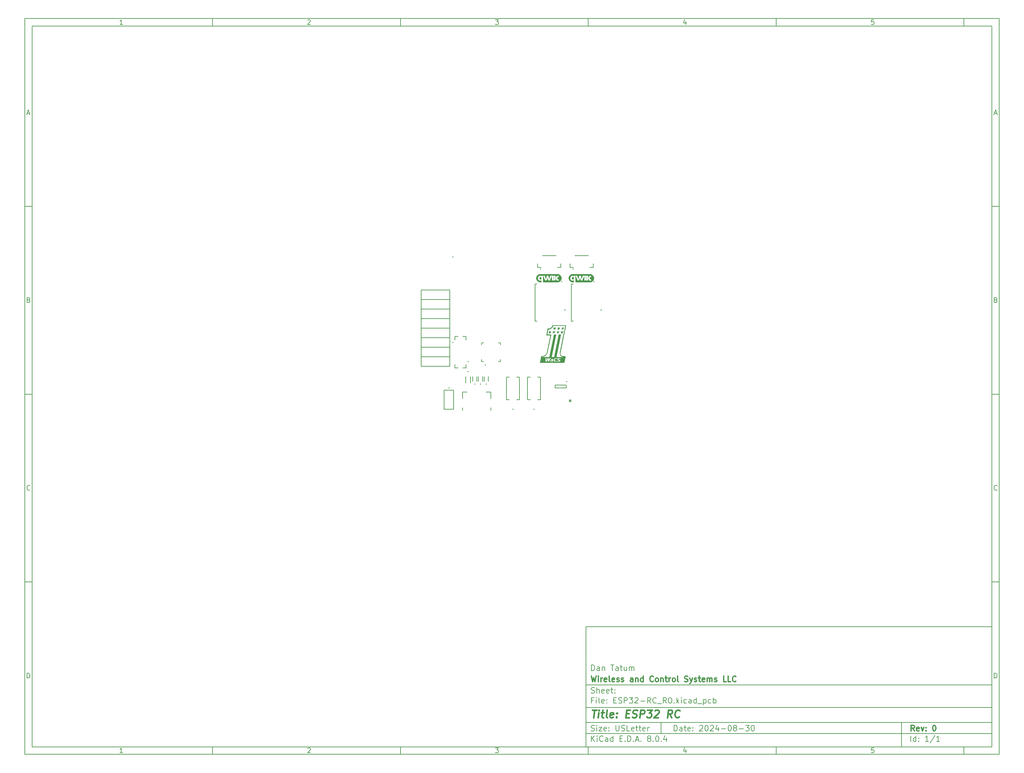
<source format=gto>
%TF.GenerationSoftware,KiCad,Pcbnew,8.0.4*%
%TF.CreationDate,2024-09-05T11:58:49-04:00*%
%TF.ProjectId,ESP32-RC_R0,45535033-322d-4524-935f-52302e6b6963,0*%
%TF.SameCoordinates,PX6dbb4f0PY6d3f490*%
%TF.FileFunction,Legend,Top*%
%TF.FilePolarity,Positive*%
%FSLAX46Y46*%
G04 Gerber Fmt 4.6, Leading zero omitted, Abs format (unit mm)*
G04 Created by KiCad (PCBNEW 8.0.4) date 2024-09-05 11:58:49*
%MOMM*%
%LPD*%
G01*
G04 APERTURE LIST*
%ADD10C,0.100000*%
%ADD11C,0.150000*%
%ADD12C,0.300000*%
%ADD13C,0.400000*%
%ADD14C,0.177800*%
%ADD15C,0.000000*%
%ADD16C,0.200000*%
G04 APERTURE END LIST*
D10*
D11*
X44338000Y-57346000D02*
X152338000Y-57346000D01*
X152338000Y-89346000D01*
X44338000Y-89346000D01*
X44338000Y-57346000D01*
D10*
D11*
X-105062000Y104554000D02*
X154338000Y104554000D01*
X154338000Y-91346000D01*
X-105062000Y-91346000D01*
X-105062000Y104554000D01*
D10*
D11*
X-103062000Y102554000D02*
X152338000Y102554000D01*
X152338000Y-89346000D01*
X-103062000Y-89346000D01*
X-103062000Y102554000D01*
D10*
D11*
X-55062000Y102554000D02*
X-55062000Y104554000D01*
D10*
D11*
X-5062000Y102554000D02*
X-5062000Y104554000D01*
D10*
D11*
X44938000Y102554000D02*
X44938000Y104554000D01*
D10*
D11*
X94938000Y102554000D02*
X94938000Y104554000D01*
D10*
D11*
X144938000Y102554000D02*
X144938000Y104554000D01*
D10*
D11*
X-78972840Y102960396D02*
X-79715697Y102960396D01*
X-79344269Y102960396D02*
X-79344269Y104260396D01*
X-79344269Y104260396D02*
X-79468078Y104074681D01*
X-79468078Y104074681D02*
X-79591888Y103950872D01*
X-79591888Y103950872D02*
X-79715697Y103888967D01*
D10*
D11*
X-29715697Y104136586D02*
X-29653793Y104198491D01*
X-29653793Y104198491D02*
X-29529983Y104260396D01*
X-29529983Y104260396D02*
X-29220459Y104260396D01*
X-29220459Y104260396D02*
X-29096650Y104198491D01*
X-29096650Y104198491D02*
X-29034745Y104136586D01*
X-29034745Y104136586D02*
X-28972840Y104012777D01*
X-28972840Y104012777D02*
X-28972840Y103888967D01*
X-28972840Y103888967D02*
X-29034745Y103703253D01*
X-29034745Y103703253D02*
X-29777602Y102960396D01*
X-29777602Y102960396D02*
X-28972840Y102960396D01*
D10*
D11*
X20222398Y104260396D02*
X21027160Y104260396D01*
X21027160Y104260396D02*
X20593826Y103765158D01*
X20593826Y103765158D02*
X20779541Y103765158D01*
X20779541Y103765158D02*
X20903350Y103703253D01*
X20903350Y103703253D02*
X20965255Y103641348D01*
X20965255Y103641348D02*
X21027160Y103517539D01*
X21027160Y103517539D02*
X21027160Y103208015D01*
X21027160Y103208015D02*
X20965255Y103084205D01*
X20965255Y103084205D02*
X20903350Y103022300D01*
X20903350Y103022300D02*
X20779541Y102960396D01*
X20779541Y102960396D02*
X20408112Y102960396D01*
X20408112Y102960396D02*
X20284303Y103022300D01*
X20284303Y103022300D02*
X20222398Y103084205D01*
D10*
D11*
X70903350Y103827062D02*
X70903350Y102960396D01*
X70593826Y104322300D02*
X70284303Y103393729D01*
X70284303Y103393729D02*
X71089064Y103393729D01*
D10*
D11*
X120965255Y104260396D02*
X120346207Y104260396D01*
X120346207Y104260396D02*
X120284303Y103641348D01*
X120284303Y103641348D02*
X120346207Y103703253D01*
X120346207Y103703253D02*
X120470017Y103765158D01*
X120470017Y103765158D02*
X120779541Y103765158D01*
X120779541Y103765158D02*
X120903350Y103703253D01*
X120903350Y103703253D02*
X120965255Y103641348D01*
X120965255Y103641348D02*
X121027160Y103517539D01*
X121027160Y103517539D02*
X121027160Y103208015D01*
X121027160Y103208015D02*
X120965255Y103084205D01*
X120965255Y103084205D02*
X120903350Y103022300D01*
X120903350Y103022300D02*
X120779541Y102960396D01*
X120779541Y102960396D02*
X120470017Y102960396D01*
X120470017Y102960396D02*
X120346207Y103022300D01*
X120346207Y103022300D02*
X120284303Y103084205D01*
D10*
D11*
X-55062000Y-89346000D02*
X-55062000Y-91346000D01*
D10*
D11*
X-5062000Y-89346000D02*
X-5062000Y-91346000D01*
D10*
D11*
X44938000Y-89346000D02*
X44938000Y-91346000D01*
D10*
D11*
X94938000Y-89346000D02*
X94938000Y-91346000D01*
D10*
D11*
X144938000Y-89346000D02*
X144938000Y-91346000D01*
D10*
D11*
X-78972840Y-90939604D02*
X-79715697Y-90939604D01*
X-79344269Y-90939604D02*
X-79344269Y-89639604D01*
X-79344269Y-89639604D02*
X-79468078Y-89825319D01*
X-79468078Y-89825319D02*
X-79591888Y-89949128D01*
X-79591888Y-89949128D02*
X-79715697Y-90011033D01*
D10*
D11*
X-29715697Y-89763414D02*
X-29653793Y-89701509D01*
X-29653793Y-89701509D02*
X-29529983Y-89639604D01*
X-29529983Y-89639604D02*
X-29220459Y-89639604D01*
X-29220459Y-89639604D02*
X-29096650Y-89701509D01*
X-29096650Y-89701509D02*
X-29034745Y-89763414D01*
X-29034745Y-89763414D02*
X-28972840Y-89887223D01*
X-28972840Y-89887223D02*
X-28972840Y-90011033D01*
X-28972840Y-90011033D02*
X-29034745Y-90196747D01*
X-29034745Y-90196747D02*
X-29777602Y-90939604D01*
X-29777602Y-90939604D02*
X-28972840Y-90939604D01*
D10*
D11*
X20222398Y-89639604D02*
X21027160Y-89639604D01*
X21027160Y-89639604D02*
X20593826Y-90134842D01*
X20593826Y-90134842D02*
X20779541Y-90134842D01*
X20779541Y-90134842D02*
X20903350Y-90196747D01*
X20903350Y-90196747D02*
X20965255Y-90258652D01*
X20965255Y-90258652D02*
X21027160Y-90382461D01*
X21027160Y-90382461D02*
X21027160Y-90691985D01*
X21027160Y-90691985D02*
X20965255Y-90815795D01*
X20965255Y-90815795D02*
X20903350Y-90877700D01*
X20903350Y-90877700D02*
X20779541Y-90939604D01*
X20779541Y-90939604D02*
X20408112Y-90939604D01*
X20408112Y-90939604D02*
X20284303Y-90877700D01*
X20284303Y-90877700D02*
X20222398Y-90815795D01*
D10*
D11*
X70903350Y-90072938D02*
X70903350Y-90939604D01*
X70593826Y-89577700D02*
X70284303Y-90506271D01*
X70284303Y-90506271D02*
X71089064Y-90506271D01*
D10*
D11*
X120965255Y-89639604D02*
X120346207Y-89639604D01*
X120346207Y-89639604D02*
X120284303Y-90258652D01*
X120284303Y-90258652D02*
X120346207Y-90196747D01*
X120346207Y-90196747D02*
X120470017Y-90134842D01*
X120470017Y-90134842D02*
X120779541Y-90134842D01*
X120779541Y-90134842D02*
X120903350Y-90196747D01*
X120903350Y-90196747D02*
X120965255Y-90258652D01*
X120965255Y-90258652D02*
X121027160Y-90382461D01*
X121027160Y-90382461D02*
X121027160Y-90691985D01*
X121027160Y-90691985D02*
X120965255Y-90815795D01*
X120965255Y-90815795D02*
X120903350Y-90877700D01*
X120903350Y-90877700D02*
X120779541Y-90939604D01*
X120779541Y-90939604D02*
X120470017Y-90939604D01*
X120470017Y-90939604D02*
X120346207Y-90877700D01*
X120346207Y-90877700D02*
X120284303Y-90815795D01*
D10*
D11*
X-105062000Y54554000D02*
X-103062000Y54554000D01*
D10*
D11*
X-105062000Y4554000D02*
X-103062000Y4554000D01*
D10*
D11*
X-105062000Y-45446000D02*
X-103062000Y-45446000D01*
D10*
D11*
X-104371524Y79331824D02*
X-103752477Y79331824D01*
X-104495334Y78960396D02*
X-104062001Y80260396D01*
X-104062001Y80260396D02*
X-103628667Y78960396D01*
D10*
D11*
X-103969143Y29641348D02*
X-103783429Y29579443D01*
X-103783429Y29579443D02*
X-103721524Y29517539D01*
X-103721524Y29517539D02*
X-103659620Y29393729D01*
X-103659620Y29393729D02*
X-103659620Y29208015D01*
X-103659620Y29208015D02*
X-103721524Y29084205D01*
X-103721524Y29084205D02*
X-103783429Y29022300D01*
X-103783429Y29022300D02*
X-103907239Y28960396D01*
X-103907239Y28960396D02*
X-104402477Y28960396D01*
X-104402477Y28960396D02*
X-104402477Y30260396D01*
X-104402477Y30260396D02*
X-103969143Y30260396D01*
X-103969143Y30260396D02*
X-103845334Y30198491D01*
X-103845334Y30198491D02*
X-103783429Y30136586D01*
X-103783429Y30136586D02*
X-103721524Y30012777D01*
X-103721524Y30012777D02*
X-103721524Y29888967D01*
X-103721524Y29888967D02*
X-103783429Y29765158D01*
X-103783429Y29765158D02*
X-103845334Y29703253D01*
X-103845334Y29703253D02*
X-103969143Y29641348D01*
X-103969143Y29641348D02*
X-104402477Y29641348D01*
D10*
D11*
X-103659620Y-20915795D02*
X-103721524Y-20977700D01*
X-103721524Y-20977700D02*
X-103907239Y-21039604D01*
X-103907239Y-21039604D02*
X-104031048Y-21039604D01*
X-104031048Y-21039604D02*
X-104216762Y-20977700D01*
X-104216762Y-20977700D02*
X-104340572Y-20853890D01*
X-104340572Y-20853890D02*
X-104402477Y-20730080D01*
X-104402477Y-20730080D02*
X-104464381Y-20482461D01*
X-104464381Y-20482461D02*
X-104464381Y-20296747D01*
X-104464381Y-20296747D02*
X-104402477Y-20049128D01*
X-104402477Y-20049128D02*
X-104340572Y-19925319D01*
X-104340572Y-19925319D02*
X-104216762Y-19801509D01*
X-104216762Y-19801509D02*
X-104031048Y-19739604D01*
X-104031048Y-19739604D02*
X-103907239Y-19739604D01*
X-103907239Y-19739604D02*
X-103721524Y-19801509D01*
X-103721524Y-19801509D02*
X-103659620Y-19863414D01*
D10*
D11*
X-104402477Y-71039604D02*
X-104402477Y-69739604D01*
X-104402477Y-69739604D02*
X-104092953Y-69739604D01*
X-104092953Y-69739604D02*
X-103907239Y-69801509D01*
X-103907239Y-69801509D02*
X-103783429Y-69925319D01*
X-103783429Y-69925319D02*
X-103721524Y-70049128D01*
X-103721524Y-70049128D02*
X-103659620Y-70296747D01*
X-103659620Y-70296747D02*
X-103659620Y-70482461D01*
X-103659620Y-70482461D02*
X-103721524Y-70730080D01*
X-103721524Y-70730080D02*
X-103783429Y-70853890D01*
X-103783429Y-70853890D02*
X-103907239Y-70977700D01*
X-103907239Y-70977700D02*
X-104092953Y-71039604D01*
X-104092953Y-71039604D02*
X-104402477Y-71039604D01*
D10*
D11*
X154338000Y54554000D02*
X152338000Y54554000D01*
D10*
D11*
X154338000Y4554000D02*
X152338000Y4554000D01*
D10*
D11*
X154338000Y-45446000D02*
X152338000Y-45446000D01*
D10*
D11*
X153028476Y79331824D02*
X153647523Y79331824D01*
X152904666Y78960396D02*
X153337999Y80260396D01*
X153337999Y80260396D02*
X153771333Y78960396D01*
D10*
D11*
X153430857Y29641348D02*
X153616571Y29579443D01*
X153616571Y29579443D02*
X153678476Y29517539D01*
X153678476Y29517539D02*
X153740380Y29393729D01*
X153740380Y29393729D02*
X153740380Y29208015D01*
X153740380Y29208015D02*
X153678476Y29084205D01*
X153678476Y29084205D02*
X153616571Y29022300D01*
X153616571Y29022300D02*
X153492761Y28960396D01*
X153492761Y28960396D02*
X152997523Y28960396D01*
X152997523Y28960396D02*
X152997523Y30260396D01*
X152997523Y30260396D02*
X153430857Y30260396D01*
X153430857Y30260396D02*
X153554666Y30198491D01*
X153554666Y30198491D02*
X153616571Y30136586D01*
X153616571Y30136586D02*
X153678476Y30012777D01*
X153678476Y30012777D02*
X153678476Y29888967D01*
X153678476Y29888967D02*
X153616571Y29765158D01*
X153616571Y29765158D02*
X153554666Y29703253D01*
X153554666Y29703253D02*
X153430857Y29641348D01*
X153430857Y29641348D02*
X152997523Y29641348D01*
D10*
D11*
X153740380Y-20915795D02*
X153678476Y-20977700D01*
X153678476Y-20977700D02*
X153492761Y-21039604D01*
X153492761Y-21039604D02*
X153368952Y-21039604D01*
X153368952Y-21039604D02*
X153183238Y-20977700D01*
X153183238Y-20977700D02*
X153059428Y-20853890D01*
X153059428Y-20853890D02*
X152997523Y-20730080D01*
X152997523Y-20730080D02*
X152935619Y-20482461D01*
X152935619Y-20482461D02*
X152935619Y-20296747D01*
X152935619Y-20296747D02*
X152997523Y-20049128D01*
X152997523Y-20049128D02*
X153059428Y-19925319D01*
X153059428Y-19925319D02*
X153183238Y-19801509D01*
X153183238Y-19801509D02*
X153368952Y-19739604D01*
X153368952Y-19739604D02*
X153492761Y-19739604D01*
X153492761Y-19739604D02*
X153678476Y-19801509D01*
X153678476Y-19801509D02*
X153740380Y-19863414D01*
D10*
D11*
X152997523Y-71039604D02*
X152997523Y-69739604D01*
X152997523Y-69739604D02*
X153307047Y-69739604D01*
X153307047Y-69739604D02*
X153492761Y-69801509D01*
X153492761Y-69801509D02*
X153616571Y-69925319D01*
X153616571Y-69925319D02*
X153678476Y-70049128D01*
X153678476Y-70049128D02*
X153740380Y-70296747D01*
X153740380Y-70296747D02*
X153740380Y-70482461D01*
X153740380Y-70482461D02*
X153678476Y-70730080D01*
X153678476Y-70730080D02*
X153616571Y-70853890D01*
X153616571Y-70853890D02*
X153492761Y-70977700D01*
X153492761Y-70977700D02*
X153307047Y-71039604D01*
X153307047Y-71039604D02*
X152997523Y-71039604D01*
D10*
D11*
X67793826Y-85132128D02*
X67793826Y-83632128D01*
X67793826Y-83632128D02*
X68150969Y-83632128D01*
X68150969Y-83632128D02*
X68365255Y-83703557D01*
X68365255Y-83703557D02*
X68508112Y-83846414D01*
X68508112Y-83846414D02*
X68579541Y-83989271D01*
X68579541Y-83989271D02*
X68650969Y-84274985D01*
X68650969Y-84274985D02*
X68650969Y-84489271D01*
X68650969Y-84489271D02*
X68579541Y-84774985D01*
X68579541Y-84774985D02*
X68508112Y-84917842D01*
X68508112Y-84917842D02*
X68365255Y-85060700D01*
X68365255Y-85060700D02*
X68150969Y-85132128D01*
X68150969Y-85132128D02*
X67793826Y-85132128D01*
X69936684Y-85132128D02*
X69936684Y-84346414D01*
X69936684Y-84346414D02*
X69865255Y-84203557D01*
X69865255Y-84203557D02*
X69722398Y-84132128D01*
X69722398Y-84132128D02*
X69436684Y-84132128D01*
X69436684Y-84132128D02*
X69293826Y-84203557D01*
X69936684Y-85060700D02*
X69793826Y-85132128D01*
X69793826Y-85132128D02*
X69436684Y-85132128D01*
X69436684Y-85132128D02*
X69293826Y-85060700D01*
X69293826Y-85060700D02*
X69222398Y-84917842D01*
X69222398Y-84917842D02*
X69222398Y-84774985D01*
X69222398Y-84774985D02*
X69293826Y-84632128D01*
X69293826Y-84632128D02*
X69436684Y-84560700D01*
X69436684Y-84560700D02*
X69793826Y-84560700D01*
X69793826Y-84560700D02*
X69936684Y-84489271D01*
X70436684Y-84132128D02*
X71008112Y-84132128D01*
X70650969Y-83632128D02*
X70650969Y-84917842D01*
X70650969Y-84917842D02*
X70722398Y-85060700D01*
X70722398Y-85060700D02*
X70865255Y-85132128D01*
X70865255Y-85132128D02*
X71008112Y-85132128D01*
X72079541Y-85060700D02*
X71936684Y-85132128D01*
X71936684Y-85132128D02*
X71650970Y-85132128D01*
X71650970Y-85132128D02*
X71508112Y-85060700D01*
X71508112Y-85060700D02*
X71436684Y-84917842D01*
X71436684Y-84917842D02*
X71436684Y-84346414D01*
X71436684Y-84346414D02*
X71508112Y-84203557D01*
X71508112Y-84203557D02*
X71650970Y-84132128D01*
X71650970Y-84132128D02*
X71936684Y-84132128D01*
X71936684Y-84132128D02*
X72079541Y-84203557D01*
X72079541Y-84203557D02*
X72150970Y-84346414D01*
X72150970Y-84346414D02*
X72150970Y-84489271D01*
X72150970Y-84489271D02*
X71436684Y-84632128D01*
X72793826Y-84989271D02*
X72865255Y-85060700D01*
X72865255Y-85060700D02*
X72793826Y-85132128D01*
X72793826Y-85132128D02*
X72722398Y-85060700D01*
X72722398Y-85060700D02*
X72793826Y-84989271D01*
X72793826Y-84989271D02*
X72793826Y-85132128D01*
X72793826Y-84203557D02*
X72865255Y-84274985D01*
X72865255Y-84274985D02*
X72793826Y-84346414D01*
X72793826Y-84346414D02*
X72722398Y-84274985D01*
X72722398Y-84274985D02*
X72793826Y-84203557D01*
X72793826Y-84203557D02*
X72793826Y-84346414D01*
X74579541Y-83774985D02*
X74650969Y-83703557D01*
X74650969Y-83703557D02*
X74793827Y-83632128D01*
X74793827Y-83632128D02*
X75150969Y-83632128D01*
X75150969Y-83632128D02*
X75293827Y-83703557D01*
X75293827Y-83703557D02*
X75365255Y-83774985D01*
X75365255Y-83774985D02*
X75436684Y-83917842D01*
X75436684Y-83917842D02*
X75436684Y-84060700D01*
X75436684Y-84060700D02*
X75365255Y-84274985D01*
X75365255Y-84274985D02*
X74508112Y-85132128D01*
X74508112Y-85132128D02*
X75436684Y-85132128D01*
X76365255Y-83632128D02*
X76508112Y-83632128D01*
X76508112Y-83632128D02*
X76650969Y-83703557D01*
X76650969Y-83703557D02*
X76722398Y-83774985D01*
X76722398Y-83774985D02*
X76793826Y-83917842D01*
X76793826Y-83917842D02*
X76865255Y-84203557D01*
X76865255Y-84203557D02*
X76865255Y-84560700D01*
X76865255Y-84560700D02*
X76793826Y-84846414D01*
X76793826Y-84846414D02*
X76722398Y-84989271D01*
X76722398Y-84989271D02*
X76650969Y-85060700D01*
X76650969Y-85060700D02*
X76508112Y-85132128D01*
X76508112Y-85132128D02*
X76365255Y-85132128D01*
X76365255Y-85132128D02*
X76222398Y-85060700D01*
X76222398Y-85060700D02*
X76150969Y-84989271D01*
X76150969Y-84989271D02*
X76079540Y-84846414D01*
X76079540Y-84846414D02*
X76008112Y-84560700D01*
X76008112Y-84560700D02*
X76008112Y-84203557D01*
X76008112Y-84203557D02*
X76079540Y-83917842D01*
X76079540Y-83917842D02*
X76150969Y-83774985D01*
X76150969Y-83774985D02*
X76222398Y-83703557D01*
X76222398Y-83703557D02*
X76365255Y-83632128D01*
X77436683Y-83774985D02*
X77508111Y-83703557D01*
X77508111Y-83703557D02*
X77650969Y-83632128D01*
X77650969Y-83632128D02*
X78008111Y-83632128D01*
X78008111Y-83632128D02*
X78150969Y-83703557D01*
X78150969Y-83703557D02*
X78222397Y-83774985D01*
X78222397Y-83774985D02*
X78293826Y-83917842D01*
X78293826Y-83917842D02*
X78293826Y-84060700D01*
X78293826Y-84060700D02*
X78222397Y-84274985D01*
X78222397Y-84274985D02*
X77365254Y-85132128D01*
X77365254Y-85132128D02*
X78293826Y-85132128D01*
X79579540Y-84132128D02*
X79579540Y-85132128D01*
X79222397Y-83560700D02*
X78865254Y-84632128D01*
X78865254Y-84632128D02*
X79793825Y-84632128D01*
X80365253Y-84560700D02*
X81508111Y-84560700D01*
X82508111Y-83632128D02*
X82650968Y-83632128D01*
X82650968Y-83632128D02*
X82793825Y-83703557D01*
X82793825Y-83703557D02*
X82865254Y-83774985D01*
X82865254Y-83774985D02*
X82936682Y-83917842D01*
X82936682Y-83917842D02*
X83008111Y-84203557D01*
X83008111Y-84203557D02*
X83008111Y-84560700D01*
X83008111Y-84560700D02*
X82936682Y-84846414D01*
X82936682Y-84846414D02*
X82865254Y-84989271D01*
X82865254Y-84989271D02*
X82793825Y-85060700D01*
X82793825Y-85060700D02*
X82650968Y-85132128D01*
X82650968Y-85132128D02*
X82508111Y-85132128D01*
X82508111Y-85132128D02*
X82365254Y-85060700D01*
X82365254Y-85060700D02*
X82293825Y-84989271D01*
X82293825Y-84989271D02*
X82222396Y-84846414D01*
X82222396Y-84846414D02*
X82150968Y-84560700D01*
X82150968Y-84560700D02*
X82150968Y-84203557D01*
X82150968Y-84203557D02*
X82222396Y-83917842D01*
X82222396Y-83917842D02*
X82293825Y-83774985D01*
X82293825Y-83774985D02*
X82365254Y-83703557D01*
X82365254Y-83703557D02*
X82508111Y-83632128D01*
X83865253Y-84274985D02*
X83722396Y-84203557D01*
X83722396Y-84203557D02*
X83650967Y-84132128D01*
X83650967Y-84132128D02*
X83579539Y-83989271D01*
X83579539Y-83989271D02*
X83579539Y-83917842D01*
X83579539Y-83917842D02*
X83650967Y-83774985D01*
X83650967Y-83774985D02*
X83722396Y-83703557D01*
X83722396Y-83703557D02*
X83865253Y-83632128D01*
X83865253Y-83632128D02*
X84150967Y-83632128D01*
X84150967Y-83632128D02*
X84293825Y-83703557D01*
X84293825Y-83703557D02*
X84365253Y-83774985D01*
X84365253Y-83774985D02*
X84436682Y-83917842D01*
X84436682Y-83917842D02*
X84436682Y-83989271D01*
X84436682Y-83989271D02*
X84365253Y-84132128D01*
X84365253Y-84132128D02*
X84293825Y-84203557D01*
X84293825Y-84203557D02*
X84150967Y-84274985D01*
X84150967Y-84274985D02*
X83865253Y-84274985D01*
X83865253Y-84274985D02*
X83722396Y-84346414D01*
X83722396Y-84346414D02*
X83650967Y-84417842D01*
X83650967Y-84417842D02*
X83579539Y-84560700D01*
X83579539Y-84560700D02*
X83579539Y-84846414D01*
X83579539Y-84846414D02*
X83650967Y-84989271D01*
X83650967Y-84989271D02*
X83722396Y-85060700D01*
X83722396Y-85060700D02*
X83865253Y-85132128D01*
X83865253Y-85132128D02*
X84150967Y-85132128D01*
X84150967Y-85132128D02*
X84293825Y-85060700D01*
X84293825Y-85060700D02*
X84365253Y-84989271D01*
X84365253Y-84989271D02*
X84436682Y-84846414D01*
X84436682Y-84846414D02*
X84436682Y-84560700D01*
X84436682Y-84560700D02*
X84365253Y-84417842D01*
X84365253Y-84417842D02*
X84293825Y-84346414D01*
X84293825Y-84346414D02*
X84150967Y-84274985D01*
X85079538Y-84560700D02*
X86222396Y-84560700D01*
X86793824Y-83632128D02*
X87722396Y-83632128D01*
X87722396Y-83632128D02*
X87222396Y-84203557D01*
X87222396Y-84203557D02*
X87436681Y-84203557D01*
X87436681Y-84203557D02*
X87579539Y-84274985D01*
X87579539Y-84274985D02*
X87650967Y-84346414D01*
X87650967Y-84346414D02*
X87722396Y-84489271D01*
X87722396Y-84489271D02*
X87722396Y-84846414D01*
X87722396Y-84846414D02*
X87650967Y-84989271D01*
X87650967Y-84989271D02*
X87579539Y-85060700D01*
X87579539Y-85060700D02*
X87436681Y-85132128D01*
X87436681Y-85132128D02*
X87008110Y-85132128D01*
X87008110Y-85132128D02*
X86865253Y-85060700D01*
X86865253Y-85060700D02*
X86793824Y-84989271D01*
X88650967Y-83632128D02*
X88793824Y-83632128D01*
X88793824Y-83632128D02*
X88936681Y-83703557D01*
X88936681Y-83703557D02*
X89008110Y-83774985D01*
X89008110Y-83774985D02*
X89079538Y-83917842D01*
X89079538Y-83917842D02*
X89150967Y-84203557D01*
X89150967Y-84203557D02*
X89150967Y-84560700D01*
X89150967Y-84560700D02*
X89079538Y-84846414D01*
X89079538Y-84846414D02*
X89008110Y-84989271D01*
X89008110Y-84989271D02*
X88936681Y-85060700D01*
X88936681Y-85060700D02*
X88793824Y-85132128D01*
X88793824Y-85132128D02*
X88650967Y-85132128D01*
X88650967Y-85132128D02*
X88508110Y-85060700D01*
X88508110Y-85060700D02*
X88436681Y-84989271D01*
X88436681Y-84989271D02*
X88365252Y-84846414D01*
X88365252Y-84846414D02*
X88293824Y-84560700D01*
X88293824Y-84560700D02*
X88293824Y-84203557D01*
X88293824Y-84203557D02*
X88365252Y-83917842D01*
X88365252Y-83917842D02*
X88436681Y-83774985D01*
X88436681Y-83774985D02*
X88508110Y-83703557D01*
X88508110Y-83703557D02*
X88650967Y-83632128D01*
D10*
D11*
X44338000Y-85846000D02*
X152338000Y-85846000D01*
D10*
D11*
X45793826Y-87932128D02*
X45793826Y-86432128D01*
X46650969Y-87932128D02*
X46008112Y-87074985D01*
X46650969Y-86432128D02*
X45793826Y-87289271D01*
X47293826Y-87932128D02*
X47293826Y-86932128D01*
X47293826Y-86432128D02*
X47222398Y-86503557D01*
X47222398Y-86503557D02*
X47293826Y-86574985D01*
X47293826Y-86574985D02*
X47365255Y-86503557D01*
X47365255Y-86503557D02*
X47293826Y-86432128D01*
X47293826Y-86432128D02*
X47293826Y-86574985D01*
X48865255Y-87789271D02*
X48793827Y-87860700D01*
X48793827Y-87860700D02*
X48579541Y-87932128D01*
X48579541Y-87932128D02*
X48436684Y-87932128D01*
X48436684Y-87932128D02*
X48222398Y-87860700D01*
X48222398Y-87860700D02*
X48079541Y-87717842D01*
X48079541Y-87717842D02*
X48008112Y-87574985D01*
X48008112Y-87574985D02*
X47936684Y-87289271D01*
X47936684Y-87289271D02*
X47936684Y-87074985D01*
X47936684Y-87074985D02*
X48008112Y-86789271D01*
X48008112Y-86789271D02*
X48079541Y-86646414D01*
X48079541Y-86646414D02*
X48222398Y-86503557D01*
X48222398Y-86503557D02*
X48436684Y-86432128D01*
X48436684Y-86432128D02*
X48579541Y-86432128D01*
X48579541Y-86432128D02*
X48793827Y-86503557D01*
X48793827Y-86503557D02*
X48865255Y-86574985D01*
X50150970Y-87932128D02*
X50150970Y-87146414D01*
X50150970Y-87146414D02*
X50079541Y-87003557D01*
X50079541Y-87003557D02*
X49936684Y-86932128D01*
X49936684Y-86932128D02*
X49650970Y-86932128D01*
X49650970Y-86932128D02*
X49508112Y-87003557D01*
X50150970Y-87860700D02*
X50008112Y-87932128D01*
X50008112Y-87932128D02*
X49650970Y-87932128D01*
X49650970Y-87932128D02*
X49508112Y-87860700D01*
X49508112Y-87860700D02*
X49436684Y-87717842D01*
X49436684Y-87717842D02*
X49436684Y-87574985D01*
X49436684Y-87574985D02*
X49508112Y-87432128D01*
X49508112Y-87432128D02*
X49650970Y-87360700D01*
X49650970Y-87360700D02*
X50008112Y-87360700D01*
X50008112Y-87360700D02*
X50150970Y-87289271D01*
X51508113Y-87932128D02*
X51508113Y-86432128D01*
X51508113Y-87860700D02*
X51365255Y-87932128D01*
X51365255Y-87932128D02*
X51079541Y-87932128D01*
X51079541Y-87932128D02*
X50936684Y-87860700D01*
X50936684Y-87860700D02*
X50865255Y-87789271D01*
X50865255Y-87789271D02*
X50793827Y-87646414D01*
X50793827Y-87646414D02*
X50793827Y-87217842D01*
X50793827Y-87217842D02*
X50865255Y-87074985D01*
X50865255Y-87074985D02*
X50936684Y-87003557D01*
X50936684Y-87003557D02*
X51079541Y-86932128D01*
X51079541Y-86932128D02*
X51365255Y-86932128D01*
X51365255Y-86932128D02*
X51508113Y-87003557D01*
X53365255Y-87146414D02*
X53865255Y-87146414D01*
X54079541Y-87932128D02*
X53365255Y-87932128D01*
X53365255Y-87932128D02*
X53365255Y-86432128D01*
X53365255Y-86432128D02*
X54079541Y-86432128D01*
X54722398Y-87789271D02*
X54793827Y-87860700D01*
X54793827Y-87860700D02*
X54722398Y-87932128D01*
X54722398Y-87932128D02*
X54650970Y-87860700D01*
X54650970Y-87860700D02*
X54722398Y-87789271D01*
X54722398Y-87789271D02*
X54722398Y-87932128D01*
X55436684Y-87932128D02*
X55436684Y-86432128D01*
X55436684Y-86432128D02*
X55793827Y-86432128D01*
X55793827Y-86432128D02*
X56008113Y-86503557D01*
X56008113Y-86503557D02*
X56150970Y-86646414D01*
X56150970Y-86646414D02*
X56222399Y-86789271D01*
X56222399Y-86789271D02*
X56293827Y-87074985D01*
X56293827Y-87074985D02*
X56293827Y-87289271D01*
X56293827Y-87289271D02*
X56222399Y-87574985D01*
X56222399Y-87574985D02*
X56150970Y-87717842D01*
X56150970Y-87717842D02*
X56008113Y-87860700D01*
X56008113Y-87860700D02*
X55793827Y-87932128D01*
X55793827Y-87932128D02*
X55436684Y-87932128D01*
X56936684Y-87789271D02*
X57008113Y-87860700D01*
X57008113Y-87860700D02*
X56936684Y-87932128D01*
X56936684Y-87932128D02*
X56865256Y-87860700D01*
X56865256Y-87860700D02*
X56936684Y-87789271D01*
X56936684Y-87789271D02*
X56936684Y-87932128D01*
X57579542Y-87503557D02*
X58293828Y-87503557D01*
X57436685Y-87932128D02*
X57936685Y-86432128D01*
X57936685Y-86432128D02*
X58436685Y-87932128D01*
X58936684Y-87789271D02*
X59008113Y-87860700D01*
X59008113Y-87860700D02*
X58936684Y-87932128D01*
X58936684Y-87932128D02*
X58865256Y-87860700D01*
X58865256Y-87860700D02*
X58936684Y-87789271D01*
X58936684Y-87789271D02*
X58936684Y-87932128D01*
X61008113Y-87074985D02*
X60865256Y-87003557D01*
X60865256Y-87003557D02*
X60793827Y-86932128D01*
X60793827Y-86932128D02*
X60722399Y-86789271D01*
X60722399Y-86789271D02*
X60722399Y-86717842D01*
X60722399Y-86717842D02*
X60793827Y-86574985D01*
X60793827Y-86574985D02*
X60865256Y-86503557D01*
X60865256Y-86503557D02*
X61008113Y-86432128D01*
X61008113Y-86432128D02*
X61293827Y-86432128D01*
X61293827Y-86432128D02*
X61436685Y-86503557D01*
X61436685Y-86503557D02*
X61508113Y-86574985D01*
X61508113Y-86574985D02*
X61579542Y-86717842D01*
X61579542Y-86717842D02*
X61579542Y-86789271D01*
X61579542Y-86789271D02*
X61508113Y-86932128D01*
X61508113Y-86932128D02*
X61436685Y-87003557D01*
X61436685Y-87003557D02*
X61293827Y-87074985D01*
X61293827Y-87074985D02*
X61008113Y-87074985D01*
X61008113Y-87074985D02*
X60865256Y-87146414D01*
X60865256Y-87146414D02*
X60793827Y-87217842D01*
X60793827Y-87217842D02*
X60722399Y-87360700D01*
X60722399Y-87360700D02*
X60722399Y-87646414D01*
X60722399Y-87646414D02*
X60793827Y-87789271D01*
X60793827Y-87789271D02*
X60865256Y-87860700D01*
X60865256Y-87860700D02*
X61008113Y-87932128D01*
X61008113Y-87932128D02*
X61293827Y-87932128D01*
X61293827Y-87932128D02*
X61436685Y-87860700D01*
X61436685Y-87860700D02*
X61508113Y-87789271D01*
X61508113Y-87789271D02*
X61579542Y-87646414D01*
X61579542Y-87646414D02*
X61579542Y-87360700D01*
X61579542Y-87360700D02*
X61508113Y-87217842D01*
X61508113Y-87217842D02*
X61436685Y-87146414D01*
X61436685Y-87146414D02*
X61293827Y-87074985D01*
X62222398Y-87789271D02*
X62293827Y-87860700D01*
X62293827Y-87860700D02*
X62222398Y-87932128D01*
X62222398Y-87932128D02*
X62150970Y-87860700D01*
X62150970Y-87860700D02*
X62222398Y-87789271D01*
X62222398Y-87789271D02*
X62222398Y-87932128D01*
X63222399Y-86432128D02*
X63365256Y-86432128D01*
X63365256Y-86432128D02*
X63508113Y-86503557D01*
X63508113Y-86503557D02*
X63579542Y-86574985D01*
X63579542Y-86574985D02*
X63650970Y-86717842D01*
X63650970Y-86717842D02*
X63722399Y-87003557D01*
X63722399Y-87003557D02*
X63722399Y-87360700D01*
X63722399Y-87360700D02*
X63650970Y-87646414D01*
X63650970Y-87646414D02*
X63579542Y-87789271D01*
X63579542Y-87789271D02*
X63508113Y-87860700D01*
X63508113Y-87860700D02*
X63365256Y-87932128D01*
X63365256Y-87932128D02*
X63222399Y-87932128D01*
X63222399Y-87932128D02*
X63079542Y-87860700D01*
X63079542Y-87860700D02*
X63008113Y-87789271D01*
X63008113Y-87789271D02*
X62936684Y-87646414D01*
X62936684Y-87646414D02*
X62865256Y-87360700D01*
X62865256Y-87360700D02*
X62865256Y-87003557D01*
X62865256Y-87003557D02*
X62936684Y-86717842D01*
X62936684Y-86717842D02*
X63008113Y-86574985D01*
X63008113Y-86574985D02*
X63079542Y-86503557D01*
X63079542Y-86503557D02*
X63222399Y-86432128D01*
X64365255Y-87789271D02*
X64436684Y-87860700D01*
X64436684Y-87860700D02*
X64365255Y-87932128D01*
X64365255Y-87932128D02*
X64293827Y-87860700D01*
X64293827Y-87860700D02*
X64365255Y-87789271D01*
X64365255Y-87789271D02*
X64365255Y-87932128D01*
X65722399Y-86932128D02*
X65722399Y-87932128D01*
X65365256Y-86360700D02*
X65008113Y-87432128D01*
X65008113Y-87432128D02*
X65936684Y-87432128D01*
D10*
D11*
X44338000Y-82846000D02*
X152338000Y-82846000D01*
D10*
D12*
X131749653Y-85124328D02*
X131249653Y-84410042D01*
X130892510Y-85124328D02*
X130892510Y-83624328D01*
X130892510Y-83624328D02*
X131463939Y-83624328D01*
X131463939Y-83624328D02*
X131606796Y-83695757D01*
X131606796Y-83695757D02*
X131678225Y-83767185D01*
X131678225Y-83767185D02*
X131749653Y-83910042D01*
X131749653Y-83910042D02*
X131749653Y-84124328D01*
X131749653Y-84124328D02*
X131678225Y-84267185D01*
X131678225Y-84267185D02*
X131606796Y-84338614D01*
X131606796Y-84338614D02*
X131463939Y-84410042D01*
X131463939Y-84410042D02*
X130892510Y-84410042D01*
X132963939Y-85052900D02*
X132821082Y-85124328D01*
X132821082Y-85124328D02*
X132535368Y-85124328D01*
X132535368Y-85124328D02*
X132392510Y-85052900D01*
X132392510Y-85052900D02*
X132321082Y-84910042D01*
X132321082Y-84910042D02*
X132321082Y-84338614D01*
X132321082Y-84338614D02*
X132392510Y-84195757D01*
X132392510Y-84195757D02*
X132535368Y-84124328D01*
X132535368Y-84124328D02*
X132821082Y-84124328D01*
X132821082Y-84124328D02*
X132963939Y-84195757D01*
X132963939Y-84195757D02*
X133035368Y-84338614D01*
X133035368Y-84338614D02*
X133035368Y-84481471D01*
X133035368Y-84481471D02*
X132321082Y-84624328D01*
X133535367Y-84124328D02*
X133892510Y-85124328D01*
X133892510Y-85124328D02*
X134249653Y-84124328D01*
X134821081Y-84981471D02*
X134892510Y-85052900D01*
X134892510Y-85052900D02*
X134821081Y-85124328D01*
X134821081Y-85124328D02*
X134749653Y-85052900D01*
X134749653Y-85052900D02*
X134821081Y-84981471D01*
X134821081Y-84981471D02*
X134821081Y-85124328D01*
X134821081Y-84195757D02*
X134892510Y-84267185D01*
X134892510Y-84267185D02*
X134821081Y-84338614D01*
X134821081Y-84338614D02*
X134749653Y-84267185D01*
X134749653Y-84267185D02*
X134821081Y-84195757D01*
X134821081Y-84195757D02*
X134821081Y-84338614D01*
X136963939Y-83624328D02*
X137106796Y-83624328D01*
X137106796Y-83624328D02*
X137249653Y-83695757D01*
X137249653Y-83695757D02*
X137321082Y-83767185D01*
X137321082Y-83767185D02*
X137392510Y-83910042D01*
X137392510Y-83910042D02*
X137463939Y-84195757D01*
X137463939Y-84195757D02*
X137463939Y-84552900D01*
X137463939Y-84552900D02*
X137392510Y-84838614D01*
X137392510Y-84838614D02*
X137321082Y-84981471D01*
X137321082Y-84981471D02*
X137249653Y-85052900D01*
X137249653Y-85052900D02*
X137106796Y-85124328D01*
X137106796Y-85124328D02*
X136963939Y-85124328D01*
X136963939Y-85124328D02*
X136821082Y-85052900D01*
X136821082Y-85052900D02*
X136749653Y-84981471D01*
X136749653Y-84981471D02*
X136678224Y-84838614D01*
X136678224Y-84838614D02*
X136606796Y-84552900D01*
X136606796Y-84552900D02*
X136606796Y-84195757D01*
X136606796Y-84195757D02*
X136678224Y-83910042D01*
X136678224Y-83910042D02*
X136749653Y-83767185D01*
X136749653Y-83767185D02*
X136821082Y-83695757D01*
X136821082Y-83695757D02*
X136963939Y-83624328D01*
D10*
D11*
X45722398Y-85060700D02*
X45936684Y-85132128D01*
X45936684Y-85132128D02*
X46293826Y-85132128D01*
X46293826Y-85132128D02*
X46436684Y-85060700D01*
X46436684Y-85060700D02*
X46508112Y-84989271D01*
X46508112Y-84989271D02*
X46579541Y-84846414D01*
X46579541Y-84846414D02*
X46579541Y-84703557D01*
X46579541Y-84703557D02*
X46508112Y-84560700D01*
X46508112Y-84560700D02*
X46436684Y-84489271D01*
X46436684Y-84489271D02*
X46293826Y-84417842D01*
X46293826Y-84417842D02*
X46008112Y-84346414D01*
X46008112Y-84346414D02*
X45865255Y-84274985D01*
X45865255Y-84274985D02*
X45793826Y-84203557D01*
X45793826Y-84203557D02*
X45722398Y-84060700D01*
X45722398Y-84060700D02*
X45722398Y-83917842D01*
X45722398Y-83917842D02*
X45793826Y-83774985D01*
X45793826Y-83774985D02*
X45865255Y-83703557D01*
X45865255Y-83703557D02*
X46008112Y-83632128D01*
X46008112Y-83632128D02*
X46365255Y-83632128D01*
X46365255Y-83632128D02*
X46579541Y-83703557D01*
X47222397Y-85132128D02*
X47222397Y-84132128D01*
X47222397Y-83632128D02*
X47150969Y-83703557D01*
X47150969Y-83703557D02*
X47222397Y-83774985D01*
X47222397Y-83774985D02*
X47293826Y-83703557D01*
X47293826Y-83703557D02*
X47222397Y-83632128D01*
X47222397Y-83632128D02*
X47222397Y-83774985D01*
X47793826Y-84132128D02*
X48579541Y-84132128D01*
X48579541Y-84132128D02*
X47793826Y-85132128D01*
X47793826Y-85132128D02*
X48579541Y-85132128D01*
X49722398Y-85060700D02*
X49579541Y-85132128D01*
X49579541Y-85132128D02*
X49293827Y-85132128D01*
X49293827Y-85132128D02*
X49150969Y-85060700D01*
X49150969Y-85060700D02*
X49079541Y-84917842D01*
X49079541Y-84917842D02*
X49079541Y-84346414D01*
X49079541Y-84346414D02*
X49150969Y-84203557D01*
X49150969Y-84203557D02*
X49293827Y-84132128D01*
X49293827Y-84132128D02*
X49579541Y-84132128D01*
X49579541Y-84132128D02*
X49722398Y-84203557D01*
X49722398Y-84203557D02*
X49793827Y-84346414D01*
X49793827Y-84346414D02*
X49793827Y-84489271D01*
X49793827Y-84489271D02*
X49079541Y-84632128D01*
X50436683Y-84989271D02*
X50508112Y-85060700D01*
X50508112Y-85060700D02*
X50436683Y-85132128D01*
X50436683Y-85132128D02*
X50365255Y-85060700D01*
X50365255Y-85060700D02*
X50436683Y-84989271D01*
X50436683Y-84989271D02*
X50436683Y-85132128D01*
X50436683Y-84203557D02*
X50508112Y-84274985D01*
X50508112Y-84274985D02*
X50436683Y-84346414D01*
X50436683Y-84346414D02*
X50365255Y-84274985D01*
X50365255Y-84274985D02*
X50436683Y-84203557D01*
X50436683Y-84203557D02*
X50436683Y-84346414D01*
X52293826Y-83632128D02*
X52293826Y-84846414D01*
X52293826Y-84846414D02*
X52365255Y-84989271D01*
X52365255Y-84989271D02*
X52436684Y-85060700D01*
X52436684Y-85060700D02*
X52579541Y-85132128D01*
X52579541Y-85132128D02*
X52865255Y-85132128D01*
X52865255Y-85132128D02*
X53008112Y-85060700D01*
X53008112Y-85060700D02*
X53079541Y-84989271D01*
X53079541Y-84989271D02*
X53150969Y-84846414D01*
X53150969Y-84846414D02*
X53150969Y-83632128D01*
X53793827Y-85060700D02*
X54008113Y-85132128D01*
X54008113Y-85132128D02*
X54365255Y-85132128D01*
X54365255Y-85132128D02*
X54508113Y-85060700D01*
X54508113Y-85060700D02*
X54579541Y-84989271D01*
X54579541Y-84989271D02*
X54650970Y-84846414D01*
X54650970Y-84846414D02*
X54650970Y-84703557D01*
X54650970Y-84703557D02*
X54579541Y-84560700D01*
X54579541Y-84560700D02*
X54508113Y-84489271D01*
X54508113Y-84489271D02*
X54365255Y-84417842D01*
X54365255Y-84417842D02*
X54079541Y-84346414D01*
X54079541Y-84346414D02*
X53936684Y-84274985D01*
X53936684Y-84274985D02*
X53865255Y-84203557D01*
X53865255Y-84203557D02*
X53793827Y-84060700D01*
X53793827Y-84060700D02*
X53793827Y-83917842D01*
X53793827Y-83917842D02*
X53865255Y-83774985D01*
X53865255Y-83774985D02*
X53936684Y-83703557D01*
X53936684Y-83703557D02*
X54079541Y-83632128D01*
X54079541Y-83632128D02*
X54436684Y-83632128D01*
X54436684Y-83632128D02*
X54650970Y-83703557D01*
X56008112Y-85132128D02*
X55293826Y-85132128D01*
X55293826Y-85132128D02*
X55293826Y-83632128D01*
X57079541Y-85060700D02*
X56936684Y-85132128D01*
X56936684Y-85132128D02*
X56650970Y-85132128D01*
X56650970Y-85132128D02*
X56508112Y-85060700D01*
X56508112Y-85060700D02*
X56436684Y-84917842D01*
X56436684Y-84917842D02*
X56436684Y-84346414D01*
X56436684Y-84346414D02*
X56508112Y-84203557D01*
X56508112Y-84203557D02*
X56650970Y-84132128D01*
X56650970Y-84132128D02*
X56936684Y-84132128D01*
X56936684Y-84132128D02*
X57079541Y-84203557D01*
X57079541Y-84203557D02*
X57150970Y-84346414D01*
X57150970Y-84346414D02*
X57150970Y-84489271D01*
X57150970Y-84489271D02*
X56436684Y-84632128D01*
X57579541Y-84132128D02*
X58150969Y-84132128D01*
X57793826Y-83632128D02*
X57793826Y-84917842D01*
X57793826Y-84917842D02*
X57865255Y-85060700D01*
X57865255Y-85060700D02*
X58008112Y-85132128D01*
X58008112Y-85132128D02*
X58150969Y-85132128D01*
X58436684Y-84132128D02*
X59008112Y-84132128D01*
X58650969Y-83632128D02*
X58650969Y-84917842D01*
X58650969Y-84917842D02*
X58722398Y-85060700D01*
X58722398Y-85060700D02*
X58865255Y-85132128D01*
X58865255Y-85132128D02*
X59008112Y-85132128D01*
X60079541Y-85060700D02*
X59936684Y-85132128D01*
X59936684Y-85132128D02*
X59650970Y-85132128D01*
X59650970Y-85132128D02*
X59508112Y-85060700D01*
X59508112Y-85060700D02*
X59436684Y-84917842D01*
X59436684Y-84917842D02*
X59436684Y-84346414D01*
X59436684Y-84346414D02*
X59508112Y-84203557D01*
X59508112Y-84203557D02*
X59650970Y-84132128D01*
X59650970Y-84132128D02*
X59936684Y-84132128D01*
X59936684Y-84132128D02*
X60079541Y-84203557D01*
X60079541Y-84203557D02*
X60150970Y-84346414D01*
X60150970Y-84346414D02*
X60150970Y-84489271D01*
X60150970Y-84489271D02*
X59436684Y-84632128D01*
X60793826Y-85132128D02*
X60793826Y-84132128D01*
X60793826Y-84417842D02*
X60865255Y-84274985D01*
X60865255Y-84274985D02*
X60936684Y-84203557D01*
X60936684Y-84203557D02*
X61079541Y-84132128D01*
X61079541Y-84132128D02*
X61222398Y-84132128D01*
D10*
D11*
X130793826Y-87932128D02*
X130793826Y-86432128D01*
X132150970Y-87932128D02*
X132150970Y-86432128D01*
X132150970Y-87860700D02*
X132008112Y-87932128D01*
X132008112Y-87932128D02*
X131722398Y-87932128D01*
X131722398Y-87932128D02*
X131579541Y-87860700D01*
X131579541Y-87860700D02*
X131508112Y-87789271D01*
X131508112Y-87789271D02*
X131436684Y-87646414D01*
X131436684Y-87646414D02*
X131436684Y-87217842D01*
X131436684Y-87217842D02*
X131508112Y-87074985D01*
X131508112Y-87074985D02*
X131579541Y-87003557D01*
X131579541Y-87003557D02*
X131722398Y-86932128D01*
X131722398Y-86932128D02*
X132008112Y-86932128D01*
X132008112Y-86932128D02*
X132150970Y-87003557D01*
X132865255Y-87789271D02*
X132936684Y-87860700D01*
X132936684Y-87860700D02*
X132865255Y-87932128D01*
X132865255Y-87932128D02*
X132793827Y-87860700D01*
X132793827Y-87860700D02*
X132865255Y-87789271D01*
X132865255Y-87789271D02*
X132865255Y-87932128D01*
X132865255Y-87003557D02*
X132936684Y-87074985D01*
X132936684Y-87074985D02*
X132865255Y-87146414D01*
X132865255Y-87146414D02*
X132793827Y-87074985D01*
X132793827Y-87074985D02*
X132865255Y-87003557D01*
X132865255Y-87003557D02*
X132865255Y-87146414D01*
X135508113Y-87932128D02*
X134650970Y-87932128D01*
X135079541Y-87932128D02*
X135079541Y-86432128D01*
X135079541Y-86432128D02*
X134936684Y-86646414D01*
X134936684Y-86646414D02*
X134793827Y-86789271D01*
X134793827Y-86789271D02*
X134650970Y-86860700D01*
X137222398Y-86360700D02*
X135936684Y-88289271D01*
X138508113Y-87932128D02*
X137650970Y-87932128D01*
X138079541Y-87932128D02*
X138079541Y-86432128D01*
X138079541Y-86432128D02*
X137936684Y-86646414D01*
X137936684Y-86646414D02*
X137793827Y-86789271D01*
X137793827Y-86789271D02*
X137650970Y-86860700D01*
D10*
D11*
X44338000Y-78846000D02*
X152338000Y-78846000D01*
D10*
D13*
X46029728Y-79550438D02*
X47172585Y-79550438D01*
X46351157Y-81550438D02*
X46601157Y-79550438D01*
X47589252Y-81550438D02*
X47755919Y-80217104D01*
X47839252Y-79550438D02*
X47732109Y-79645676D01*
X47732109Y-79645676D02*
X47815443Y-79740914D01*
X47815443Y-79740914D02*
X47922586Y-79645676D01*
X47922586Y-79645676D02*
X47839252Y-79550438D01*
X47839252Y-79550438D02*
X47815443Y-79740914D01*
X48422586Y-80217104D02*
X49184490Y-80217104D01*
X48791633Y-79550438D02*
X48577348Y-81264723D01*
X48577348Y-81264723D02*
X48648776Y-81455200D01*
X48648776Y-81455200D02*
X48827348Y-81550438D01*
X48827348Y-81550438D02*
X49017824Y-81550438D01*
X49970205Y-81550438D02*
X49791633Y-81455200D01*
X49791633Y-81455200D02*
X49720205Y-81264723D01*
X49720205Y-81264723D02*
X49934490Y-79550438D01*
X51505919Y-81455200D02*
X51303538Y-81550438D01*
X51303538Y-81550438D02*
X50922585Y-81550438D01*
X50922585Y-81550438D02*
X50744014Y-81455200D01*
X50744014Y-81455200D02*
X50672585Y-81264723D01*
X50672585Y-81264723D02*
X50767824Y-80502819D01*
X50767824Y-80502819D02*
X50886871Y-80312342D01*
X50886871Y-80312342D02*
X51089252Y-80217104D01*
X51089252Y-80217104D02*
X51470204Y-80217104D01*
X51470204Y-80217104D02*
X51648776Y-80312342D01*
X51648776Y-80312342D02*
X51720204Y-80502819D01*
X51720204Y-80502819D02*
X51696395Y-80693295D01*
X51696395Y-80693295D02*
X50720204Y-80883771D01*
X52470205Y-81359961D02*
X52553538Y-81455200D01*
X52553538Y-81455200D02*
X52446395Y-81550438D01*
X52446395Y-81550438D02*
X52363062Y-81455200D01*
X52363062Y-81455200D02*
X52470205Y-81359961D01*
X52470205Y-81359961D02*
X52446395Y-81550438D01*
X52601157Y-80312342D02*
X52684490Y-80407580D01*
X52684490Y-80407580D02*
X52577348Y-80502819D01*
X52577348Y-80502819D02*
X52494014Y-80407580D01*
X52494014Y-80407580D02*
X52601157Y-80312342D01*
X52601157Y-80312342D02*
X52577348Y-80502819D01*
X55053539Y-80502819D02*
X55720205Y-80502819D01*
X55874967Y-81550438D02*
X54922586Y-81550438D01*
X54922586Y-81550438D02*
X55172586Y-79550438D01*
X55172586Y-79550438D02*
X56124967Y-79550438D01*
X56648777Y-81455200D02*
X56922586Y-81550438D01*
X56922586Y-81550438D02*
X57398777Y-81550438D01*
X57398777Y-81550438D02*
X57601158Y-81455200D01*
X57601158Y-81455200D02*
X57708301Y-81359961D01*
X57708301Y-81359961D02*
X57827348Y-81169485D01*
X57827348Y-81169485D02*
X57851158Y-80979009D01*
X57851158Y-80979009D02*
X57779729Y-80788533D01*
X57779729Y-80788533D02*
X57696396Y-80693295D01*
X57696396Y-80693295D02*
X57517825Y-80598057D01*
X57517825Y-80598057D02*
X57148777Y-80502819D01*
X57148777Y-80502819D02*
X56970205Y-80407580D01*
X56970205Y-80407580D02*
X56886872Y-80312342D01*
X56886872Y-80312342D02*
X56815444Y-80121866D01*
X56815444Y-80121866D02*
X56839253Y-79931390D01*
X56839253Y-79931390D02*
X56958301Y-79740914D01*
X56958301Y-79740914D02*
X57065444Y-79645676D01*
X57065444Y-79645676D02*
X57267825Y-79550438D01*
X57267825Y-79550438D02*
X57744015Y-79550438D01*
X57744015Y-79550438D02*
X58017825Y-79645676D01*
X58636872Y-81550438D02*
X58886872Y-79550438D01*
X58886872Y-79550438D02*
X59648777Y-79550438D01*
X59648777Y-79550438D02*
X59827348Y-79645676D01*
X59827348Y-79645676D02*
X59910682Y-79740914D01*
X59910682Y-79740914D02*
X59982110Y-79931390D01*
X59982110Y-79931390D02*
X59946396Y-80217104D01*
X59946396Y-80217104D02*
X59827348Y-80407580D01*
X59827348Y-80407580D02*
X59720206Y-80502819D01*
X59720206Y-80502819D02*
X59517825Y-80598057D01*
X59517825Y-80598057D02*
X58755920Y-80598057D01*
X60696396Y-79550438D02*
X61934491Y-79550438D01*
X61934491Y-79550438D02*
X61172587Y-80312342D01*
X61172587Y-80312342D02*
X61458301Y-80312342D01*
X61458301Y-80312342D02*
X61636872Y-80407580D01*
X61636872Y-80407580D02*
X61720206Y-80502819D01*
X61720206Y-80502819D02*
X61791634Y-80693295D01*
X61791634Y-80693295D02*
X61732110Y-81169485D01*
X61732110Y-81169485D02*
X61613063Y-81359961D01*
X61613063Y-81359961D02*
X61505920Y-81455200D01*
X61505920Y-81455200D02*
X61303539Y-81550438D01*
X61303539Y-81550438D02*
X60732110Y-81550438D01*
X60732110Y-81550438D02*
X60553539Y-81455200D01*
X60553539Y-81455200D02*
X60470206Y-81359961D01*
X62672587Y-79740914D02*
X62779729Y-79645676D01*
X62779729Y-79645676D02*
X62982110Y-79550438D01*
X62982110Y-79550438D02*
X63458301Y-79550438D01*
X63458301Y-79550438D02*
X63636872Y-79645676D01*
X63636872Y-79645676D02*
X63720206Y-79740914D01*
X63720206Y-79740914D02*
X63791634Y-79931390D01*
X63791634Y-79931390D02*
X63767825Y-80121866D01*
X63767825Y-80121866D02*
X63636872Y-80407580D01*
X63636872Y-80407580D02*
X62351158Y-81550438D01*
X62351158Y-81550438D02*
X63589253Y-81550438D01*
X67113063Y-81550438D02*
X66565444Y-80598057D01*
X65970206Y-81550438D02*
X66220206Y-79550438D01*
X66220206Y-79550438D02*
X66982111Y-79550438D01*
X66982111Y-79550438D02*
X67160682Y-79645676D01*
X67160682Y-79645676D02*
X67244016Y-79740914D01*
X67244016Y-79740914D02*
X67315444Y-79931390D01*
X67315444Y-79931390D02*
X67279730Y-80217104D01*
X67279730Y-80217104D02*
X67160682Y-80407580D01*
X67160682Y-80407580D02*
X67053540Y-80502819D01*
X67053540Y-80502819D02*
X66851159Y-80598057D01*
X66851159Y-80598057D02*
X66089254Y-80598057D01*
X69136873Y-81359961D02*
X69029730Y-81455200D01*
X69029730Y-81455200D02*
X68732111Y-81550438D01*
X68732111Y-81550438D02*
X68541635Y-81550438D01*
X68541635Y-81550438D02*
X68267825Y-81455200D01*
X68267825Y-81455200D02*
X68101159Y-81264723D01*
X68101159Y-81264723D02*
X68029730Y-81074247D01*
X68029730Y-81074247D02*
X67982111Y-80693295D01*
X67982111Y-80693295D02*
X68017825Y-80407580D01*
X68017825Y-80407580D02*
X68160682Y-80026628D01*
X68160682Y-80026628D02*
X68279730Y-79836152D01*
X68279730Y-79836152D02*
X68494016Y-79645676D01*
X68494016Y-79645676D02*
X68791635Y-79550438D01*
X68791635Y-79550438D02*
X68982111Y-79550438D01*
X68982111Y-79550438D02*
X69255921Y-79645676D01*
X69255921Y-79645676D02*
X69339254Y-79740914D01*
D10*
D11*
X46293826Y-76946414D02*
X45793826Y-76946414D01*
X45793826Y-77732128D02*
X45793826Y-76232128D01*
X45793826Y-76232128D02*
X46508112Y-76232128D01*
X47079540Y-77732128D02*
X47079540Y-76732128D01*
X47079540Y-76232128D02*
X47008112Y-76303557D01*
X47008112Y-76303557D02*
X47079540Y-76374985D01*
X47079540Y-76374985D02*
X47150969Y-76303557D01*
X47150969Y-76303557D02*
X47079540Y-76232128D01*
X47079540Y-76232128D02*
X47079540Y-76374985D01*
X48008112Y-77732128D02*
X47865255Y-77660700D01*
X47865255Y-77660700D02*
X47793826Y-77517842D01*
X47793826Y-77517842D02*
X47793826Y-76232128D01*
X49150969Y-77660700D02*
X49008112Y-77732128D01*
X49008112Y-77732128D02*
X48722398Y-77732128D01*
X48722398Y-77732128D02*
X48579540Y-77660700D01*
X48579540Y-77660700D02*
X48508112Y-77517842D01*
X48508112Y-77517842D02*
X48508112Y-76946414D01*
X48508112Y-76946414D02*
X48579540Y-76803557D01*
X48579540Y-76803557D02*
X48722398Y-76732128D01*
X48722398Y-76732128D02*
X49008112Y-76732128D01*
X49008112Y-76732128D02*
X49150969Y-76803557D01*
X49150969Y-76803557D02*
X49222398Y-76946414D01*
X49222398Y-76946414D02*
X49222398Y-77089271D01*
X49222398Y-77089271D02*
X48508112Y-77232128D01*
X49865254Y-77589271D02*
X49936683Y-77660700D01*
X49936683Y-77660700D02*
X49865254Y-77732128D01*
X49865254Y-77732128D02*
X49793826Y-77660700D01*
X49793826Y-77660700D02*
X49865254Y-77589271D01*
X49865254Y-77589271D02*
X49865254Y-77732128D01*
X49865254Y-76803557D02*
X49936683Y-76874985D01*
X49936683Y-76874985D02*
X49865254Y-76946414D01*
X49865254Y-76946414D02*
X49793826Y-76874985D01*
X49793826Y-76874985D02*
X49865254Y-76803557D01*
X49865254Y-76803557D02*
X49865254Y-76946414D01*
X51722397Y-76946414D02*
X52222397Y-76946414D01*
X52436683Y-77732128D02*
X51722397Y-77732128D01*
X51722397Y-77732128D02*
X51722397Y-76232128D01*
X51722397Y-76232128D02*
X52436683Y-76232128D01*
X53008112Y-77660700D02*
X53222398Y-77732128D01*
X53222398Y-77732128D02*
X53579540Y-77732128D01*
X53579540Y-77732128D02*
X53722398Y-77660700D01*
X53722398Y-77660700D02*
X53793826Y-77589271D01*
X53793826Y-77589271D02*
X53865255Y-77446414D01*
X53865255Y-77446414D02*
X53865255Y-77303557D01*
X53865255Y-77303557D02*
X53793826Y-77160700D01*
X53793826Y-77160700D02*
X53722398Y-77089271D01*
X53722398Y-77089271D02*
X53579540Y-77017842D01*
X53579540Y-77017842D02*
X53293826Y-76946414D01*
X53293826Y-76946414D02*
X53150969Y-76874985D01*
X53150969Y-76874985D02*
X53079540Y-76803557D01*
X53079540Y-76803557D02*
X53008112Y-76660700D01*
X53008112Y-76660700D02*
X53008112Y-76517842D01*
X53008112Y-76517842D02*
X53079540Y-76374985D01*
X53079540Y-76374985D02*
X53150969Y-76303557D01*
X53150969Y-76303557D02*
X53293826Y-76232128D01*
X53293826Y-76232128D02*
X53650969Y-76232128D01*
X53650969Y-76232128D02*
X53865255Y-76303557D01*
X54508111Y-77732128D02*
X54508111Y-76232128D01*
X54508111Y-76232128D02*
X55079540Y-76232128D01*
X55079540Y-76232128D02*
X55222397Y-76303557D01*
X55222397Y-76303557D02*
X55293826Y-76374985D01*
X55293826Y-76374985D02*
X55365254Y-76517842D01*
X55365254Y-76517842D02*
X55365254Y-76732128D01*
X55365254Y-76732128D02*
X55293826Y-76874985D01*
X55293826Y-76874985D02*
X55222397Y-76946414D01*
X55222397Y-76946414D02*
X55079540Y-77017842D01*
X55079540Y-77017842D02*
X54508111Y-77017842D01*
X55865254Y-76232128D02*
X56793826Y-76232128D01*
X56793826Y-76232128D02*
X56293826Y-76803557D01*
X56293826Y-76803557D02*
X56508111Y-76803557D01*
X56508111Y-76803557D02*
X56650969Y-76874985D01*
X56650969Y-76874985D02*
X56722397Y-76946414D01*
X56722397Y-76946414D02*
X56793826Y-77089271D01*
X56793826Y-77089271D02*
X56793826Y-77446414D01*
X56793826Y-77446414D02*
X56722397Y-77589271D01*
X56722397Y-77589271D02*
X56650969Y-77660700D01*
X56650969Y-77660700D02*
X56508111Y-77732128D01*
X56508111Y-77732128D02*
X56079540Y-77732128D01*
X56079540Y-77732128D02*
X55936683Y-77660700D01*
X55936683Y-77660700D02*
X55865254Y-77589271D01*
X57365254Y-76374985D02*
X57436682Y-76303557D01*
X57436682Y-76303557D02*
X57579540Y-76232128D01*
X57579540Y-76232128D02*
X57936682Y-76232128D01*
X57936682Y-76232128D02*
X58079540Y-76303557D01*
X58079540Y-76303557D02*
X58150968Y-76374985D01*
X58150968Y-76374985D02*
X58222397Y-76517842D01*
X58222397Y-76517842D02*
X58222397Y-76660700D01*
X58222397Y-76660700D02*
X58150968Y-76874985D01*
X58150968Y-76874985D02*
X57293825Y-77732128D01*
X57293825Y-77732128D02*
X58222397Y-77732128D01*
X58865253Y-77160700D02*
X60008111Y-77160700D01*
X61579539Y-77732128D02*
X61079539Y-77017842D01*
X60722396Y-77732128D02*
X60722396Y-76232128D01*
X60722396Y-76232128D02*
X61293825Y-76232128D01*
X61293825Y-76232128D02*
X61436682Y-76303557D01*
X61436682Y-76303557D02*
X61508111Y-76374985D01*
X61508111Y-76374985D02*
X61579539Y-76517842D01*
X61579539Y-76517842D02*
X61579539Y-76732128D01*
X61579539Y-76732128D02*
X61508111Y-76874985D01*
X61508111Y-76874985D02*
X61436682Y-76946414D01*
X61436682Y-76946414D02*
X61293825Y-77017842D01*
X61293825Y-77017842D02*
X60722396Y-77017842D01*
X63079539Y-77589271D02*
X63008111Y-77660700D01*
X63008111Y-77660700D02*
X62793825Y-77732128D01*
X62793825Y-77732128D02*
X62650968Y-77732128D01*
X62650968Y-77732128D02*
X62436682Y-77660700D01*
X62436682Y-77660700D02*
X62293825Y-77517842D01*
X62293825Y-77517842D02*
X62222396Y-77374985D01*
X62222396Y-77374985D02*
X62150968Y-77089271D01*
X62150968Y-77089271D02*
X62150968Y-76874985D01*
X62150968Y-76874985D02*
X62222396Y-76589271D01*
X62222396Y-76589271D02*
X62293825Y-76446414D01*
X62293825Y-76446414D02*
X62436682Y-76303557D01*
X62436682Y-76303557D02*
X62650968Y-76232128D01*
X62650968Y-76232128D02*
X62793825Y-76232128D01*
X62793825Y-76232128D02*
X63008111Y-76303557D01*
X63008111Y-76303557D02*
X63079539Y-76374985D01*
X63365254Y-77874985D02*
X64508111Y-77874985D01*
X65722396Y-77732128D02*
X65222396Y-77017842D01*
X64865253Y-77732128D02*
X64865253Y-76232128D01*
X64865253Y-76232128D02*
X65436682Y-76232128D01*
X65436682Y-76232128D02*
X65579539Y-76303557D01*
X65579539Y-76303557D02*
X65650968Y-76374985D01*
X65650968Y-76374985D02*
X65722396Y-76517842D01*
X65722396Y-76517842D02*
X65722396Y-76732128D01*
X65722396Y-76732128D02*
X65650968Y-76874985D01*
X65650968Y-76874985D02*
X65579539Y-76946414D01*
X65579539Y-76946414D02*
X65436682Y-77017842D01*
X65436682Y-77017842D02*
X64865253Y-77017842D01*
X66650968Y-76232128D02*
X66793825Y-76232128D01*
X66793825Y-76232128D02*
X66936682Y-76303557D01*
X66936682Y-76303557D02*
X67008111Y-76374985D01*
X67008111Y-76374985D02*
X67079539Y-76517842D01*
X67079539Y-76517842D02*
X67150968Y-76803557D01*
X67150968Y-76803557D02*
X67150968Y-77160700D01*
X67150968Y-77160700D02*
X67079539Y-77446414D01*
X67079539Y-77446414D02*
X67008111Y-77589271D01*
X67008111Y-77589271D02*
X66936682Y-77660700D01*
X66936682Y-77660700D02*
X66793825Y-77732128D01*
X66793825Y-77732128D02*
X66650968Y-77732128D01*
X66650968Y-77732128D02*
X66508111Y-77660700D01*
X66508111Y-77660700D02*
X66436682Y-77589271D01*
X66436682Y-77589271D02*
X66365253Y-77446414D01*
X66365253Y-77446414D02*
X66293825Y-77160700D01*
X66293825Y-77160700D02*
X66293825Y-76803557D01*
X66293825Y-76803557D02*
X66365253Y-76517842D01*
X66365253Y-76517842D02*
X66436682Y-76374985D01*
X66436682Y-76374985D02*
X66508111Y-76303557D01*
X66508111Y-76303557D02*
X66650968Y-76232128D01*
X67793824Y-77589271D02*
X67865253Y-77660700D01*
X67865253Y-77660700D02*
X67793824Y-77732128D01*
X67793824Y-77732128D02*
X67722396Y-77660700D01*
X67722396Y-77660700D02*
X67793824Y-77589271D01*
X67793824Y-77589271D02*
X67793824Y-77732128D01*
X68508110Y-77732128D02*
X68508110Y-76232128D01*
X68650968Y-77160700D02*
X69079539Y-77732128D01*
X69079539Y-76732128D02*
X68508110Y-77303557D01*
X69722396Y-77732128D02*
X69722396Y-76732128D01*
X69722396Y-76232128D02*
X69650968Y-76303557D01*
X69650968Y-76303557D02*
X69722396Y-76374985D01*
X69722396Y-76374985D02*
X69793825Y-76303557D01*
X69793825Y-76303557D02*
X69722396Y-76232128D01*
X69722396Y-76232128D02*
X69722396Y-76374985D01*
X71079540Y-77660700D02*
X70936682Y-77732128D01*
X70936682Y-77732128D02*
X70650968Y-77732128D01*
X70650968Y-77732128D02*
X70508111Y-77660700D01*
X70508111Y-77660700D02*
X70436682Y-77589271D01*
X70436682Y-77589271D02*
X70365254Y-77446414D01*
X70365254Y-77446414D02*
X70365254Y-77017842D01*
X70365254Y-77017842D02*
X70436682Y-76874985D01*
X70436682Y-76874985D02*
X70508111Y-76803557D01*
X70508111Y-76803557D02*
X70650968Y-76732128D01*
X70650968Y-76732128D02*
X70936682Y-76732128D01*
X70936682Y-76732128D02*
X71079540Y-76803557D01*
X72365254Y-77732128D02*
X72365254Y-76946414D01*
X72365254Y-76946414D02*
X72293825Y-76803557D01*
X72293825Y-76803557D02*
X72150968Y-76732128D01*
X72150968Y-76732128D02*
X71865254Y-76732128D01*
X71865254Y-76732128D02*
X71722396Y-76803557D01*
X72365254Y-77660700D02*
X72222396Y-77732128D01*
X72222396Y-77732128D02*
X71865254Y-77732128D01*
X71865254Y-77732128D02*
X71722396Y-77660700D01*
X71722396Y-77660700D02*
X71650968Y-77517842D01*
X71650968Y-77517842D02*
X71650968Y-77374985D01*
X71650968Y-77374985D02*
X71722396Y-77232128D01*
X71722396Y-77232128D02*
X71865254Y-77160700D01*
X71865254Y-77160700D02*
X72222396Y-77160700D01*
X72222396Y-77160700D02*
X72365254Y-77089271D01*
X73722397Y-77732128D02*
X73722397Y-76232128D01*
X73722397Y-77660700D02*
X73579539Y-77732128D01*
X73579539Y-77732128D02*
X73293825Y-77732128D01*
X73293825Y-77732128D02*
X73150968Y-77660700D01*
X73150968Y-77660700D02*
X73079539Y-77589271D01*
X73079539Y-77589271D02*
X73008111Y-77446414D01*
X73008111Y-77446414D02*
X73008111Y-77017842D01*
X73008111Y-77017842D02*
X73079539Y-76874985D01*
X73079539Y-76874985D02*
X73150968Y-76803557D01*
X73150968Y-76803557D02*
X73293825Y-76732128D01*
X73293825Y-76732128D02*
X73579539Y-76732128D01*
X73579539Y-76732128D02*
X73722397Y-76803557D01*
X74079540Y-77874985D02*
X75222397Y-77874985D01*
X75579539Y-76732128D02*
X75579539Y-78232128D01*
X75579539Y-76803557D02*
X75722397Y-76732128D01*
X75722397Y-76732128D02*
X76008111Y-76732128D01*
X76008111Y-76732128D02*
X76150968Y-76803557D01*
X76150968Y-76803557D02*
X76222397Y-76874985D01*
X76222397Y-76874985D02*
X76293825Y-77017842D01*
X76293825Y-77017842D02*
X76293825Y-77446414D01*
X76293825Y-77446414D02*
X76222397Y-77589271D01*
X76222397Y-77589271D02*
X76150968Y-77660700D01*
X76150968Y-77660700D02*
X76008111Y-77732128D01*
X76008111Y-77732128D02*
X75722397Y-77732128D01*
X75722397Y-77732128D02*
X75579539Y-77660700D01*
X77579540Y-77660700D02*
X77436682Y-77732128D01*
X77436682Y-77732128D02*
X77150968Y-77732128D01*
X77150968Y-77732128D02*
X77008111Y-77660700D01*
X77008111Y-77660700D02*
X76936682Y-77589271D01*
X76936682Y-77589271D02*
X76865254Y-77446414D01*
X76865254Y-77446414D02*
X76865254Y-77017842D01*
X76865254Y-77017842D02*
X76936682Y-76874985D01*
X76936682Y-76874985D02*
X77008111Y-76803557D01*
X77008111Y-76803557D02*
X77150968Y-76732128D01*
X77150968Y-76732128D02*
X77436682Y-76732128D01*
X77436682Y-76732128D02*
X77579540Y-76803557D01*
X78222396Y-77732128D02*
X78222396Y-76232128D01*
X78222396Y-76803557D02*
X78365254Y-76732128D01*
X78365254Y-76732128D02*
X78650968Y-76732128D01*
X78650968Y-76732128D02*
X78793825Y-76803557D01*
X78793825Y-76803557D02*
X78865254Y-76874985D01*
X78865254Y-76874985D02*
X78936682Y-77017842D01*
X78936682Y-77017842D02*
X78936682Y-77446414D01*
X78936682Y-77446414D02*
X78865254Y-77589271D01*
X78865254Y-77589271D02*
X78793825Y-77660700D01*
X78793825Y-77660700D02*
X78650968Y-77732128D01*
X78650968Y-77732128D02*
X78365254Y-77732128D01*
X78365254Y-77732128D02*
X78222396Y-77660700D01*
D10*
D11*
X44338000Y-72846000D02*
X152338000Y-72846000D01*
D10*
D11*
X45722398Y-74960700D02*
X45936684Y-75032128D01*
X45936684Y-75032128D02*
X46293826Y-75032128D01*
X46293826Y-75032128D02*
X46436684Y-74960700D01*
X46436684Y-74960700D02*
X46508112Y-74889271D01*
X46508112Y-74889271D02*
X46579541Y-74746414D01*
X46579541Y-74746414D02*
X46579541Y-74603557D01*
X46579541Y-74603557D02*
X46508112Y-74460700D01*
X46508112Y-74460700D02*
X46436684Y-74389271D01*
X46436684Y-74389271D02*
X46293826Y-74317842D01*
X46293826Y-74317842D02*
X46008112Y-74246414D01*
X46008112Y-74246414D02*
X45865255Y-74174985D01*
X45865255Y-74174985D02*
X45793826Y-74103557D01*
X45793826Y-74103557D02*
X45722398Y-73960700D01*
X45722398Y-73960700D02*
X45722398Y-73817842D01*
X45722398Y-73817842D02*
X45793826Y-73674985D01*
X45793826Y-73674985D02*
X45865255Y-73603557D01*
X45865255Y-73603557D02*
X46008112Y-73532128D01*
X46008112Y-73532128D02*
X46365255Y-73532128D01*
X46365255Y-73532128D02*
X46579541Y-73603557D01*
X47222397Y-75032128D02*
X47222397Y-73532128D01*
X47865255Y-75032128D02*
X47865255Y-74246414D01*
X47865255Y-74246414D02*
X47793826Y-74103557D01*
X47793826Y-74103557D02*
X47650969Y-74032128D01*
X47650969Y-74032128D02*
X47436683Y-74032128D01*
X47436683Y-74032128D02*
X47293826Y-74103557D01*
X47293826Y-74103557D02*
X47222397Y-74174985D01*
X49150969Y-74960700D02*
X49008112Y-75032128D01*
X49008112Y-75032128D02*
X48722398Y-75032128D01*
X48722398Y-75032128D02*
X48579540Y-74960700D01*
X48579540Y-74960700D02*
X48508112Y-74817842D01*
X48508112Y-74817842D02*
X48508112Y-74246414D01*
X48508112Y-74246414D02*
X48579540Y-74103557D01*
X48579540Y-74103557D02*
X48722398Y-74032128D01*
X48722398Y-74032128D02*
X49008112Y-74032128D01*
X49008112Y-74032128D02*
X49150969Y-74103557D01*
X49150969Y-74103557D02*
X49222398Y-74246414D01*
X49222398Y-74246414D02*
X49222398Y-74389271D01*
X49222398Y-74389271D02*
X48508112Y-74532128D01*
X50436683Y-74960700D02*
X50293826Y-75032128D01*
X50293826Y-75032128D02*
X50008112Y-75032128D01*
X50008112Y-75032128D02*
X49865254Y-74960700D01*
X49865254Y-74960700D02*
X49793826Y-74817842D01*
X49793826Y-74817842D02*
X49793826Y-74246414D01*
X49793826Y-74246414D02*
X49865254Y-74103557D01*
X49865254Y-74103557D02*
X50008112Y-74032128D01*
X50008112Y-74032128D02*
X50293826Y-74032128D01*
X50293826Y-74032128D02*
X50436683Y-74103557D01*
X50436683Y-74103557D02*
X50508112Y-74246414D01*
X50508112Y-74246414D02*
X50508112Y-74389271D01*
X50508112Y-74389271D02*
X49793826Y-74532128D01*
X50936683Y-74032128D02*
X51508111Y-74032128D01*
X51150968Y-73532128D02*
X51150968Y-74817842D01*
X51150968Y-74817842D02*
X51222397Y-74960700D01*
X51222397Y-74960700D02*
X51365254Y-75032128D01*
X51365254Y-75032128D02*
X51508111Y-75032128D01*
X52008111Y-74889271D02*
X52079540Y-74960700D01*
X52079540Y-74960700D02*
X52008111Y-75032128D01*
X52008111Y-75032128D02*
X51936683Y-74960700D01*
X51936683Y-74960700D02*
X52008111Y-74889271D01*
X52008111Y-74889271D02*
X52008111Y-75032128D01*
X52008111Y-74103557D02*
X52079540Y-74174985D01*
X52079540Y-74174985D02*
X52008111Y-74246414D01*
X52008111Y-74246414D02*
X51936683Y-74174985D01*
X51936683Y-74174985D02*
X52008111Y-74103557D01*
X52008111Y-74103557D02*
X52008111Y-74246414D01*
D10*
D12*
X45749653Y-70524328D02*
X46106796Y-72024328D01*
X46106796Y-72024328D02*
X46392510Y-70952900D01*
X46392510Y-70952900D02*
X46678225Y-72024328D01*
X46678225Y-72024328D02*
X47035368Y-70524328D01*
X47606796Y-72024328D02*
X47606796Y-71024328D01*
X47606796Y-70524328D02*
X47535368Y-70595757D01*
X47535368Y-70595757D02*
X47606796Y-70667185D01*
X47606796Y-70667185D02*
X47678225Y-70595757D01*
X47678225Y-70595757D02*
X47606796Y-70524328D01*
X47606796Y-70524328D02*
X47606796Y-70667185D01*
X48321082Y-72024328D02*
X48321082Y-71024328D01*
X48321082Y-71310042D02*
X48392511Y-71167185D01*
X48392511Y-71167185D02*
X48463940Y-71095757D01*
X48463940Y-71095757D02*
X48606797Y-71024328D01*
X48606797Y-71024328D02*
X48749654Y-71024328D01*
X49821082Y-71952900D02*
X49678225Y-72024328D01*
X49678225Y-72024328D02*
X49392511Y-72024328D01*
X49392511Y-72024328D02*
X49249653Y-71952900D01*
X49249653Y-71952900D02*
X49178225Y-71810042D01*
X49178225Y-71810042D02*
X49178225Y-71238614D01*
X49178225Y-71238614D02*
X49249653Y-71095757D01*
X49249653Y-71095757D02*
X49392511Y-71024328D01*
X49392511Y-71024328D02*
X49678225Y-71024328D01*
X49678225Y-71024328D02*
X49821082Y-71095757D01*
X49821082Y-71095757D02*
X49892511Y-71238614D01*
X49892511Y-71238614D02*
X49892511Y-71381471D01*
X49892511Y-71381471D02*
X49178225Y-71524328D01*
X50749653Y-72024328D02*
X50606796Y-71952900D01*
X50606796Y-71952900D02*
X50535367Y-71810042D01*
X50535367Y-71810042D02*
X50535367Y-70524328D01*
X51892510Y-71952900D02*
X51749653Y-72024328D01*
X51749653Y-72024328D02*
X51463939Y-72024328D01*
X51463939Y-72024328D02*
X51321081Y-71952900D01*
X51321081Y-71952900D02*
X51249653Y-71810042D01*
X51249653Y-71810042D02*
X51249653Y-71238614D01*
X51249653Y-71238614D02*
X51321081Y-71095757D01*
X51321081Y-71095757D02*
X51463939Y-71024328D01*
X51463939Y-71024328D02*
X51749653Y-71024328D01*
X51749653Y-71024328D02*
X51892510Y-71095757D01*
X51892510Y-71095757D02*
X51963939Y-71238614D01*
X51963939Y-71238614D02*
X51963939Y-71381471D01*
X51963939Y-71381471D02*
X51249653Y-71524328D01*
X52535367Y-71952900D02*
X52678224Y-72024328D01*
X52678224Y-72024328D02*
X52963938Y-72024328D01*
X52963938Y-72024328D02*
X53106795Y-71952900D01*
X53106795Y-71952900D02*
X53178224Y-71810042D01*
X53178224Y-71810042D02*
X53178224Y-71738614D01*
X53178224Y-71738614D02*
X53106795Y-71595757D01*
X53106795Y-71595757D02*
X52963938Y-71524328D01*
X52963938Y-71524328D02*
X52749653Y-71524328D01*
X52749653Y-71524328D02*
X52606795Y-71452900D01*
X52606795Y-71452900D02*
X52535367Y-71310042D01*
X52535367Y-71310042D02*
X52535367Y-71238614D01*
X52535367Y-71238614D02*
X52606795Y-71095757D01*
X52606795Y-71095757D02*
X52749653Y-71024328D01*
X52749653Y-71024328D02*
X52963938Y-71024328D01*
X52963938Y-71024328D02*
X53106795Y-71095757D01*
X53749653Y-71952900D02*
X53892510Y-72024328D01*
X53892510Y-72024328D02*
X54178224Y-72024328D01*
X54178224Y-72024328D02*
X54321081Y-71952900D01*
X54321081Y-71952900D02*
X54392510Y-71810042D01*
X54392510Y-71810042D02*
X54392510Y-71738614D01*
X54392510Y-71738614D02*
X54321081Y-71595757D01*
X54321081Y-71595757D02*
X54178224Y-71524328D01*
X54178224Y-71524328D02*
X53963939Y-71524328D01*
X53963939Y-71524328D02*
X53821081Y-71452900D01*
X53821081Y-71452900D02*
X53749653Y-71310042D01*
X53749653Y-71310042D02*
X53749653Y-71238614D01*
X53749653Y-71238614D02*
X53821081Y-71095757D01*
X53821081Y-71095757D02*
X53963939Y-71024328D01*
X53963939Y-71024328D02*
X54178224Y-71024328D01*
X54178224Y-71024328D02*
X54321081Y-71095757D01*
X56821082Y-72024328D02*
X56821082Y-71238614D01*
X56821082Y-71238614D02*
X56749653Y-71095757D01*
X56749653Y-71095757D02*
X56606796Y-71024328D01*
X56606796Y-71024328D02*
X56321082Y-71024328D01*
X56321082Y-71024328D02*
X56178224Y-71095757D01*
X56821082Y-71952900D02*
X56678224Y-72024328D01*
X56678224Y-72024328D02*
X56321082Y-72024328D01*
X56321082Y-72024328D02*
X56178224Y-71952900D01*
X56178224Y-71952900D02*
X56106796Y-71810042D01*
X56106796Y-71810042D02*
X56106796Y-71667185D01*
X56106796Y-71667185D02*
X56178224Y-71524328D01*
X56178224Y-71524328D02*
X56321082Y-71452900D01*
X56321082Y-71452900D02*
X56678224Y-71452900D01*
X56678224Y-71452900D02*
X56821082Y-71381471D01*
X57535367Y-71024328D02*
X57535367Y-72024328D01*
X57535367Y-71167185D02*
X57606796Y-71095757D01*
X57606796Y-71095757D02*
X57749653Y-71024328D01*
X57749653Y-71024328D02*
X57963939Y-71024328D01*
X57963939Y-71024328D02*
X58106796Y-71095757D01*
X58106796Y-71095757D02*
X58178225Y-71238614D01*
X58178225Y-71238614D02*
X58178225Y-72024328D01*
X59535368Y-72024328D02*
X59535368Y-70524328D01*
X59535368Y-71952900D02*
X59392510Y-72024328D01*
X59392510Y-72024328D02*
X59106796Y-72024328D01*
X59106796Y-72024328D02*
X58963939Y-71952900D01*
X58963939Y-71952900D02*
X58892510Y-71881471D01*
X58892510Y-71881471D02*
X58821082Y-71738614D01*
X58821082Y-71738614D02*
X58821082Y-71310042D01*
X58821082Y-71310042D02*
X58892510Y-71167185D01*
X58892510Y-71167185D02*
X58963939Y-71095757D01*
X58963939Y-71095757D02*
X59106796Y-71024328D01*
X59106796Y-71024328D02*
X59392510Y-71024328D01*
X59392510Y-71024328D02*
X59535368Y-71095757D01*
X62249653Y-71881471D02*
X62178225Y-71952900D01*
X62178225Y-71952900D02*
X61963939Y-72024328D01*
X61963939Y-72024328D02*
X61821082Y-72024328D01*
X61821082Y-72024328D02*
X61606796Y-71952900D01*
X61606796Y-71952900D02*
X61463939Y-71810042D01*
X61463939Y-71810042D02*
X61392510Y-71667185D01*
X61392510Y-71667185D02*
X61321082Y-71381471D01*
X61321082Y-71381471D02*
X61321082Y-71167185D01*
X61321082Y-71167185D02*
X61392510Y-70881471D01*
X61392510Y-70881471D02*
X61463939Y-70738614D01*
X61463939Y-70738614D02*
X61606796Y-70595757D01*
X61606796Y-70595757D02*
X61821082Y-70524328D01*
X61821082Y-70524328D02*
X61963939Y-70524328D01*
X61963939Y-70524328D02*
X62178225Y-70595757D01*
X62178225Y-70595757D02*
X62249653Y-70667185D01*
X63106796Y-72024328D02*
X62963939Y-71952900D01*
X62963939Y-71952900D02*
X62892510Y-71881471D01*
X62892510Y-71881471D02*
X62821082Y-71738614D01*
X62821082Y-71738614D02*
X62821082Y-71310042D01*
X62821082Y-71310042D02*
X62892510Y-71167185D01*
X62892510Y-71167185D02*
X62963939Y-71095757D01*
X62963939Y-71095757D02*
X63106796Y-71024328D01*
X63106796Y-71024328D02*
X63321082Y-71024328D01*
X63321082Y-71024328D02*
X63463939Y-71095757D01*
X63463939Y-71095757D02*
X63535368Y-71167185D01*
X63535368Y-71167185D02*
X63606796Y-71310042D01*
X63606796Y-71310042D02*
X63606796Y-71738614D01*
X63606796Y-71738614D02*
X63535368Y-71881471D01*
X63535368Y-71881471D02*
X63463939Y-71952900D01*
X63463939Y-71952900D02*
X63321082Y-72024328D01*
X63321082Y-72024328D02*
X63106796Y-72024328D01*
X64249653Y-71024328D02*
X64249653Y-72024328D01*
X64249653Y-71167185D02*
X64321082Y-71095757D01*
X64321082Y-71095757D02*
X64463939Y-71024328D01*
X64463939Y-71024328D02*
X64678225Y-71024328D01*
X64678225Y-71024328D02*
X64821082Y-71095757D01*
X64821082Y-71095757D02*
X64892511Y-71238614D01*
X64892511Y-71238614D02*
X64892511Y-72024328D01*
X65392511Y-71024328D02*
X65963939Y-71024328D01*
X65606796Y-70524328D02*
X65606796Y-71810042D01*
X65606796Y-71810042D02*
X65678225Y-71952900D01*
X65678225Y-71952900D02*
X65821082Y-72024328D01*
X65821082Y-72024328D02*
X65963939Y-72024328D01*
X66463939Y-72024328D02*
X66463939Y-71024328D01*
X66463939Y-71310042D02*
X66535368Y-71167185D01*
X66535368Y-71167185D02*
X66606797Y-71095757D01*
X66606797Y-71095757D02*
X66749654Y-71024328D01*
X66749654Y-71024328D02*
X66892511Y-71024328D01*
X67606796Y-72024328D02*
X67463939Y-71952900D01*
X67463939Y-71952900D02*
X67392510Y-71881471D01*
X67392510Y-71881471D02*
X67321082Y-71738614D01*
X67321082Y-71738614D02*
X67321082Y-71310042D01*
X67321082Y-71310042D02*
X67392510Y-71167185D01*
X67392510Y-71167185D02*
X67463939Y-71095757D01*
X67463939Y-71095757D02*
X67606796Y-71024328D01*
X67606796Y-71024328D02*
X67821082Y-71024328D01*
X67821082Y-71024328D02*
X67963939Y-71095757D01*
X67963939Y-71095757D02*
X68035368Y-71167185D01*
X68035368Y-71167185D02*
X68106796Y-71310042D01*
X68106796Y-71310042D02*
X68106796Y-71738614D01*
X68106796Y-71738614D02*
X68035368Y-71881471D01*
X68035368Y-71881471D02*
X67963939Y-71952900D01*
X67963939Y-71952900D02*
X67821082Y-72024328D01*
X67821082Y-72024328D02*
X67606796Y-72024328D01*
X68963939Y-72024328D02*
X68821082Y-71952900D01*
X68821082Y-71952900D02*
X68749653Y-71810042D01*
X68749653Y-71810042D02*
X68749653Y-70524328D01*
X70606796Y-71952900D02*
X70821082Y-72024328D01*
X70821082Y-72024328D02*
X71178224Y-72024328D01*
X71178224Y-72024328D02*
X71321082Y-71952900D01*
X71321082Y-71952900D02*
X71392510Y-71881471D01*
X71392510Y-71881471D02*
X71463939Y-71738614D01*
X71463939Y-71738614D02*
X71463939Y-71595757D01*
X71463939Y-71595757D02*
X71392510Y-71452900D01*
X71392510Y-71452900D02*
X71321082Y-71381471D01*
X71321082Y-71381471D02*
X71178224Y-71310042D01*
X71178224Y-71310042D02*
X70892510Y-71238614D01*
X70892510Y-71238614D02*
X70749653Y-71167185D01*
X70749653Y-71167185D02*
X70678224Y-71095757D01*
X70678224Y-71095757D02*
X70606796Y-70952900D01*
X70606796Y-70952900D02*
X70606796Y-70810042D01*
X70606796Y-70810042D02*
X70678224Y-70667185D01*
X70678224Y-70667185D02*
X70749653Y-70595757D01*
X70749653Y-70595757D02*
X70892510Y-70524328D01*
X70892510Y-70524328D02*
X71249653Y-70524328D01*
X71249653Y-70524328D02*
X71463939Y-70595757D01*
X71963938Y-71024328D02*
X72321081Y-72024328D01*
X72678224Y-71024328D02*
X72321081Y-72024328D01*
X72321081Y-72024328D02*
X72178224Y-72381471D01*
X72178224Y-72381471D02*
X72106795Y-72452900D01*
X72106795Y-72452900D02*
X71963938Y-72524328D01*
X73178224Y-71952900D02*
X73321081Y-72024328D01*
X73321081Y-72024328D02*
X73606795Y-72024328D01*
X73606795Y-72024328D02*
X73749652Y-71952900D01*
X73749652Y-71952900D02*
X73821081Y-71810042D01*
X73821081Y-71810042D02*
X73821081Y-71738614D01*
X73821081Y-71738614D02*
X73749652Y-71595757D01*
X73749652Y-71595757D02*
X73606795Y-71524328D01*
X73606795Y-71524328D02*
X73392510Y-71524328D01*
X73392510Y-71524328D02*
X73249652Y-71452900D01*
X73249652Y-71452900D02*
X73178224Y-71310042D01*
X73178224Y-71310042D02*
X73178224Y-71238614D01*
X73178224Y-71238614D02*
X73249652Y-71095757D01*
X73249652Y-71095757D02*
X73392510Y-71024328D01*
X73392510Y-71024328D02*
X73606795Y-71024328D01*
X73606795Y-71024328D02*
X73749652Y-71095757D01*
X74249653Y-71024328D02*
X74821081Y-71024328D01*
X74463938Y-70524328D02*
X74463938Y-71810042D01*
X74463938Y-71810042D02*
X74535367Y-71952900D01*
X74535367Y-71952900D02*
X74678224Y-72024328D01*
X74678224Y-72024328D02*
X74821081Y-72024328D01*
X75892510Y-71952900D02*
X75749653Y-72024328D01*
X75749653Y-72024328D02*
X75463939Y-72024328D01*
X75463939Y-72024328D02*
X75321081Y-71952900D01*
X75321081Y-71952900D02*
X75249653Y-71810042D01*
X75249653Y-71810042D02*
X75249653Y-71238614D01*
X75249653Y-71238614D02*
X75321081Y-71095757D01*
X75321081Y-71095757D02*
X75463939Y-71024328D01*
X75463939Y-71024328D02*
X75749653Y-71024328D01*
X75749653Y-71024328D02*
X75892510Y-71095757D01*
X75892510Y-71095757D02*
X75963939Y-71238614D01*
X75963939Y-71238614D02*
X75963939Y-71381471D01*
X75963939Y-71381471D02*
X75249653Y-71524328D01*
X76606795Y-72024328D02*
X76606795Y-71024328D01*
X76606795Y-71167185D02*
X76678224Y-71095757D01*
X76678224Y-71095757D02*
X76821081Y-71024328D01*
X76821081Y-71024328D02*
X77035367Y-71024328D01*
X77035367Y-71024328D02*
X77178224Y-71095757D01*
X77178224Y-71095757D02*
X77249653Y-71238614D01*
X77249653Y-71238614D02*
X77249653Y-72024328D01*
X77249653Y-71238614D02*
X77321081Y-71095757D01*
X77321081Y-71095757D02*
X77463938Y-71024328D01*
X77463938Y-71024328D02*
X77678224Y-71024328D01*
X77678224Y-71024328D02*
X77821081Y-71095757D01*
X77821081Y-71095757D02*
X77892510Y-71238614D01*
X77892510Y-71238614D02*
X77892510Y-72024328D01*
X78535367Y-71952900D02*
X78678224Y-72024328D01*
X78678224Y-72024328D02*
X78963938Y-72024328D01*
X78963938Y-72024328D02*
X79106795Y-71952900D01*
X79106795Y-71952900D02*
X79178224Y-71810042D01*
X79178224Y-71810042D02*
X79178224Y-71738614D01*
X79178224Y-71738614D02*
X79106795Y-71595757D01*
X79106795Y-71595757D02*
X78963938Y-71524328D01*
X78963938Y-71524328D02*
X78749653Y-71524328D01*
X78749653Y-71524328D02*
X78606795Y-71452900D01*
X78606795Y-71452900D02*
X78535367Y-71310042D01*
X78535367Y-71310042D02*
X78535367Y-71238614D01*
X78535367Y-71238614D02*
X78606795Y-71095757D01*
X78606795Y-71095757D02*
X78749653Y-71024328D01*
X78749653Y-71024328D02*
X78963938Y-71024328D01*
X78963938Y-71024328D02*
X79106795Y-71095757D01*
X81678224Y-72024328D02*
X80963938Y-72024328D01*
X80963938Y-72024328D02*
X80963938Y-70524328D01*
X82892510Y-72024328D02*
X82178224Y-72024328D01*
X82178224Y-72024328D02*
X82178224Y-70524328D01*
X84249653Y-71881471D02*
X84178225Y-71952900D01*
X84178225Y-71952900D02*
X83963939Y-72024328D01*
X83963939Y-72024328D02*
X83821082Y-72024328D01*
X83821082Y-72024328D02*
X83606796Y-71952900D01*
X83606796Y-71952900D02*
X83463939Y-71810042D01*
X83463939Y-71810042D02*
X83392510Y-71667185D01*
X83392510Y-71667185D02*
X83321082Y-71381471D01*
X83321082Y-71381471D02*
X83321082Y-71167185D01*
X83321082Y-71167185D02*
X83392510Y-70881471D01*
X83392510Y-70881471D02*
X83463939Y-70738614D01*
X83463939Y-70738614D02*
X83606796Y-70595757D01*
X83606796Y-70595757D02*
X83821082Y-70524328D01*
X83821082Y-70524328D02*
X83963939Y-70524328D01*
X83963939Y-70524328D02*
X84178225Y-70595757D01*
X84178225Y-70595757D02*
X84249653Y-70667185D01*
D10*
D11*
X45793826Y-69032128D02*
X45793826Y-67532128D01*
X45793826Y-67532128D02*
X46150969Y-67532128D01*
X46150969Y-67532128D02*
X46365255Y-67603557D01*
X46365255Y-67603557D02*
X46508112Y-67746414D01*
X46508112Y-67746414D02*
X46579541Y-67889271D01*
X46579541Y-67889271D02*
X46650969Y-68174985D01*
X46650969Y-68174985D02*
X46650969Y-68389271D01*
X46650969Y-68389271D02*
X46579541Y-68674985D01*
X46579541Y-68674985D02*
X46508112Y-68817842D01*
X46508112Y-68817842D02*
X46365255Y-68960700D01*
X46365255Y-68960700D02*
X46150969Y-69032128D01*
X46150969Y-69032128D02*
X45793826Y-69032128D01*
X47936684Y-69032128D02*
X47936684Y-68246414D01*
X47936684Y-68246414D02*
X47865255Y-68103557D01*
X47865255Y-68103557D02*
X47722398Y-68032128D01*
X47722398Y-68032128D02*
X47436684Y-68032128D01*
X47436684Y-68032128D02*
X47293826Y-68103557D01*
X47936684Y-68960700D02*
X47793826Y-69032128D01*
X47793826Y-69032128D02*
X47436684Y-69032128D01*
X47436684Y-69032128D02*
X47293826Y-68960700D01*
X47293826Y-68960700D02*
X47222398Y-68817842D01*
X47222398Y-68817842D02*
X47222398Y-68674985D01*
X47222398Y-68674985D02*
X47293826Y-68532128D01*
X47293826Y-68532128D02*
X47436684Y-68460700D01*
X47436684Y-68460700D02*
X47793826Y-68460700D01*
X47793826Y-68460700D02*
X47936684Y-68389271D01*
X48650969Y-68032128D02*
X48650969Y-69032128D01*
X48650969Y-68174985D02*
X48722398Y-68103557D01*
X48722398Y-68103557D02*
X48865255Y-68032128D01*
X48865255Y-68032128D02*
X49079541Y-68032128D01*
X49079541Y-68032128D02*
X49222398Y-68103557D01*
X49222398Y-68103557D02*
X49293827Y-68246414D01*
X49293827Y-68246414D02*
X49293827Y-69032128D01*
X50936684Y-67532128D02*
X51793827Y-67532128D01*
X51365255Y-69032128D02*
X51365255Y-67532128D01*
X52936684Y-69032128D02*
X52936684Y-68246414D01*
X52936684Y-68246414D02*
X52865255Y-68103557D01*
X52865255Y-68103557D02*
X52722398Y-68032128D01*
X52722398Y-68032128D02*
X52436684Y-68032128D01*
X52436684Y-68032128D02*
X52293826Y-68103557D01*
X52936684Y-68960700D02*
X52793826Y-69032128D01*
X52793826Y-69032128D02*
X52436684Y-69032128D01*
X52436684Y-69032128D02*
X52293826Y-68960700D01*
X52293826Y-68960700D02*
X52222398Y-68817842D01*
X52222398Y-68817842D02*
X52222398Y-68674985D01*
X52222398Y-68674985D02*
X52293826Y-68532128D01*
X52293826Y-68532128D02*
X52436684Y-68460700D01*
X52436684Y-68460700D02*
X52793826Y-68460700D01*
X52793826Y-68460700D02*
X52936684Y-68389271D01*
X53436684Y-68032128D02*
X54008112Y-68032128D01*
X53650969Y-67532128D02*
X53650969Y-68817842D01*
X53650969Y-68817842D02*
X53722398Y-68960700D01*
X53722398Y-68960700D02*
X53865255Y-69032128D01*
X53865255Y-69032128D02*
X54008112Y-69032128D01*
X55150970Y-68032128D02*
X55150970Y-69032128D01*
X54508112Y-68032128D02*
X54508112Y-68817842D01*
X54508112Y-68817842D02*
X54579541Y-68960700D01*
X54579541Y-68960700D02*
X54722398Y-69032128D01*
X54722398Y-69032128D02*
X54936684Y-69032128D01*
X54936684Y-69032128D02*
X55079541Y-68960700D01*
X55079541Y-68960700D02*
X55150970Y-68889271D01*
X55865255Y-69032128D02*
X55865255Y-68032128D01*
X55865255Y-68174985D02*
X55936684Y-68103557D01*
X55936684Y-68103557D02*
X56079541Y-68032128D01*
X56079541Y-68032128D02*
X56293827Y-68032128D01*
X56293827Y-68032128D02*
X56436684Y-68103557D01*
X56436684Y-68103557D02*
X56508113Y-68246414D01*
X56508113Y-68246414D02*
X56508113Y-69032128D01*
X56508113Y-68246414D02*
X56579541Y-68103557D01*
X56579541Y-68103557D02*
X56722398Y-68032128D01*
X56722398Y-68032128D02*
X56936684Y-68032128D01*
X56936684Y-68032128D02*
X57079541Y-68103557D01*
X57079541Y-68103557D02*
X57150970Y-68246414D01*
X57150970Y-68246414D02*
X57150970Y-69032128D01*
D10*
D11*
X64338000Y-82846000D02*
X64338000Y-85846000D01*
D10*
D11*
X128338000Y-82846000D02*
X128338000Y-89346000D01*
D14*
%TO.C,D5*%
X40462200Y2590800D02*
X39801800Y2590800D01*
X40130738Y2697812D02*
X39800538Y2977212D01*
X40460938Y2977212D01*
X40130738Y2697812D01*
G36*
X40130738Y2697812D02*
G01*
X39800538Y2977212D01*
X40460938Y2977212D01*
X40130738Y2697812D01*
G37*
%TO.C,D2*%
X17246600Y8026400D02*
X17246600Y9245600D01*
X18313400Y9245600D02*
X18313400Y8026400D01*
X17868900Y7239000D02*
G75*
G02*
X17691100Y7239000I-88900J0D01*
G01*
X17691100Y7239000D02*
G75*
G02*
X17868900Y7239000I88900J0D01*
G01*
D15*
%TO.C,G1*%
G36*
X32278327Y35730327D02*
G01*
X32343660Y35710538D01*
X32402480Y35671144D01*
X32408086Y35666184D01*
X32452397Y35614214D01*
X32480942Y35550983D01*
X32494993Y35472895D01*
X32496979Y35414891D01*
X32494426Y35354831D01*
X32486735Y35309271D01*
X32472158Y35268807D01*
X32468320Y35260616D01*
X32423713Y35193649D01*
X32365324Y35144946D01*
X32296670Y35115952D01*
X32221269Y35108111D01*
X32142639Y35122866D01*
X32137245Y35124733D01*
X32075606Y35158855D01*
X32022038Y35212694D01*
X31992787Y35257952D01*
X31979828Y35286740D01*
X31971904Y35318647D01*
X31967908Y35360607D01*
X31966733Y35419558D01*
X31966730Y35421184D01*
X31967521Y35478928D01*
X31970965Y35520171D01*
X31978398Y35552518D01*
X31991153Y35583575D01*
X31997416Y35596121D01*
X32042384Y35660688D01*
X32100377Y35704947D01*
X32171194Y35728764D01*
X32200643Y35732371D01*
X32278327Y35730327D01*
G37*
G36*
X37856318Y34653237D02*
G01*
X37892454Y34633599D01*
X37909906Y34604132D01*
X37906666Y34567507D01*
X37892845Y34541601D01*
X37880313Y34519883D01*
X37883259Y34504454D01*
X37892845Y34492693D01*
X37909795Y34469582D01*
X37906706Y34457926D01*
X37887753Y34455148D01*
X37863706Y34465824D01*
X37849598Y34485329D01*
X37831263Y34508805D01*
X37810289Y34514730D01*
X37793807Y34502735D01*
X37789255Y34488470D01*
X37777927Y34465472D01*
X37764271Y34457404D01*
X37754007Y34457916D01*
X37747706Y34467178D01*
X37744431Y34489599D01*
X37743246Y34529589D01*
X37743145Y34556877D01*
X37743145Y34587943D01*
X37791434Y34587943D01*
X37793792Y34561922D01*
X37805266Y34553160D01*
X37824632Y34553942D01*
X37849500Y34561629D01*
X37857610Y34581220D01*
X37857831Y34587943D01*
X37852523Y34611160D01*
X37831999Y34620895D01*
X37824632Y34621943D01*
X37801553Y34621911D01*
X37792703Y34609859D01*
X37791434Y34587943D01*
X37743145Y34587943D01*
X37743145Y34660376D01*
X37803506Y34660376D01*
X37856318Y34653237D01*
G37*
G36*
X37891858Y34746038D02*
G01*
X37950922Y34714907D01*
X37995776Y34665988D01*
X38023505Y34601711D01*
X38027025Y34585711D01*
X38026708Y34526019D01*
X38006969Y34466190D01*
X37971530Y34412963D01*
X37924110Y34373081D01*
X37904053Y34362965D01*
X37859612Y34351153D01*
X37808905Y34347402D01*
X37762473Y34351867D01*
X37737108Y34360527D01*
X37679575Y34403521D01*
X37639484Y34457086D01*
X37617834Y34516995D01*
X37616616Y34551165D01*
X37664675Y34551165D01*
X37666138Y34508568D01*
X37672710Y34480559D01*
X37687668Y34457648D01*
X37702324Y34442107D01*
X37749970Y34408983D01*
X37805169Y34393153D01*
X37861170Y34395077D01*
X37911222Y34415213D01*
X37926347Y34426885D01*
X37964100Y34475300D01*
X37981425Y34529792D01*
X37979370Y34585408D01*
X37958986Y34637196D01*
X37921323Y34680203D01*
X37867429Y34709478D01*
X37866364Y34709833D01*
X37810663Y34716101D01*
X37754943Y34700212D01*
X37704116Y34663646D01*
X37700390Y34659853D01*
X37679644Y34635024D01*
X37668900Y34610107D01*
X37665021Y34575554D01*
X37664675Y34551165D01*
X37616616Y34551165D01*
X37615623Y34579020D01*
X37633850Y34638932D01*
X37661657Y34680077D01*
X37710857Y34725396D01*
X37763180Y34749964D01*
X37821496Y34756954D01*
X37891858Y34746038D01*
G37*
G36*
X37030882Y36510376D02*
G01*
X37184529Y36457763D01*
X37327596Y36385090D01*
X37458011Y36294113D01*
X37573701Y36186589D01*
X37672594Y36064272D01*
X37752617Y35928919D01*
X37775377Y35879733D01*
X37808263Y35797831D01*
X37831478Y35724214D01*
X37846837Y35650495D01*
X37856155Y35568286D01*
X37860676Y35485622D01*
X37858015Y35328193D01*
X37837010Y35183712D01*
X37796593Y35048263D01*
X37735695Y34917928D01*
X37681994Y34830150D01*
X37581722Y34701561D01*
X37464850Y34590040D01*
X37332814Y34496604D01*
X37187050Y34422266D01*
X37028994Y34368044D01*
X37028684Y34367962D01*
X36928268Y34341110D01*
X34927294Y34337460D01*
X32926319Y34333809D01*
X32926319Y35197283D01*
X32926319Y36060756D01*
X32987033Y36060756D01*
X33009155Y36003413D01*
X33017590Y35980919D01*
X33033391Y35938158D01*
X33055670Y35877551D01*
X33083541Y35801523D01*
X33116116Y35712494D01*
X33152507Y35612889D01*
X33191830Y35505131D01*
X33233195Y35391640D01*
X33241215Y35369620D01*
X33451153Y34793171D01*
X33658918Y34793171D01*
X33866682Y34793171D01*
X33920699Y34965200D01*
X33943944Y35039412D01*
X33971455Y35127525D01*
X34000373Y35220371D01*
X34027842Y35308780D01*
X34038282Y35342458D01*
X34059173Y35409164D01*
X34077971Y35467792D01*
X34093396Y35514467D01*
X34104173Y35545315D01*
X34108785Y35556279D01*
X34114066Y35547714D01*
X34125181Y35519054D01*
X34141092Y35473353D01*
X34160758Y35413660D01*
X34183141Y35343027D01*
X34199266Y35290690D01*
X34225277Y35205403D01*
X34251196Y35120564D01*
X34275445Y35041324D01*
X34296448Y34972831D01*
X34312629Y34920235D01*
X34317386Y34904839D01*
X34351963Y34793171D01*
X34560175Y34793171D01*
X34768388Y34793171D01*
X35280407Y34793171D01*
X35491671Y34793171D01*
X35702935Y34793171D01*
X35775369Y34793171D01*
X35986633Y34793171D01*
X36197897Y34793171D01*
X36197897Y35426964D01*
X36197897Y35474047D01*
X36275095Y35474047D01*
X36276208Y35355741D01*
X36295878Y35239526D01*
X36334441Y35129274D01*
X36376853Y35051445D01*
X36449724Y34959974D01*
X36537808Y34886995D01*
X36640358Y34832884D01*
X36756626Y34798016D01*
X36885865Y34782767D01*
X36913178Y34782104D01*
X37018810Y34781098D01*
X37018810Y34948457D01*
X37018810Y35115816D01*
X36939972Y35122144D01*
X36866319Y35135134D01*
X36809310Y35162730D01*
X36764393Y35207977D01*
X36733442Y35260285D01*
X36706426Y35338018D01*
X36696880Y35420443D01*
X36704060Y35502148D01*
X36727220Y35577721D01*
X36765615Y35641748D01*
X36789458Y35666991D01*
X36848574Y35706778D01*
X36915369Y35729294D01*
X36974300Y35732458D01*
X37012774Y35728770D01*
X37016123Y35900799D01*
X37019473Y36072829D01*
X36979907Y36074743D01*
X36842928Y36071431D01*
X36717678Y36047872D01*
X36604933Y36004336D01*
X36505469Y35941092D01*
X36449513Y35890778D01*
X36379748Y35802811D01*
X36327200Y35701453D01*
X36292204Y35590575D01*
X36275095Y35474047D01*
X36197897Y35474047D01*
X36197897Y36060756D01*
X35986633Y36060756D01*
X35775369Y36060756D01*
X35775369Y35426964D01*
X35775369Y34793171D01*
X35702935Y34793171D01*
X35702935Y35426964D01*
X35702935Y36060756D01*
X35491671Y36060756D01*
X35280407Y36060756D01*
X35280407Y35426964D01*
X35280407Y34793171D01*
X34768388Y34793171D01*
X34965928Y35333404D01*
X35000139Y35426964D01*
X35006999Y35445726D01*
X35046650Y35554166D01*
X35083880Y35655986D01*
X35117688Y35748447D01*
X35147072Y35828813D01*
X35171032Y35894343D01*
X35188565Y35942302D01*
X35197770Y35967481D01*
X35232072Y36061326D01*
X35025431Y36058023D01*
X34818790Y36054720D01*
X34697076Y35641246D01*
X34668843Y35545947D01*
X34642561Y35458405D01*
X34619038Y35381218D01*
X34599079Y35316982D01*
X34583490Y35268296D01*
X34573079Y35237757D01*
X34568735Y35227917D01*
X34563985Y35239128D01*
X34553406Y35270962D01*
X34537788Y35320821D01*
X34517921Y35386110D01*
X34494596Y35464231D01*
X34468603Y35552588D01*
X34441939Y35644409D01*
X34321769Y36060756D01*
X34119942Y36060756D01*
X33918116Y36060756D01*
X33905636Y36021521D01*
X33898750Y35998785D01*
X33885690Y35954561D01*
X33866955Y35890564D01*
X33843044Y35808512D01*
X33814456Y35710121D01*
X33781690Y35597106D01*
X33745246Y35471184D01*
X33705621Y35334071D01*
X33689210Y35277230D01*
X33670382Y35212002D01*
X33656305Y35253085D01*
X33649549Y35274422D01*
X33636933Y35315833D01*
X33619380Y35374225D01*
X33597817Y35446501D01*
X33573167Y35529566D01*
X33546356Y35620323D01*
X33529535Y35677463D01*
X33416841Y36060756D01*
X33201937Y36060756D01*
X32987033Y36060756D01*
X32926319Y36060756D01*
X32715055Y36060756D01*
X32503791Y36060756D01*
X32503791Y35988323D01*
X32501214Y35946294D01*
X32494400Y35920970D01*
X32484727Y35914729D01*
X32473569Y35929949D01*
X32472103Y35933573D01*
X32457394Y35951026D01*
X32427324Y35974960D01*
X32388205Y36001220D01*
X32346353Y36025653D01*
X32308082Y36044104D01*
X32298563Y36047740D01*
X32192278Y36073117D01*
X32083810Y36077136D01*
X31976737Y36061117D01*
X31874636Y36026381D01*
X31781086Y35974247D01*
X31699663Y35906036D01*
X31633947Y35823069D01*
X31618514Y35796761D01*
X31577062Y35698330D01*
X31550566Y35586638D01*
X31539020Y35467373D01*
X31542420Y35346225D01*
X31560760Y35228881D01*
X31594035Y35121032D01*
X31619185Y35066915D01*
X31661975Y35002402D01*
X31718586Y34938844D01*
X31781965Y34883126D01*
X31845058Y34842133D01*
X31854033Y34837692D01*
X31933316Y34806332D01*
X32013405Y34788299D01*
X32102675Y34782099D01*
X32159093Y34783207D01*
X32256499Y34794667D01*
X32338780Y34821135D01*
X32411237Y34864746D01*
X32454411Y34902162D01*
X32503791Y34950083D01*
X32503791Y34642254D01*
X32503791Y34334425D01*
X32295545Y34335620D01*
X32218188Y34336949D01*
X32140992Y34339836D01*
X32070677Y34343921D01*
X32013960Y34348847D01*
X31990316Y34351890D01*
X31834707Y34388018D01*
X31687657Y34445982D01*
X31550978Y34524437D01*
X31426479Y34622038D01*
X31315973Y34737439D01*
X31221271Y34869295D01*
X31169970Y34961339D01*
X31114934Y35097016D01*
X31079458Y35242310D01*
X31063548Y35392990D01*
X31067208Y35544824D01*
X31090444Y35693579D01*
X31133260Y35835025D01*
X31168901Y35915723D01*
X31254634Y36061734D01*
X31356047Y36189387D01*
X31473095Y36298647D01*
X31605730Y36389474D01*
X31753906Y36461834D01*
X31917578Y36515689D01*
X31921458Y36516693D01*
X31932071Y36519138D01*
X31944773Y36521386D01*
X31960568Y36523444D01*
X31980460Y36525322D01*
X32005451Y36527027D01*
X32036546Y36528568D01*
X32074747Y36529953D01*
X32121058Y36531190D01*
X32176483Y36532287D01*
X32242024Y36533253D01*
X32318684Y36534096D01*
X32407468Y36534824D01*
X32509379Y36535445D01*
X32625420Y36535968D01*
X32756593Y36536401D01*
X32903904Y36536752D01*
X33068354Y36537029D01*
X33250948Y36537241D01*
X33452688Y36537396D01*
X33674579Y36537502D01*
X33917623Y36537568D01*
X34182823Y36537601D01*
X34465530Y36537610D01*
X36928268Y36537610D01*
X37030882Y36510376D01*
G37*
D14*
%TO.C,D3*%
X15722600Y8026400D02*
X15722600Y9245600D01*
X16789400Y9245600D02*
X16789400Y8026400D01*
X16344900Y7239000D02*
G75*
G02*
X16167100Y7239000I-88900J0D01*
G01*
X16167100Y7239000D02*
G75*
G02*
X16344900Y7239000I88900J0D01*
G01*
%TO.C,D4*%
X14198600Y8026400D02*
X14198600Y9245600D01*
X15265400Y9245600D02*
X15265400Y8026400D01*
X14820900Y7239000D02*
G75*
G02*
X14643100Y7239000I-88900J0D01*
G01*
X14643100Y7239000D02*
G75*
G02*
X14820900Y7239000I88900J0D01*
G01*
D15*
%TO.C,G2*%
G36*
X40914327Y35730327D02*
G01*
X40979660Y35710538D01*
X41038480Y35671144D01*
X41044086Y35666184D01*
X41088397Y35614214D01*
X41116942Y35550983D01*
X41130993Y35472895D01*
X41132979Y35414891D01*
X41130426Y35354831D01*
X41122735Y35309271D01*
X41108158Y35268807D01*
X41104320Y35260616D01*
X41059713Y35193649D01*
X41001324Y35144946D01*
X40932670Y35115952D01*
X40857269Y35108111D01*
X40778639Y35122866D01*
X40773245Y35124733D01*
X40711606Y35158855D01*
X40658038Y35212694D01*
X40628787Y35257952D01*
X40615828Y35286740D01*
X40607904Y35318647D01*
X40603908Y35360607D01*
X40602733Y35419558D01*
X40602730Y35421184D01*
X40603521Y35478928D01*
X40606965Y35520171D01*
X40614398Y35552518D01*
X40627153Y35583575D01*
X40633416Y35596121D01*
X40678384Y35660688D01*
X40736377Y35704947D01*
X40807194Y35728764D01*
X40836643Y35732371D01*
X40914327Y35730327D01*
G37*
G36*
X46492318Y34653237D02*
G01*
X46528454Y34633599D01*
X46545906Y34604132D01*
X46542666Y34567507D01*
X46528845Y34541601D01*
X46516313Y34519883D01*
X46519259Y34504454D01*
X46528845Y34492693D01*
X46545795Y34469582D01*
X46542706Y34457926D01*
X46523753Y34455148D01*
X46499706Y34465824D01*
X46485598Y34485329D01*
X46467263Y34508805D01*
X46446289Y34514730D01*
X46429807Y34502735D01*
X46425255Y34488470D01*
X46413927Y34465472D01*
X46400271Y34457404D01*
X46390007Y34457916D01*
X46383706Y34467178D01*
X46380431Y34489599D01*
X46379246Y34529589D01*
X46379145Y34556877D01*
X46379145Y34587943D01*
X46427434Y34587943D01*
X46429792Y34561922D01*
X46441266Y34553160D01*
X46460632Y34553942D01*
X46485500Y34561629D01*
X46493610Y34581220D01*
X46493831Y34587943D01*
X46488523Y34611160D01*
X46467999Y34620895D01*
X46460632Y34621943D01*
X46437553Y34621911D01*
X46428703Y34609859D01*
X46427434Y34587943D01*
X46379145Y34587943D01*
X46379145Y34660376D01*
X46439506Y34660376D01*
X46492318Y34653237D01*
G37*
G36*
X46527858Y34746038D02*
G01*
X46586922Y34714907D01*
X46631776Y34665988D01*
X46659505Y34601711D01*
X46663025Y34585711D01*
X46662708Y34526019D01*
X46642969Y34466190D01*
X46607530Y34412963D01*
X46560110Y34373081D01*
X46540053Y34362965D01*
X46495612Y34351153D01*
X46444905Y34347402D01*
X46398473Y34351867D01*
X46373108Y34360527D01*
X46315575Y34403521D01*
X46275484Y34457086D01*
X46253834Y34516995D01*
X46252616Y34551165D01*
X46300675Y34551165D01*
X46302138Y34508568D01*
X46308710Y34480559D01*
X46323668Y34457648D01*
X46338324Y34442107D01*
X46385970Y34408983D01*
X46441169Y34393153D01*
X46497170Y34395077D01*
X46547222Y34415213D01*
X46562347Y34426885D01*
X46600100Y34475300D01*
X46617425Y34529792D01*
X46615370Y34585408D01*
X46594986Y34637196D01*
X46557323Y34680203D01*
X46503429Y34709478D01*
X46502364Y34709833D01*
X46446663Y34716101D01*
X46390943Y34700212D01*
X46340116Y34663646D01*
X46336390Y34659853D01*
X46315644Y34635024D01*
X46304900Y34610107D01*
X46301021Y34575554D01*
X46300675Y34551165D01*
X46252616Y34551165D01*
X46251623Y34579020D01*
X46269850Y34638932D01*
X46297657Y34680077D01*
X46346857Y34725396D01*
X46399180Y34749964D01*
X46457496Y34756954D01*
X46527858Y34746038D01*
G37*
G36*
X45666882Y36510376D02*
G01*
X45820529Y36457763D01*
X45963596Y36385090D01*
X46094011Y36294113D01*
X46209701Y36186589D01*
X46308594Y36064272D01*
X46388617Y35928919D01*
X46411377Y35879733D01*
X46444263Y35797831D01*
X46467478Y35724214D01*
X46482837Y35650495D01*
X46492155Y35568286D01*
X46496676Y35485622D01*
X46494015Y35328193D01*
X46473010Y35183712D01*
X46432593Y35048263D01*
X46371695Y34917928D01*
X46317994Y34830150D01*
X46217722Y34701561D01*
X46100850Y34590040D01*
X45968814Y34496604D01*
X45823050Y34422266D01*
X45664994Y34368044D01*
X45664684Y34367962D01*
X45564268Y34341110D01*
X43563294Y34337460D01*
X41562319Y34333809D01*
X41562319Y35197283D01*
X41562319Y36060756D01*
X41623033Y36060756D01*
X41645155Y36003413D01*
X41653590Y35980919D01*
X41669391Y35938158D01*
X41691670Y35877551D01*
X41719541Y35801523D01*
X41752116Y35712494D01*
X41788507Y35612889D01*
X41827830Y35505131D01*
X41869195Y35391640D01*
X41877215Y35369620D01*
X42087153Y34793171D01*
X42294918Y34793171D01*
X42502682Y34793171D01*
X42556699Y34965200D01*
X42579944Y35039412D01*
X42607455Y35127525D01*
X42636373Y35220371D01*
X42663842Y35308780D01*
X42674282Y35342458D01*
X42695173Y35409164D01*
X42713971Y35467792D01*
X42729396Y35514467D01*
X42740173Y35545315D01*
X42744785Y35556279D01*
X42750066Y35547714D01*
X42761181Y35519054D01*
X42777092Y35473353D01*
X42796758Y35413660D01*
X42819141Y35343027D01*
X42835266Y35290690D01*
X42861277Y35205403D01*
X42887196Y35120564D01*
X42911445Y35041324D01*
X42932448Y34972831D01*
X42948629Y34920235D01*
X42953386Y34904839D01*
X42987963Y34793171D01*
X43196175Y34793171D01*
X43404388Y34793171D01*
X43916407Y34793171D01*
X44127671Y34793171D01*
X44338935Y34793171D01*
X44411369Y34793171D01*
X44622633Y34793171D01*
X44833897Y34793171D01*
X44833897Y35426964D01*
X44833897Y35474047D01*
X44911095Y35474047D01*
X44912208Y35355741D01*
X44931878Y35239526D01*
X44970441Y35129274D01*
X45012853Y35051445D01*
X45085724Y34959974D01*
X45173808Y34886995D01*
X45276358Y34832884D01*
X45392626Y34798016D01*
X45521865Y34782767D01*
X45549178Y34782104D01*
X45654810Y34781098D01*
X45654810Y34948457D01*
X45654810Y35115816D01*
X45575972Y35122144D01*
X45502319Y35135134D01*
X45445310Y35162730D01*
X45400393Y35207977D01*
X45369442Y35260285D01*
X45342426Y35338018D01*
X45332880Y35420443D01*
X45340060Y35502148D01*
X45363220Y35577721D01*
X45401615Y35641748D01*
X45425458Y35666991D01*
X45484574Y35706778D01*
X45551369Y35729294D01*
X45610300Y35732458D01*
X45648774Y35728770D01*
X45652123Y35900799D01*
X45655473Y36072829D01*
X45615907Y36074743D01*
X45478928Y36071431D01*
X45353678Y36047872D01*
X45240933Y36004336D01*
X45141469Y35941092D01*
X45085513Y35890778D01*
X45015748Y35802811D01*
X44963200Y35701453D01*
X44928204Y35590575D01*
X44911095Y35474047D01*
X44833897Y35474047D01*
X44833897Y36060756D01*
X44622633Y36060756D01*
X44411369Y36060756D01*
X44411369Y35426964D01*
X44411369Y34793171D01*
X44338935Y34793171D01*
X44338935Y35426964D01*
X44338935Y36060756D01*
X44127671Y36060756D01*
X43916407Y36060756D01*
X43916407Y35426964D01*
X43916407Y34793171D01*
X43404388Y34793171D01*
X43601928Y35333404D01*
X43636139Y35426964D01*
X43642999Y35445726D01*
X43682650Y35554166D01*
X43719880Y35655986D01*
X43753688Y35748447D01*
X43783072Y35828813D01*
X43807032Y35894343D01*
X43824565Y35942302D01*
X43833770Y35967481D01*
X43868072Y36061326D01*
X43661431Y36058023D01*
X43454790Y36054720D01*
X43333076Y35641246D01*
X43304843Y35545947D01*
X43278561Y35458405D01*
X43255038Y35381218D01*
X43235079Y35316982D01*
X43219490Y35268296D01*
X43209079Y35237757D01*
X43204735Y35227917D01*
X43199985Y35239128D01*
X43189406Y35270962D01*
X43173788Y35320821D01*
X43153921Y35386110D01*
X43130596Y35464231D01*
X43104603Y35552588D01*
X43077939Y35644409D01*
X42957769Y36060756D01*
X42755942Y36060756D01*
X42554116Y36060756D01*
X42541636Y36021521D01*
X42534750Y35998785D01*
X42521690Y35954561D01*
X42502955Y35890564D01*
X42479044Y35808512D01*
X42450456Y35710121D01*
X42417690Y35597106D01*
X42381246Y35471184D01*
X42341621Y35334071D01*
X42325210Y35277230D01*
X42306382Y35212002D01*
X42292305Y35253085D01*
X42285549Y35274422D01*
X42272933Y35315833D01*
X42255380Y35374225D01*
X42233817Y35446501D01*
X42209167Y35529566D01*
X42182356Y35620323D01*
X42165535Y35677463D01*
X42052841Y36060756D01*
X41837937Y36060756D01*
X41623033Y36060756D01*
X41562319Y36060756D01*
X41351055Y36060756D01*
X41139791Y36060756D01*
X41139791Y35988323D01*
X41137214Y35946294D01*
X41130400Y35920970D01*
X41120727Y35914729D01*
X41109569Y35929949D01*
X41108103Y35933573D01*
X41093394Y35951026D01*
X41063324Y35974960D01*
X41024205Y36001220D01*
X40982353Y36025653D01*
X40944082Y36044104D01*
X40934563Y36047740D01*
X40828278Y36073117D01*
X40719810Y36077136D01*
X40612737Y36061117D01*
X40510636Y36026381D01*
X40417086Y35974247D01*
X40335663Y35906036D01*
X40269947Y35823069D01*
X40254514Y35796761D01*
X40213062Y35698330D01*
X40186566Y35586638D01*
X40175020Y35467373D01*
X40178420Y35346225D01*
X40196760Y35228881D01*
X40230035Y35121032D01*
X40255185Y35066915D01*
X40297975Y35002402D01*
X40354586Y34938844D01*
X40417965Y34883126D01*
X40481058Y34842133D01*
X40490033Y34837692D01*
X40569316Y34806332D01*
X40649405Y34788299D01*
X40738675Y34782099D01*
X40795093Y34783207D01*
X40892499Y34794667D01*
X40974780Y34821135D01*
X41047237Y34864746D01*
X41090411Y34902162D01*
X41139791Y34950083D01*
X41139791Y34642254D01*
X41139791Y34334425D01*
X40931545Y34335620D01*
X40854188Y34336949D01*
X40776992Y34339836D01*
X40706677Y34343921D01*
X40649960Y34348847D01*
X40626316Y34351890D01*
X40470707Y34388018D01*
X40323657Y34445982D01*
X40186978Y34524437D01*
X40062479Y34622038D01*
X39951973Y34737439D01*
X39857271Y34869295D01*
X39805970Y34961339D01*
X39750934Y35097016D01*
X39715458Y35242310D01*
X39699548Y35392990D01*
X39703208Y35544824D01*
X39726444Y35693579D01*
X39769260Y35835025D01*
X39804901Y35915723D01*
X39890634Y36061734D01*
X39992047Y36189387D01*
X40109095Y36298647D01*
X40241730Y36389474D01*
X40389906Y36461834D01*
X40553578Y36515689D01*
X40557458Y36516693D01*
X40568071Y36519138D01*
X40580773Y36521386D01*
X40596568Y36523444D01*
X40616460Y36525322D01*
X40641451Y36527027D01*
X40672546Y36528568D01*
X40710747Y36529953D01*
X40757058Y36531190D01*
X40812483Y36532287D01*
X40878024Y36533253D01*
X40954684Y36534096D01*
X41043468Y36534824D01*
X41145379Y36535445D01*
X41261420Y36535968D01*
X41392593Y36536401D01*
X41539904Y36536752D01*
X41704354Y36537029D01*
X41886948Y36537241D01*
X42088688Y36537396D01*
X42310579Y36537502D01*
X42553623Y36537568D01*
X42818823Y36537601D01*
X43101530Y36537610D01*
X45564268Y36537610D01*
X45666882Y36510376D01*
G37*
D14*
%TO.C,U1*%
X16560800Y18237200D02*
X17094200Y18237200D01*
X16560800Y17703800D02*
X16560800Y18237200D01*
X16560800Y13258800D02*
X16560800Y13792200D01*
X17094200Y13258800D02*
X16560800Y13258800D01*
X21539200Y18237200D02*
X21005800Y18237200D01*
X21539200Y18237200D02*
X21539200Y17703800D01*
X21539200Y13792200D02*
X21539200Y13258800D01*
X21539200Y13258800D02*
X21005800Y13258800D01*
X17638900Y12293000D02*
G75*
G02*
X17461100Y12293000I-88900J0D01*
G01*
X17461100Y12293000D02*
G75*
G02*
X17638900Y12293000I88900J0D01*
G01*
D16*
%TO.C,J5*%
X6604000Y5588000D02*
X9144000Y5588000D01*
X6604000Y508000D02*
X6604000Y5588000D01*
X9144000Y508000D02*
X6604000Y508000D01*
X9144000Y508000D02*
X9144000Y5588000D01*
D14*
X7962900Y6223000D02*
G75*
G02*
X7785100Y6223000I-88900J0D01*
G01*
X7785100Y6223000D02*
G75*
G02*
X7962900Y6223000I88900J0D01*
G01*
%TO.C,J3*%
X31419800Y39290559D02*
X31419800Y38303200D01*
X31419800Y38303200D02*
X32381060Y38303200D01*
X36363559Y41452800D02*
X32724441Y41452800D01*
X36706940Y38303200D02*
X37668200Y38303200D01*
X37668200Y38303200D02*
X37668200Y39290559D01*
X32346900Y37846000D02*
G75*
G02*
X32169100Y37846000I-88900J0D01*
G01*
X32169100Y37846000D02*
G75*
G02*
X32346900Y37846000I88900J0D01*
G01*
%TO.C,U2*%
X9004300Y41082000D02*
G75*
G02*
X8826500Y41082000I-88900J0D01*
G01*
X8826500Y41082000D02*
G75*
G02*
X9004300Y41082000I88900J0D01*
G01*
%TO.C,S1*%
X23142000Y9096000D02*
X23142000Y3096000D01*
X23142000Y3096000D02*
X23892000Y3096000D01*
X23892000Y9096000D02*
X23142000Y9096000D01*
X25892000Y3096000D02*
X26642000Y3096000D01*
X26642000Y9096000D02*
X25892000Y9096000D01*
X26642000Y3096000D02*
X26642000Y9096000D01*
X24980900Y546000D02*
G75*
G02*
X24803100Y546000I-88900J0D01*
G01*
X24803100Y546000D02*
G75*
G02*
X24980900Y546000I88900J0D01*
G01*
%TO.C,Q2*%
X9474200Y11531600D02*
X9474200Y12471400D01*
X9474200Y11531600D02*
X10261600Y11531600D01*
X11582400Y11531600D02*
X12369800Y11531600D01*
X12369800Y12471400D02*
X12369800Y11531600D01*
X13042900Y13208000D02*
G75*
G02*
X12865100Y13208000I-88900J0D01*
G01*
X12865100Y13208000D02*
G75*
G02*
X13042900Y13208000I88900J0D01*
G01*
%TO.C,J8*%
X11440000Y5140000D02*
X11440000Y3440000D01*
X11440000Y5140000D02*
X12700000Y5140000D01*
X11440000Y940000D02*
X11440000Y254000D01*
X19040000Y5140000D02*
X17780000Y5140000D01*
X19040000Y5140000D02*
X19040000Y3440000D01*
X19040000Y254000D02*
X19040000Y940000D01*
%TO.C,J1*%
X508000Y32258000D02*
X8128000Y32258000D01*
X508000Y29718000D02*
X8128000Y29718000D01*
X508000Y27178000D02*
X8128000Y27178000D01*
X508000Y24638000D02*
X8128000Y24638000D01*
X508000Y22098000D02*
X8128000Y22098000D01*
X508000Y19558000D02*
X8128000Y19558000D01*
X508000Y17018000D02*
X8128000Y17018000D01*
X508000Y14478000D02*
X8128000Y14478000D01*
X508000Y11938000D02*
X508000Y32258000D01*
X8128000Y11938000D02*
X508000Y11938000D01*
X8128000Y11938000D02*
X8128000Y32258000D01*
%TO.C,J4*%
X40055800Y39290559D02*
X40055800Y38303200D01*
X40055800Y38303200D02*
X41017060Y38303200D01*
X44999559Y41452800D02*
X41360441Y41452800D01*
X45342940Y38303200D02*
X46304200Y38303200D01*
X46304200Y38303200D02*
X46304200Y39290559D01*
X40982900Y37846000D02*
G75*
G02*
X40805100Y37846000I-88900J0D01*
G01*
X40805100Y37846000D02*
G75*
G02*
X40982900Y37846000I88900J0D01*
G01*
%TO.C,Q1*%
X9474200Y19024600D02*
X9474200Y19964400D01*
X10261600Y19964400D02*
X9474200Y19964400D01*
X12369800Y19964400D02*
X11582400Y19964400D01*
X12369800Y19964400D02*
X12369800Y19024600D01*
X8978900Y18288000D02*
G75*
G02*
X8801100Y18288000I-88900J0D01*
G01*
X8801100Y18288000D02*
G75*
G02*
X8978900Y18288000I88900J0D01*
G01*
%TO.C,U3*%
X36144200Y6985000D02*
X39039800Y6985000D01*
X36144200Y6223000D02*
X36144200Y6985000D01*
X39039800Y6985000D02*
X39039800Y6223000D01*
X39039800Y6223000D02*
X36144200Y6223000D01*
X39331900Y7904000D02*
G75*
G02*
X39154100Y7904000I-88900J0D01*
G01*
X39154100Y7904000D02*
G75*
G02*
X39331900Y7904000I88900J0D01*
G01*
%TO.C,J6*%
X30774000Y33931000D02*
X31274000Y33931000D01*
X30774000Y23981000D02*
X30774000Y33931000D01*
X31274000Y23981000D02*
X30774000Y23981000D01*
X38823900Y26956000D02*
G75*
G02*
X38646100Y26956000I-88900J0D01*
G01*
X38646100Y26956000D02*
G75*
G02*
X38823900Y26956000I88900J0D01*
G01*
%TO.C,D1*%
X12293600Y9220200D02*
X12293600Y7543800D01*
X13614400Y7543800D02*
X13614400Y9220200D01*
X13042900Y10566400D02*
G75*
G02*
X12865100Y10566400I-88900J0D01*
G01*
X12865100Y10566400D02*
G75*
G02*
X13042900Y10566400I88900J0D01*
G01*
%TO.C,J7*%
X40426000Y33931000D02*
X40926000Y33931000D01*
X40426000Y23981000D02*
X40426000Y33931000D01*
X40926000Y23981000D02*
X40426000Y23981000D01*
X48475900Y26956000D02*
G75*
G02*
X48298100Y26956000I-88900J0D01*
G01*
X48298100Y26956000D02*
G75*
G02*
X48475900Y26956000I88900J0D01*
G01*
D15*
%TO.C,G5*%
G36*
X35353782Y13534935D02*
G01*
X35358810Y13532270D01*
X35359518Y13527845D01*
X35359323Y13527030D01*
X35357219Y13518719D01*
X35353335Y13502814D01*
X35348234Y13481646D01*
X35342825Y13458985D01*
X35328776Y13399866D01*
X35304217Y13386061D01*
X35262788Y13366528D01*
X35222562Y13355698D01*
X35183047Y13352801D01*
X35161656Y13353655D01*
X35142118Y13355462D01*
X35128505Y13357840D01*
X35128062Y13357964D01*
X35108521Y13368451D01*
X35095814Y13385959D01*
X35090807Y13409234D01*
X35090763Y13411848D01*
X35093833Y13438982D01*
X35103435Y13461987D01*
X35120158Y13481249D01*
X35144590Y13497157D01*
X35177320Y13510097D01*
X35218936Y13520458D01*
X35267514Y13528301D01*
X35301302Y13532522D01*
X35326177Y13535045D01*
X35343288Y13535854D01*
X35353782Y13534935D01*
G37*
G36*
X34794684Y21442083D02*
G01*
X34797663Y21427652D01*
X34802021Y21406297D01*
X34807445Y21379554D01*
X34813621Y21348964D01*
X34815513Y21339570D01*
X34822378Y21305630D01*
X34829099Y21272722D01*
X34835226Y21243028D01*
X34840307Y21218727D01*
X34843895Y21201999D01*
X34844190Y21200662D01*
X34851827Y21166312D01*
X34997989Y21164959D01*
X35144151Y21163606D01*
X35039676Y21091660D01*
X35009536Y21070935D01*
X34980986Y21051360D01*
X34955485Y21033932D01*
X34934493Y21019647D01*
X34919470Y21009501D01*
X34913525Y21005550D01*
X34901183Y20997113D01*
X34893332Y20991027D01*
X34891848Y20989300D01*
X34892784Y20983645D01*
X34895253Y20970653D01*
X34898749Y20952980D01*
X34899259Y20950450D01*
X34908297Y20905185D01*
X34917039Y20860607D01*
X34925272Y20817865D01*
X34932785Y20778108D01*
X34939364Y20742486D01*
X34944799Y20712148D01*
X34948876Y20688245D01*
X34951385Y20671925D01*
X34952113Y20664338D01*
X34952078Y20664100D01*
X34947735Y20665315D01*
X34936100Y20672216D01*
X34917960Y20684260D01*
X34894103Y20700907D01*
X34865314Y20721614D01*
X34832382Y20745839D01*
X34820658Y20754574D01*
X34690815Y20851605D01*
X34667646Y20839024D01*
X34657411Y20833402D01*
X34639586Y20823541D01*
X34615489Y20810172D01*
X34586437Y20794028D01*
X34553747Y20775840D01*
X34518738Y20756340D01*
X34505445Y20748931D01*
X34471183Y20729859D01*
X34439878Y20712490D01*
X34412615Y20697422D01*
X34390479Y20685251D01*
X34374552Y20676574D01*
X34365920Y20671990D01*
X34364684Y20671418D01*
X34366513Y20675774D01*
X34372498Y20688142D01*
X34382110Y20707473D01*
X34394822Y20732716D01*
X34410105Y20762822D01*
X34427432Y20796741D01*
X34440755Y20822697D01*
X34518555Y20973976D01*
X34430129Y21068791D01*
X34341704Y21163606D01*
X34485440Y21165007D01*
X34629177Y21166407D01*
X34710751Y21309190D01*
X34730486Y21343561D01*
X34748567Y21374719D01*
X34764391Y21401655D01*
X34777359Y21423359D01*
X34786870Y21438822D01*
X34792322Y21447034D01*
X34793398Y21448051D01*
X34794684Y21442083D01*
G37*
G36*
X35872818Y21457157D02*
G01*
X35876155Y21443639D01*
X35880905Y21422654D01*
X35886791Y21395474D01*
X35893532Y21363368D01*
X35900848Y21327607D01*
X35901779Y21322994D01*
X35929780Y21184008D01*
X36076886Y21181458D01*
X36223992Y21178908D01*
X36186544Y21153179D01*
X36170455Y21142132D01*
X36147988Y21126718D01*
X36121183Y21108335D01*
X36092078Y21088380D01*
X36062712Y21068253D01*
X36061115Y21067158D01*
X36034833Y21048832D01*
X36011682Y21032086D01*
X35992910Y21017873D01*
X35979764Y21007144D01*
X35973489Y21000850D01*
X35973133Y20999987D01*
X35974105Y20993044D01*
X35976913Y20976962D01*
X35981392Y20952604D01*
X35987377Y20920833D01*
X35994704Y20882512D01*
X36003209Y20838504D01*
X36012727Y20789673D01*
X36023093Y20736883D01*
X36027289Y20715619D01*
X36030749Y20696755D01*
X36032921Y20682163D01*
X36033448Y20674359D01*
X36033262Y20673742D01*
X36028858Y20676190D01*
X36017324Y20684043D01*
X35999676Y20696570D01*
X35976931Y20713037D01*
X35950106Y20732714D01*
X35920218Y20754867D01*
X35909154Y20763120D01*
X35877913Y20786398D01*
X35848933Y20807863D01*
X35823326Y20826703D01*
X35802205Y20842103D01*
X35786682Y20853250D01*
X35777869Y20859328D01*
X35776700Y20860042D01*
X35772531Y20861139D01*
X35766264Y20860319D01*
X35756880Y20857104D01*
X35743360Y20851012D01*
X35724686Y20841564D01*
X35699837Y20828277D01*
X35667796Y20810673D01*
X35644090Y20797500D01*
X35609422Y20778199D01*
X35575419Y20759292D01*
X35543776Y20741721D01*
X35516189Y20726427D01*
X35494353Y20714350D01*
X35481442Y20707241D01*
X35441136Y20685146D01*
X35507889Y20814718D01*
X35525715Y20849269D01*
X35542577Y20881858D01*
X35557750Y20911091D01*
X35570507Y20935571D01*
X35580124Y20953904D01*
X35585874Y20964694D01*
X35586198Y20965286D01*
X35597754Y20986283D01*
X35583262Y21003539D01*
X35574895Y21013062D01*
X35561052Y21028329D01*
X35543264Y21047672D01*
X35523063Y21069422D01*
X35508904Y21084550D01*
X35488014Y21106905D01*
X35468577Y21127901D01*
X35452104Y21145893D01*
X35440104Y21159235D01*
X35435278Y21164801D01*
X35421518Y21181298D01*
X35565575Y21182653D01*
X35709632Y21184008D01*
X35789104Y21322952D01*
X35808682Y21357045D01*
X35826673Y21388108D01*
X35842449Y21415079D01*
X35855384Y21436898D01*
X35864850Y21452503D01*
X35870221Y21460833D01*
X35871177Y21461938D01*
X35872818Y21457157D01*
G37*
G36*
X37138776Y22475684D02*
G01*
X37142037Y22462861D01*
X37146690Y22442721D01*
X37152431Y22416608D01*
X37158955Y22385863D01*
X37163597Y22363424D01*
X37170766Y22328445D01*
X37177544Y22295432D01*
X37183564Y22266157D01*
X37188463Y22242394D01*
X37191876Y22225913D01*
X37192957Y22220742D01*
X37198041Y22196593D01*
X37344229Y22195240D01*
X37490416Y22193887D01*
X37426704Y22150887D01*
X37402148Y22134246D01*
X37375327Y22115957D01*
X37347640Y22096985D01*
X37320484Y22078296D01*
X37295255Y22060855D01*
X37273351Y22045627D01*
X37256170Y22033576D01*
X37245108Y22025669D01*
X37241849Y22023198D01*
X37242081Y22017830D01*
X37244009Y22003849D01*
X37247380Y21982656D01*
X37251940Y21955651D01*
X37257434Y21924233D01*
X37263608Y21889803D01*
X37270208Y21853761D01*
X37276980Y21817506D01*
X37283670Y21782439D01*
X37290023Y21749959D01*
X37295785Y21721467D01*
X37300702Y21698363D01*
X37301379Y21695323D01*
X37302620Y21687807D01*
X37302417Y21686398D01*
X37298248Y21689325D01*
X37286894Y21697621D01*
X37269345Y21710553D01*
X37246591Y21727387D01*
X37219624Y21747393D01*
X37189434Y21769837D01*
X37174109Y21781247D01*
X37142443Y21804768D01*
X37113256Y21826326D01*
X37087591Y21845160D01*
X37066490Y21860508D01*
X37050997Y21871610D01*
X37042154Y21877705D01*
X37040616Y21878614D01*
X37037972Y21878934D01*
X37033561Y21877949D01*
X37026576Y21875239D01*
X37016206Y21870382D01*
X37001642Y21862958D01*
X36982077Y21852546D01*
X36956699Y21838724D01*
X36924701Y21821071D01*
X36885273Y21799167D01*
X36847852Y21778308D01*
X36816808Y21761017D01*
X36787820Y21744927D01*
X36762379Y21730860D01*
X36741973Y21719638D01*
X36728091Y21712084D01*
X36723529Y21709663D01*
X36706315Y21700777D01*
X36721563Y21728015D01*
X36727982Y21739865D01*
X36738246Y21759279D01*
X36751560Y21784735D01*
X36767132Y21814713D01*
X36784170Y21847689D01*
X36800889Y21880213D01*
X36864966Y22005173D01*
X36778628Y22098009D01*
X36754886Y22123741D01*
X36733641Y22147158D01*
X36715835Y22167189D01*
X36702410Y22182764D01*
X36694308Y22192811D01*
X36692290Y22196112D01*
X36697364Y22197922D01*
X36712491Y22199475D01*
X36737524Y22200765D01*
X36772319Y22201785D01*
X36816729Y22202529D01*
X36835671Y22202734D01*
X36979053Y22204088D01*
X37057078Y22340914D01*
X37076458Y22374848D01*
X37094218Y22405852D01*
X37109730Y22432835D01*
X37122364Y22454706D01*
X37131493Y22470375D01*
X37136486Y22478752D01*
X37137213Y22479848D01*
X37138776Y22475684D01*
G37*
G36*
X36964075Y21422630D02*
G01*
X36967453Y21407028D01*
X36972386Y21383542D01*
X36978438Y21354290D01*
X36985170Y21321393D01*
X36992144Y21286971D01*
X36993619Y21279640D01*
X37015411Y21171257D01*
X37160967Y21171257D01*
X37203736Y21171196D01*
X37237266Y21170980D01*
X37262522Y21170561D01*
X37280466Y21169889D01*
X37292062Y21168917D01*
X37298270Y21167596D01*
X37300056Y21165877D01*
X37299055Y21164283D01*
X37293009Y21159656D01*
X37279696Y21150098D01*
X37260277Y21136423D01*
X37235915Y21119445D01*
X37207773Y21099977D01*
X37177012Y21078831D01*
X37174278Y21076957D01*
X37143793Y21056071D01*
X37116207Y21037159D01*
X37092595Y21020959D01*
X37074032Y21008211D01*
X37061596Y20999652D01*
X37056360Y20996021D01*
X37056264Y20995949D01*
X37057044Y20990979D01*
X37059580Y20977174D01*
X37063648Y20955705D01*
X37069023Y20927743D01*
X37075481Y20894460D01*
X37082796Y20857027D01*
X37088120Y20829933D01*
X37095864Y20790306D01*
X37102848Y20753985D01*
X37108856Y20722151D01*
X37113668Y20695984D01*
X37117066Y20676665D01*
X37118833Y20665374D01*
X37118994Y20662887D01*
X37114546Y20665150D01*
X37103567Y20672533D01*
X37087615Y20683944D01*
X37068247Y20698289D01*
X37064186Y20701350D01*
X37018404Y20735829D01*
X36977062Y20766716D01*
X36940707Y20793618D01*
X36909882Y20816137D01*
X36885132Y20833878D01*
X36867001Y20846447D01*
X36856034Y20853446D01*
X36852952Y20854823D01*
X36847463Y20852388D01*
X36834126Y20845512D01*
X36813983Y20834759D01*
X36788075Y20820695D01*
X36757441Y20803883D01*
X36723124Y20784889D01*
X36689739Y20766278D01*
X36653160Y20745882D01*
X36619481Y20727223D01*
X36589713Y20710852D01*
X36564868Y20697322D01*
X36545957Y20687183D01*
X36533994Y20680986D01*
X36529991Y20679241D01*
X36531858Y20683931D01*
X36537909Y20696595D01*
X36547608Y20716165D01*
X36560419Y20741576D01*
X36575803Y20771758D01*
X36593224Y20805644D01*
X36605640Y20829641D01*
X36682925Y20978643D01*
X36668181Y20994619D01*
X36659851Y21003642D01*
X36646085Y21018551D01*
X36628367Y21037741D01*
X36608180Y21059603D01*
X36592208Y21076900D01*
X36571447Y21099401D01*
X36552335Y21120152D01*
X36536267Y21137636D01*
X36524638Y21150334D01*
X36519532Y21155956D01*
X36508084Y21168707D01*
X36650323Y21170060D01*
X36792561Y21171413D01*
X36855817Y21282269D01*
X36874417Y21314842D01*
X36892439Y21346359D01*
X36908916Y21375132D01*
X36922880Y21399472D01*
X36933363Y21417688D01*
X36937698Y21425180D01*
X36956323Y21457236D01*
X36964075Y21422630D01*
G37*
G36*
X38035882Y21455033D02*
G01*
X38039128Y21442102D01*
X38043787Y21421673D01*
X38049580Y21395004D01*
X38056229Y21363350D01*
X38063456Y21327966D01*
X38063994Y21325295D01*
X38071300Y21289156D01*
X38078038Y21256159D01*
X38083926Y21227669D01*
X38088678Y21205048D01*
X38092011Y21189660D01*
X38093641Y21182869D01*
X38093662Y21182810D01*
X38096975Y21180835D01*
X38105900Y21179215D01*
X38121259Y21177910D01*
X38143876Y21176875D01*
X38174573Y21176069D01*
X38214172Y21175449D01*
X38241400Y21175160D01*
X38386868Y21173807D01*
X38316115Y21125497D01*
X38266520Y21091527D01*
X38224763Y21062694D01*
X38190965Y21039087D01*
X38165249Y21020792D01*
X38147738Y21007895D01*
X38138556Y21000484D01*
X38137112Y20998825D01*
X38137781Y20993145D01*
X38140208Y20978660D01*
X38144170Y20956572D01*
X38149447Y20928083D01*
X38155816Y20894395D01*
X38163056Y20856710D01*
X38168092Y20830805D01*
X38175705Y20791398D01*
X38182498Y20755400D01*
X38188265Y20723976D01*
X38192799Y20698291D01*
X38195892Y20679507D01*
X38197338Y20668790D01*
X38197286Y20666702D01*
X38192639Y20669758D01*
X38180877Y20678228D01*
X38163011Y20691364D01*
X38140053Y20708414D01*
X38113016Y20728629D01*
X38082912Y20751260D01*
X38069398Y20761455D01*
X38038094Y20785029D01*
X38009244Y20806626D01*
X37983897Y20825472D01*
X37963101Y20840792D01*
X37947905Y20851810D01*
X37939359Y20857752D01*
X37938026Y20858538D01*
X37932118Y20856834D01*
X37918463Y20850709D01*
X37898203Y20840744D01*
X37872481Y20827521D01*
X37842439Y20811620D01*
X37809221Y20793623D01*
X37795214Y20785921D01*
X37759694Y20766304D01*
X37725764Y20747569D01*
X37694816Y20730482D01*
X37668241Y20715812D01*
X37647428Y20704326D01*
X37633768Y20696792D01*
X37631434Y20695506D01*
X37604053Y20680422D01*
X37642275Y20753701D01*
X37669003Y20804983D01*
X37691360Y20847982D01*
X37709717Y20883442D01*
X37724444Y20912112D01*
X37735915Y20934737D01*
X37744500Y20952065D01*
X37750571Y20964841D01*
X37754500Y20973813D01*
X37756659Y20979727D01*
X37757419Y20983329D01*
X37757331Y20984820D01*
X37754598Y20989421D01*
X37747274Y20998617D01*
X37734970Y21012836D01*
X37717302Y21032507D01*
X37693880Y21058059D01*
X37664319Y21089919D01*
X37628232Y21128517D01*
X37610937Y21146945D01*
X37583461Y21176196D01*
X37728247Y21177552D01*
X37873033Y21178908D01*
X37952545Y21317925D01*
X37972143Y21352136D01*
X37990128Y21383434D01*
X38005876Y21410737D01*
X38018760Y21432963D01*
X38028154Y21449029D01*
X38033430Y21457855D01*
X38034327Y21459212D01*
X38035882Y21455033D01*
G37*
G36*
X36062134Y22468858D02*
G01*
X36065563Y22453796D01*
X36070366Y22431441D01*
X36076256Y22403153D01*
X36082947Y22370290D01*
X36090151Y22334213D01*
X36090416Y22332873D01*
X36117389Y22196438D01*
X36265762Y22196438D01*
X36414135Y22196438D01*
X36393825Y22182886D01*
X36360855Y22160715D01*
X36327222Y22137783D01*
X36294008Y22114860D01*
X36262298Y22092713D01*
X36233176Y22072113D01*
X36207726Y22053829D01*
X36187031Y22038629D01*
X36172177Y22027282D01*
X36164246Y22020558D01*
X36163247Y22019312D01*
X36163503Y22012691D01*
X36165535Y21997315D01*
X36169133Y21974436D01*
X36174086Y21945305D01*
X36180185Y21911174D01*
X36187220Y21873293D01*
X36191532Y21850697D01*
X36199023Y21811577D01*
X36205790Y21775804D01*
X36211614Y21744568D01*
X36216276Y21719064D01*
X36219556Y21700483D01*
X36221237Y21690019D01*
X36221389Y21688134D01*
X36217165Y21690767D01*
X36205761Y21698803D01*
X36188159Y21711524D01*
X36165341Y21728215D01*
X36138288Y21748158D01*
X36107984Y21770637D01*
X36090630Y21783565D01*
X36058766Y21807209D01*
X36029405Y21828748D01*
X36003569Y21847451D01*
X35982281Y21862588D01*
X35966563Y21873428D01*
X35957438Y21879242D01*
X35955635Y21880035D01*
X35950059Y21877588D01*
X35936636Y21870706D01*
X35916410Y21859954D01*
X35890426Y21845898D01*
X35859727Y21829102D01*
X35825360Y21810130D01*
X35792069Y21791614D01*
X35755470Y21771257D01*
X35721760Y21752638D01*
X35691955Y21736309D01*
X35667069Y21722820D01*
X35648115Y21712720D01*
X35636109Y21706560D01*
X35632071Y21704845D01*
X35633887Y21709547D01*
X35639909Y21722213D01*
X35649601Y21741774D01*
X35662425Y21767163D01*
X35677842Y21797314D01*
X35695316Y21831158D01*
X35707726Y21855024D01*
X35785267Y22003728D01*
X35773101Y22017201D01*
X35765821Y22025186D01*
X35752964Y22039210D01*
X35735867Y22057817D01*
X35715872Y22079548D01*
X35695114Y22102080D01*
X35673574Y22125465D01*
X35653626Y22147151D01*
X35636614Y22165675D01*
X35623884Y22179573D01*
X35616931Y22187213D01*
X35604569Y22200939D01*
X35748762Y22201379D01*
X35786165Y22201574D01*
X35820231Y22201907D01*
X35849631Y22202352D01*
X35873034Y22202884D01*
X35889110Y22203477D01*
X35896527Y22204106D01*
X35896821Y22204208D01*
X35900216Y22209076D01*
X35907993Y22221727D01*
X35919510Y22241068D01*
X35934124Y22266006D01*
X35951192Y22295448D01*
X35970071Y22328301D01*
X35978988Y22343910D01*
X35998347Y22377508D01*
X36016159Y22407753D01*
X36031798Y22433633D01*
X36044638Y22454138D01*
X36054052Y22468255D01*
X36059413Y22474974D01*
X36060367Y22475266D01*
X36062134Y22468858D01*
G37*
G36*
X38228658Y22474267D02*
G01*
X38232176Y22461649D01*
X38237076Y22441453D01*
X38243078Y22414898D01*
X38249897Y22383201D01*
X38257253Y22347580D01*
X38258707Y22340379D01*
X38287132Y22198988D01*
X38433872Y22197634D01*
X38476290Y22197223D01*
X38509511Y22196810D01*
X38534539Y22196317D01*
X38552379Y22195663D01*
X38564034Y22194768D01*
X38570508Y22193553D01*
X38572805Y22191937D01*
X38571929Y22189841D01*
X38568884Y22187186D01*
X38568549Y22186926D01*
X38561203Y22181606D01*
X38546674Y22171403D01*
X38526211Y22157180D01*
X38501061Y22139802D01*
X38472468Y22120132D01*
X38443002Y22099937D01*
X38413042Y22079338D01*
X38386048Y22060581D01*
X38363109Y22044438D01*
X38345315Y22031683D01*
X38333755Y22023090D01*
X38329521Y22019431D01*
X38329518Y22019409D01*
X38330456Y22013873D01*
X38333113Y21999550D01*
X38337255Y21977662D01*
X38342650Y21949435D01*
X38349064Y21916092D01*
X38356263Y21878857D01*
X38360121Y21858975D01*
X38368921Y21813645D01*
X38375938Y21777332D01*
X38381330Y21749037D01*
X38385259Y21727762D01*
X38387882Y21712510D01*
X38389360Y21702282D01*
X38389853Y21696082D01*
X38389521Y21692911D01*
X38388522Y21691771D01*
X38387018Y21691665D01*
X38386898Y21691671D01*
X38382018Y21694668D01*
X38370025Y21703071D01*
X38351943Y21716135D01*
X38328796Y21733110D01*
X38301605Y21753250D01*
X38271394Y21775806D01*
X38258113Y21785774D01*
X38226831Y21809152D01*
X38198018Y21830424D01*
X38172719Y21848838D01*
X38151980Y21863643D01*
X38136846Y21874089D01*
X38128362Y21879424D01*
X38127049Y21879959D01*
X38121187Y21877622D01*
X38107618Y21870890D01*
X38087513Y21860389D01*
X38062048Y21846741D01*
X38032394Y21830570D01*
X37999727Y21812500D01*
X37991888Y21808128D01*
X37956949Y21788619D01*
X37923228Y21769801D01*
X37892238Y21752518D01*
X37865494Y21737614D01*
X37844510Y21725934D01*
X37830800Y21718321D01*
X37830092Y21717929D01*
X37797353Y21699815D01*
X37842216Y21786189D01*
X37859506Y21819459D01*
X37878217Y21855436D01*
X37896660Y21890873D01*
X37913145Y21922522D01*
X37921666Y21938867D01*
X37956251Y22005173D01*
X37867695Y22099530D01*
X37838989Y22130210D01*
X37816725Y22154264D01*
X37800286Y22172428D01*
X37789052Y22185439D01*
X37782405Y22194032D01*
X37779727Y22198944D01*
X37780399Y22200911D01*
X37782500Y22200934D01*
X37788413Y22200797D01*
X37803180Y22200714D01*
X37825454Y22200685D01*
X37853889Y22200709D01*
X37887138Y22200788D01*
X37923856Y22200920D01*
X37927230Y22200934D01*
X38068134Y22201538D01*
X38145732Y22337974D01*
X38165109Y22371966D01*
X38182941Y22403104D01*
X38198588Y22430278D01*
X38211406Y22452377D01*
X38220753Y22468291D01*
X38225986Y22476910D01*
X38226806Y22478090D01*
X38228658Y22474267D01*
G37*
G36*
X39055500Y22870966D02*
G01*
X39053578Y22861676D01*
X39049747Y22843035D01*
X39044138Y22815685D01*
X39036884Y22780270D01*
X39028115Y22737433D01*
X39017964Y22687817D01*
X39006562Y22632064D01*
X38994039Y22570819D01*
X38980529Y22504723D01*
X38966162Y22434421D01*
X38951070Y22360555D01*
X38935384Y22283769D01*
X38920673Y22211739D01*
X38870910Y21968068D01*
X38822915Y21733057D01*
X38776413Y21505370D01*
X38731134Y21283671D01*
X38686803Y21066625D01*
X38643148Y20852896D01*
X38599896Y20641150D01*
X38556775Y20430050D01*
X38513512Y20218261D01*
X38469833Y20004447D01*
X38425466Y19787274D01*
X38380139Y19565406D01*
X38333578Y19337506D01*
X38285511Y19102241D01*
X38260665Y18980634D01*
X38237034Y18864975D01*
X38213131Y18747980D01*
X38189100Y18630356D01*
X38165085Y18512805D01*
X38141229Y18396033D01*
X38117676Y18280743D01*
X38094570Y18167640D01*
X38072056Y18057428D01*
X38050276Y17950810D01*
X38029376Y17848492D01*
X38009497Y17751178D01*
X37990786Y17659572D01*
X37973384Y17574377D01*
X37957437Y17496299D01*
X37943088Y17426041D01*
X37930481Y17364308D01*
X37919759Y17311804D01*
X37918922Y17307703D01*
X37889924Y17165696D01*
X37862892Y17033337D01*
X37837754Y16910279D01*
X37814438Y16796173D01*
X37792873Y16690673D01*
X37772987Y16593430D01*
X37754708Y16504098D01*
X37737965Y16422329D01*
X37722686Y16347775D01*
X37708799Y16280088D01*
X37696232Y16218923D01*
X37684914Y16163930D01*
X37674773Y16114762D01*
X37665738Y16071073D01*
X37657737Y16032513D01*
X37650697Y15998737D01*
X37644548Y15969396D01*
X37639218Y15944143D01*
X37634635Y15922631D01*
X37630727Y15904511D01*
X37627422Y15889437D01*
X37624650Y15877061D01*
X37622338Y15867035D01*
X37620415Y15859013D01*
X37618808Y15852646D01*
X37618518Y15851538D01*
X37598177Y15762357D01*
X37583156Y15670260D01*
X37573521Y15577049D01*
X37569338Y15484523D01*
X37570670Y15394485D01*
X37577585Y15308735D01*
X37590147Y15229074D01*
X37595095Y15206337D01*
X37618220Y15126743D01*
X37649213Y15051528D01*
X37687521Y14981560D01*
X37732587Y14917703D01*
X37783856Y14860823D01*
X37840771Y14811785D01*
X37855181Y14801299D01*
X37910906Y14766626D01*
X37974629Y14734969D01*
X38044387Y14707148D01*
X38118216Y14683979D01*
X38163755Y14672629D01*
X38173710Y14670440D01*
X38183278Y14668544D01*
X38193251Y14666916D01*
X38204421Y14665530D01*
X38217580Y14664362D01*
X38233520Y14663386D01*
X38253032Y14662578D01*
X38276909Y14661912D01*
X38305943Y14661364D01*
X38340925Y14660908D01*
X38382648Y14660519D01*
X38431903Y14660174D01*
X38489483Y14659845D01*
X38556179Y14659509D01*
X38583263Y14659378D01*
X38654683Y14659010D01*
X38716547Y14658631D01*
X38769502Y14658224D01*
X38814193Y14657776D01*
X38851267Y14657270D01*
X38881368Y14656690D01*
X38905142Y14656020D01*
X38923236Y14655247D01*
X38936294Y14654353D01*
X38944964Y14653323D01*
X38949889Y14652142D01*
X38951717Y14650794D01*
X38951767Y14650492D01*
X38950736Y14644240D01*
X38947777Y14628988D01*
X38943090Y14605713D01*
X38936879Y14575390D01*
X38929343Y14538996D01*
X38920684Y14497506D01*
X38911104Y14451899D01*
X38900805Y14403148D01*
X38898413Y14391867D01*
X38884742Y14327401D01*
X38870175Y14258666D01*
X38854839Y14186275D01*
X38838866Y14110841D01*
X38822384Y14032975D01*
X38805523Y13953291D01*
X38788411Y13872400D01*
X38771179Y13790916D01*
X38753956Y13709450D01*
X38736871Y13628616D01*
X38720053Y13549025D01*
X38703632Y13471290D01*
X38687737Y13396023D01*
X38672497Y13323838D01*
X38658042Y13255346D01*
X38644502Y13191160D01*
X38632005Y13131893D01*
X38620681Y13078156D01*
X38610659Y13030563D01*
X38602069Y12989725D01*
X38595040Y12956256D01*
X38589701Y12930768D01*
X38586182Y12913873D01*
X38584612Y12906184D01*
X38584539Y12905767D01*
X38579483Y12905641D01*
X38564497Y12905516D01*
X38539850Y12905394D01*
X38505811Y12905274D01*
X38462652Y12905156D01*
X38410641Y12905040D01*
X38350049Y12904928D01*
X38281146Y12904818D01*
X38204201Y12904711D01*
X38119485Y12904607D01*
X38027267Y12904507D01*
X37927817Y12904411D01*
X37821406Y12904318D01*
X37708303Y12904229D01*
X37588777Y12904145D01*
X37463100Y12904065D01*
X37331541Y12903989D01*
X37194369Y12903918D01*
X37051856Y12903853D01*
X36904270Y12903792D01*
X36751881Y12903736D01*
X36594960Y12903686D01*
X36433776Y12903642D01*
X36268600Y12903604D01*
X36099701Y12903572D01*
X35927349Y12903545D01*
X35751814Y12903526D01*
X35573366Y12903513D01*
X35392276Y12903506D01*
X35320282Y12903506D01*
X35138224Y12903512D01*
X34958703Y12903531D01*
X34781988Y12903563D01*
X34608350Y12903606D01*
X34438059Y12903660D01*
X34271384Y12903726D01*
X34108596Y12903803D01*
X33949964Y12903890D01*
X33795758Y12903988D01*
X33646248Y12904095D01*
X33501704Y12904212D01*
X33362396Y12904338D01*
X33228594Y12904473D01*
X33100568Y12904616D01*
X32978587Y12904768D01*
X32862922Y12904927D01*
X32753843Y12905094D01*
X32651619Y12905268D01*
X32556520Y12905448D01*
X32468817Y12905635D01*
X32388779Y12905829D01*
X32316676Y12906028D01*
X32252778Y12906232D01*
X32197355Y12906441D01*
X32150678Y12906655D01*
X32113014Y12906874D01*
X32084636Y12907096D01*
X32065812Y12907322D01*
X32056813Y12907552D01*
X32056025Y12907643D01*
X32057044Y12913302D01*
X32059970Y12927981D01*
X32064605Y12950720D01*
X32070748Y12980558D01*
X32078203Y13016535D01*
X32086770Y13057690D01*
X32096250Y13103062D01*
X32106445Y13151691D01*
X32109018Y13163938D01*
X32117059Y13202217D01*
X32126990Y13249520D01*
X32138609Y13304885D01*
X32151716Y13367354D01*
X32166107Y13435964D01*
X32181583Y13509757D01*
X32197941Y13587770D01*
X32214981Y13669044D01*
X32232501Y13752619D01*
X32250299Y13837533D01*
X32268174Y13922827D01*
X32285924Y14007539D01*
X32293634Y14044335D01*
X32315354Y14148004D01*
X33575944Y14148004D01*
X33575982Y14126327D01*
X33576219Y14118036D01*
X33576897Y14100338D01*
X33577981Y14074013D01*
X33579436Y14039843D01*
X33581228Y13998612D01*
X33583323Y13951099D01*
X33585687Y13898087D01*
X33588284Y13840358D01*
X33591081Y13778694D01*
X33594043Y13713876D01*
X33596361Y13663466D01*
X33599408Y13597357D01*
X33602318Y13534220D01*
X33605056Y13474791D01*
X33607589Y13419806D01*
X33609882Y13370001D01*
X33611902Y13326112D01*
X33613615Y13288874D01*
X33614986Y13259024D01*
X33615983Y13237297D01*
X33616571Y13224429D01*
X33616725Y13221006D01*
X33621611Y13220669D01*
X33635378Y13220368D01*
X33656704Y13220113D01*
X33684270Y13219918D01*
X33716754Y13219794D01*
X33752836Y13219754D01*
X33753183Y13219754D01*
X33889619Y13219777D01*
X34034973Y13517880D01*
X34060041Y13569147D01*
X34083830Y13617519D01*
X34105963Y13662244D01*
X34126061Y13702573D01*
X34143747Y13737756D01*
X34158642Y13767040D01*
X34170368Y13789676D01*
X34178547Y13804914D01*
X34182802Y13812002D01*
X34183308Y13812405D01*
X34184190Y13806769D01*
X34185613Y13791912D01*
X34187508Y13768795D01*
X34189804Y13738381D01*
X34192433Y13701629D01*
X34195324Y13659503D01*
X34198407Y13612962D01*
X34201613Y13562969D01*
X34202828Y13543606D01*
X34206095Y13491536D01*
X34209259Y13441720D01*
X34212249Y13395246D01*
X34214993Y13353203D01*
X34217419Y13316680D01*
X34219455Y13286765D01*
X34221029Y13264546D01*
X34222069Y13251113D01*
X34222257Y13249058D01*
X34225148Y13219731D01*
X34355757Y13219739D01*
X34486366Y13219747D01*
X34564236Y13380248D01*
X34851045Y13380248D01*
X34855277Y13335461D01*
X34867922Y13296421D01*
X34888898Y13263244D01*
X34918125Y13236045D01*
X34955523Y13214940D01*
X34970031Y13209192D01*
X34988924Y13204659D01*
X35014860Y13201440D01*
X35044756Y13199618D01*
X35075529Y13199273D01*
X35104096Y13200487D01*
X35127375Y13203343D01*
X35134117Y13204855D01*
X35186100Y13221963D01*
X35234322Y13245005D01*
X35257917Y13259000D01*
X35301180Y13286161D01*
X35297651Y13269522D01*
X35294068Y13251642D01*
X35291217Y13236208D01*
X35288312Y13219532D01*
X35402216Y13220907D01*
X35516119Y13222281D01*
X35571593Y13456900D01*
X35584546Y13511793D01*
X35595322Y13557827D01*
X35601083Y13582852D01*
X35765276Y13582852D01*
X35765495Y13540445D01*
X35767770Y13500149D01*
X35772030Y13464779D01*
X35776907Y13441598D01*
X35795959Y13388873D01*
X35822505Y13341644D01*
X35855818Y13300960D01*
X35895168Y13267867D01*
X35900139Y13264536D01*
X35935131Y13243657D01*
X35969849Y13227450D01*
X36006211Y13215445D01*
X36046134Y13207172D01*
X36091536Y13202159D01*
X36144335Y13199938D01*
X36164398Y13199734D01*
X36199239Y13199818D01*
X36226595Y13200510D01*
X36249176Y13202044D01*
X36269689Y13204652D01*
X36290844Y13208568D01*
X36306336Y13211950D01*
X36329027Y13217809D01*
X36355612Y13225794D01*
X36384120Y13235183D01*
X36412585Y13245258D01*
X36439036Y13255298D01*
X36461504Y13264583D01*
X36475700Y13271297D01*
X36619090Y13271297D01*
X36619120Y13269941D01*
X36624880Y13266345D01*
X36638384Y13260587D01*
X36657590Y13253379D01*
X36680456Y13245433D01*
X36704937Y13237459D01*
X36728992Y13230169D01*
X36749240Y13224615D01*
X36775335Y13218588D01*
X36805565Y13212549D01*
X36833935Y13207682D01*
X36837336Y13207174D01*
X36862056Y13204521D01*
X36894345Y13202460D01*
X36931828Y13201009D01*
X36972130Y13200189D01*
X37012877Y13200019D01*
X37051694Y13200520D01*
X37086208Y13201712D01*
X37114042Y13203615D01*
X37124180Y13204765D01*
X37192894Y13217584D01*
X37255211Y13236295D01*
X37310612Y13260600D01*
X37358579Y13290202D01*
X37398595Y13324806D01*
X37430141Y13364113D01*
X37443959Y13388156D01*
X37458874Y13422808D01*
X37467955Y13456902D01*
X37471883Y13493938D01*
X37471672Y13530515D01*
X37469938Y13557169D01*
X37466873Y13577490D01*
X37461684Y13595330D01*
X37455045Y13611350D01*
X37435490Y13643930D01*
X37407552Y13673567D01*
X37370866Y13700507D01*
X37325067Y13724995D01*
X37269790Y13747277D01*
X37236897Y13758161D01*
X37182574Y13775110D01*
X37137176Y13789571D01*
X37099843Y13801929D01*
X37069711Y13812568D01*
X37045918Y13821873D01*
X37027603Y13830226D01*
X37013904Y13838014D01*
X37003957Y13845620D01*
X36996901Y13853427D01*
X36991874Y13861822D01*
X36988939Y13868676D01*
X36983935Y13893583D01*
X36988730Y13916982D01*
X37003496Y13939495D01*
X37010566Y13946816D01*
X37026292Y13960215D01*
X37043035Y13970421D01*
X37062425Y13977824D01*
X37086094Y13982816D01*
X37115672Y13985788D01*
X37152792Y13987132D01*
X37179378Y13987320D01*
X37213197Y13987140D01*
X37239101Y13986479D01*
X37259369Y13985127D01*
X37276282Y13982876D01*
X37292122Y13979515D01*
X37306353Y13975657D01*
X37345775Y13962448D01*
X37384704Y13946132D01*
X37419880Y13928206D01*
X37446934Y13910993D01*
X37466343Y13899254D01*
X37483627Y13893411D01*
X37497025Y13893741D01*
X37504774Y13900515D01*
X37505283Y13901910D01*
X37507048Y13909105D01*
X37510453Y13924115D01*
X37515097Y13945085D01*
X37520582Y13970163D01*
X37526509Y13997496D01*
X37532477Y14025232D01*
X37538087Y14051518D01*
X37542942Y14074502D01*
X37546640Y14092329D01*
X37548784Y14103149D01*
X37549157Y14105500D01*
X37544532Y14109547D01*
X37531901Y14115472D01*
X37513129Y14122586D01*
X37490081Y14130199D01*
X37464625Y14137620D01*
X37456465Y14139792D01*
X37399839Y14152475D01*
X37341565Y14161272D01*
X37279044Y14166472D01*
X37209675Y14168366D01*
X37200879Y14168385D01*
X37144915Y14167469D01*
X37096715Y14164545D01*
X37053988Y14159311D01*
X37014440Y14151465D01*
X36975781Y14140703D01*
X36965301Y14137294D01*
X36918884Y14119492D01*
X36879627Y14098996D01*
X36844530Y14074003D01*
X36814277Y14046430D01*
X36784504Y14013197D01*
X36762876Y13980305D01*
X36748583Y13945577D01*
X36740812Y13906837D01*
X36738751Y13861907D01*
X36739193Y13845185D01*
X36740734Y13818711D01*
X36743253Y13799159D01*
X36747391Y13783258D01*
X36753795Y13767735D01*
X36754876Y13765474D01*
X36769676Y13739105D01*
X36787651Y13715526D01*
X36809732Y13694180D01*
X36836847Y13674509D01*
X36869926Y13655958D01*
X36909899Y13637968D01*
X36957694Y13619984D01*
X37014241Y13601448D01*
X37043445Y13592584D01*
X37074143Y13583204D01*
X37103770Y13573704D01*
X37129958Y13564873D01*
X37150340Y13557505D01*
X37159782Y13553686D01*
X37191065Y13536594D01*
X37212422Y13517288D01*
X37223903Y13495674D01*
X37225560Y13471660D01*
X37218464Y13447394D01*
X37204934Y13425101D01*
X37185714Y13407460D01*
X37160081Y13394233D01*
X37127312Y13385182D01*
X37086685Y13380068D01*
X37037476Y13378651D01*
X37011906Y13379171D01*
X36947874Y13383936D01*
X36890710Y13394201D01*
X36838290Y13410650D01*
X36788489Y13433965D01*
X36739183Y13464831D01*
X36733796Y13468647D01*
X36713425Y13482518D01*
X36698614Y13490650D01*
X36687264Y13494044D01*
X36680364Y13494149D01*
X36664715Y13492602D01*
X36641032Y13382944D01*
X36634210Y13350852D01*
X36628318Y13322162D01*
X36623643Y13298354D01*
X36620471Y13280906D01*
X36619090Y13271297D01*
X36475700Y13271297D01*
X36478022Y13272395D01*
X36486400Y13277786D01*
X36489317Y13284310D01*
X36494073Y13299171D01*
X36500216Y13320764D01*
X36507292Y13347489D01*
X36514849Y13377741D01*
X36516107Y13382944D01*
X36523562Y13413856D01*
X36530325Y13441761D01*
X36535991Y13464995D01*
X36540152Y13481891D01*
X36542402Y13490784D01*
X36542551Y13491327D01*
X36542252Y13497720D01*
X36534911Y13500094D01*
X36529747Y13500253D01*
X36515462Y13496640D01*
X36494315Y13485896D01*
X36472024Y13471841D01*
X36415522Y13437484D01*
X36360865Y13411210D01*
X36309230Y13393580D01*
X36305014Y13392497D01*
X36282085Y13387396D01*
X36261070Y13384446D01*
X36238204Y13383335D01*
X36209721Y13383748D01*
X36203006Y13383986D01*
X36175723Y13385314D01*
X36155792Y13387229D01*
X36140366Y13390254D01*
X36126595Y13394911D01*
X36114853Y13400167D01*
X36081775Y13421434D01*
X36055727Y13449848D01*
X36037515Y13484472D01*
X36034414Y13493557D01*
X36023642Y13543519D01*
X36020133Y13598143D01*
X36023666Y13655163D01*
X36034019Y13712309D01*
X36050968Y13767317D01*
X36064343Y13798626D01*
X36094494Y13852090D01*
X36129546Y13896669D01*
X36169667Y13932517D01*
X36215024Y13959784D01*
X36261032Y13977280D01*
X36286943Y13982196D01*
X36319173Y13984444D01*
X36354400Y13984157D01*
X36389304Y13981466D01*
X36420564Y13976500D01*
X36443114Y13970090D01*
X36481303Y13951705D01*
X36520953Y13926043D01*
X36559113Y13895023D01*
X36560763Y13893518D01*
X36576759Y13879543D01*
X36588297Y13871646D01*
X36597883Y13868452D01*
X36606485Y13868420D01*
X36623071Y13870032D01*
X36650064Y13981782D01*
X36657737Y14014008D01*
X36664377Y14042780D01*
X36669670Y14066668D01*
X36673304Y14084241D01*
X36674966Y14094067D01*
X36674954Y14095634D01*
X36669657Y14098427D01*
X36657104Y14104240D01*
X36639429Y14112101D01*
X36626882Y14117555D01*
X36575497Y14137339D01*
X36524423Y14151847D01*
X36471378Y14161457D01*
X36414083Y14166548D01*
X36350256Y14167496D01*
X36328560Y14167001D01*
X36293245Y14165699D01*
X36265623Y14164033D01*
X36243190Y14161709D01*
X36223438Y14158429D01*
X36203862Y14153897D01*
X36192992Y14150968D01*
X36118552Y14125262D01*
X36050272Y14091560D01*
X35988467Y14050227D01*
X35933452Y14001628D01*
X35885541Y13946127D01*
X35845050Y13884089D01*
X35812293Y13815877D01*
X35787585Y13741857D01*
X35771292Y13662740D01*
X35767184Y13624556D01*
X35765276Y13582852D01*
X35601083Y13582852D01*
X35604124Y13596063D01*
X35611155Y13627560D01*
X35616621Y13653379D01*
X35620724Y13674579D01*
X35623668Y13692220D01*
X35625658Y13707364D01*
X35626896Y13721069D01*
X35627586Y13734396D01*
X35627933Y13748405D01*
X35627961Y13750173D01*
X35628141Y13776566D01*
X35627515Y13795253D01*
X35625762Y13808717D01*
X35622557Y13819444D01*
X35617577Y13829915D01*
X35596702Y13859489D01*
X35568199Y13883969D01*
X35531521Y13903705D01*
X35486123Y13919047D01*
X35473514Y13922198D01*
X35459159Y13925161D01*
X35443537Y13927412D01*
X35425071Y13929034D01*
X35402187Y13930109D01*
X35373309Y13930721D01*
X35336860Y13930952D01*
X35307531Y13930936D01*
X35266221Y13930747D01*
X35233054Y13930303D01*
X35205973Y13929463D01*
X35182921Y13928084D01*
X35161841Y13926026D01*
X35140675Y13923147D01*
X35117366Y13919305D01*
X35103951Y13916922D01*
X35077412Y13912042D01*
X35054655Y13907676D01*
X35037467Y13904182D01*
X35027631Y13901915D01*
X35026022Y13901348D01*
X35024456Y13895953D01*
X35021464Y13882579D01*
X35017446Y13863284D01*
X35012801Y13840127D01*
X35007928Y13815165D01*
X35003225Y13790455D01*
X34999093Y13768055D01*
X34995930Y13750023D01*
X34994135Y13738418D01*
X34993875Y13735611D01*
X34996760Y13731527D01*
X35005932Y13730549D01*
X35022120Y13732799D01*
X35046051Y13738398D01*
X35078455Y13747468D01*
X35095864Y13752675D01*
X35125159Y13761222D01*
X35148829Y13767012D01*
X35170797Y13770700D01*
X35194986Y13772937D01*
X35225319Y13774378D01*
X35226509Y13774421D01*
X35275277Y13774743D01*
X35314915Y13771697D01*
X35346014Y13765015D01*
X35369161Y13754428D01*
X35384946Y13739669D01*
X35393958Y13720468D01*
X35396788Y13696872D01*
X35396788Y13673667D01*
X35371140Y13673667D01*
X35349811Y13672899D01*
X35320889Y13670779D01*
X35286852Y13667582D01*
X35250179Y13663584D01*
X35213348Y13659059D01*
X35178835Y13654284D01*
X35149120Y13649533D01*
X35141499Y13648151D01*
X35073934Y13632238D01*
X35015368Y13611555D01*
X34965768Y13586071D01*
X34925102Y13555757D01*
X34893334Y13520580D01*
X34870432Y13480509D01*
X34856361Y13435514D01*
X34851089Y13385564D01*
X34851045Y13380248D01*
X34564236Y13380248D01*
X34639166Y13534689D01*
X34667385Y13592843D01*
X34696237Y13652288D01*
X34725095Y13711732D01*
X34753332Y13769883D01*
X34780320Y13825449D01*
X34805432Y13877140D01*
X34828040Y13923662D01*
X34847518Y13963724D01*
X34863237Y13996035D01*
X34864634Y13998906D01*
X34937301Y14148181D01*
X34811433Y14146817D01*
X34685566Y14145454D01*
X34547713Y13835132D01*
X34524262Y13782482D01*
X34502032Y13732845D01*
X34481364Y13686964D01*
X34462598Y13645583D01*
X34446075Y13609446D01*
X34432136Y13579296D01*
X34421123Y13555877D01*
X34413375Y13539933D01*
X34409234Y13532208D01*
X34408623Y13531658D01*
X34408184Y13537839D01*
X34407359Y13553107D01*
X34406198Y13576358D01*
X34404748Y13606488D01*
X34403060Y13642392D01*
X34401183Y13682966D01*
X34399166Y13727105D01*
X34397058Y13773706D01*
X34394908Y13821665D01*
X34392766Y13869876D01*
X34390681Y13917235D01*
X34388702Y13962639D01*
X34386879Y14004983D01*
X34385260Y14043162D01*
X34383896Y14076072D01*
X34382834Y14102610D01*
X34382124Y14121670D01*
X34381817Y14132149D01*
X34381808Y14133114D01*
X34381808Y14148185D01*
X34258379Y14146820D01*
X34134951Y14145454D01*
X33984233Y13835861D01*
X33833514Y13526269D01*
X33832200Y13837136D01*
X33830886Y14148004D01*
X33703415Y14148004D01*
X33575944Y14148004D01*
X32315354Y14148004D01*
X32378035Y14447187D01*
X32615535Y14447187D01*
X32620292Y14446576D01*
X32634651Y14446008D01*
X32658009Y14445482D01*
X32689768Y14444998D01*
X32729328Y14444556D01*
X32776087Y14444155D01*
X32829446Y14443795D01*
X32888804Y14443475D01*
X32953562Y14443196D01*
X33023120Y14442957D01*
X33096876Y14442757D01*
X33174232Y14442596D01*
X33254587Y14442475D01*
X33337340Y14442392D01*
X33421892Y14442347D01*
X33507643Y14442341D01*
X33593992Y14442372D01*
X33680339Y14442440D01*
X33766084Y14442545D01*
X33850627Y14442687D01*
X33933367Y14442865D01*
X34013705Y14443079D01*
X34091041Y14443328D01*
X34164774Y14443613D01*
X34234304Y14443933D01*
X34299031Y14444288D01*
X34358355Y14444676D01*
X34411676Y14445099D01*
X34458393Y14445555D01*
X34497906Y14446045D01*
X34529616Y14446567D01*
X34552922Y14447123D01*
X34567224Y14447710D01*
X34571906Y14448271D01*
X34575637Y14455985D01*
X34578774Y14468805D01*
X34578954Y14469922D01*
X34581168Y14482558D01*
X34584865Y14501884D01*
X34589407Y14524608D01*
X34591675Y14535634D01*
X34595078Y14552075D01*
X34600218Y14576981D01*
X34606781Y14608826D01*
X34614451Y14646082D01*
X34622915Y14687223D01*
X34631858Y14730723D01*
X34639456Y14767703D01*
X34649530Y14816694D01*
X34660244Y14868711D01*
X34671108Y14921380D01*
X34681633Y14972331D01*
X34691329Y15019192D01*
X34699707Y15059590D01*
X34703175Y15076277D01*
X34712373Y15120576D01*
X34722751Y15170719D01*
X34733520Y15222884D01*
X34743891Y15273249D01*
X34753075Y15317993D01*
X34754233Y15323647D01*
X34762341Y15363153D01*
X34770842Y15404377D01*
X34779176Y15444626D01*
X34786786Y15481207D01*
X34793113Y15511429D01*
X34794923Y15520012D01*
X34800621Y15547105D01*
X34807819Y15581560D01*
X34815972Y15620747D01*
X34824532Y15662035D01*
X34832952Y15702792D01*
X34836276Y15718928D01*
X34845415Y15763246D01*
X34855790Y15813411D01*
X34866607Y15865598D01*
X34877074Y15915978D01*
X34886396Y15960726D01*
X34887559Y15966297D01*
X34894934Y16001691D01*
X34901846Y16035014D01*
X34907942Y16064559D01*
X34912870Y16088617D01*
X34916280Y16105481D01*
X34917493Y16111659D01*
X34919540Y16122004D01*
X34923379Y16141009D01*
X34928738Y16167341D01*
X34935345Y16199670D01*
X34942929Y16236665D01*
X34951216Y16276993D01*
X34958131Y16310574D01*
X34967705Y16357032D01*
X34977607Y16405104D01*
X34987400Y16452666D01*
X34996647Y16497590D01*
X35004909Y16537753D01*
X35011749Y16571030D01*
X35014300Y16583446D01*
X35022353Y16622556D01*
X35031623Y16667387D01*
X35041224Y16713677D01*
X35050275Y16757164D01*
X35055005Y16779811D01*
X35062956Y16817911D01*
X35072165Y16862187D01*
X35081840Y16908824D01*
X35091188Y16954003D01*
X35098393Y16988928D01*
X35106805Y17029769D01*
X35115863Y17073727D01*
X35125299Y17119507D01*
X35134846Y17165813D01*
X35144238Y17211351D01*
X35153206Y17254826D01*
X35161484Y17294943D01*
X35168806Y17330407D01*
X35174902Y17359922D01*
X35179507Y17382195D01*
X35182354Y17395930D01*
X35182568Y17396960D01*
X35184864Y17408018D01*
X35188901Y17427493D01*
X35194354Y17453813D01*
X35200896Y17485405D01*
X35208203Y17520697D01*
X35215846Y17557622D01*
X35225444Y17603984D01*
X35236301Y17656396D01*
X35247660Y17711208D01*
X35258764Y17764771D01*
X35268857Y17813435D01*
X35272397Y17830494D01*
X35281245Y17873193D01*
X35290693Y17918906D01*
X35300153Y17964773D01*
X35309034Y18007931D01*
X35316746Y18045517D01*
X35320232Y18062562D01*
X35352002Y18217508D01*
X35384541Y18374941D01*
X35403908Y18468044D01*
X35413029Y18511774D01*
X35420339Y18546803D01*
X35426109Y18574417D01*
X35430612Y18595903D01*
X35434118Y18612546D01*
X35436901Y18625630D01*
X35439231Y18636443D01*
X35441380Y18646270D01*
X35443620Y18656396D01*
X35445400Y18664410D01*
X35449815Y18684751D01*
X35453645Y18703235D01*
X35455981Y18715414D01*
X35457790Y18724933D01*
X35461445Y18743367D01*
X35466726Y18769640D01*
X35473413Y18802679D01*
X35481285Y18841408D01*
X35490123Y18884752D01*
X35499707Y18931636D01*
X35509817Y18980986D01*
X35520232Y19031727D01*
X35530734Y19082783D01*
X35541101Y19133081D01*
X35551114Y19181545D01*
X35560553Y19227100D01*
X35569197Y19268672D01*
X35570289Y19273908D01*
X35575927Y19300997D01*
X35583079Y19335448D01*
X35591200Y19374629D01*
X35599745Y19415912D01*
X35608169Y19456665D01*
X35611506Y19472823D01*
X35620603Y19516874D01*
X35630866Y19566529D01*
X35641519Y19618035D01*
X35651784Y19667638D01*
X35660886Y19711584D01*
X35662142Y19717642D01*
X35669541Y19753366D01*
X35678498Y19796656D01*
X35688514Y19845091D01*
X35699086Y19896247D01*
X35709715Y19947701D01*
X35719898Y19997030D01*
X35723290Y20013466D01*
X35732558Y20058312D01*
X35741894Y20103349D01*
X35750917Y20146750D01*
X35759247Y20186691D01*
X35766504Y20221345D01*
X35772306Y20248887D01*
X35774845Y20260835D01*
X35780812Y20289018D01*
X35786417Y20315931D01*
X35791105Y20338874D01*
X35794318Y20355143D01*
X35794773Y20357563D01*
X35798792Y20378622D01*
X35803386Y20401741D01*
X35805047Y20409842D01*
X35810643Y20436799D01*
X35977765Y20436799D01*
X36027480Y20436678D01*
X36082279Y20436337D01*
X36139092Y20435809D01*
X36194846Y20435127D01*
X36246468Y20434324D01*
X36289904Y20433455D01*
X36434922Y20430111D01*
X36402611Y20271517D01*
X36392962Y20224208D01*
X36381878Y20169963D01*
X36369987Y20111839D01*
X36357913Y20052891D01*
X36346282Y19996174D01*
X36335720Y19944745D01*
X36334644Y19939510D01*
X36325904Y19896909D01*
X36317513Y19855819D01*
X36309773Y19817733D01*
X36302985Y19784146D01*
X36297452Y19756552D01*
X36293476Y19736443D01*
X36291822Y19727843D01*
X36289016Y19713348D01*
X36284465Y19690427D01*
X36278485Y19660645D01*
X36271392Y19625567D01*
X36263501Y19586758D01*
X36255128Y19545783D01*
X36251149Y19526377D01*
X36241637Y19480001D01*
X36231538Y19430669D01*
X36221367Y19380915D01*
X36211642Y19333270D01*
X36202881Y19290267D01*
X36195600Y19254437D01*
X36194894Y19250956D01*
X36187084Y19212584D01*
X36177840Y19167421D01*
X36167817Y19118657D01*
X36157673Y19069486D01*
X36148064Y19023098D01*
X36144007Y19003586D01*
X36136444Y18967160D01*
X36129487Y18933455D01*
X36123433Y18903928D01*
X36118581Y18880040D01*
X36115228Y18863249D01*
X36113684Y18855090D01*
X36113068Y18851621D01*
X36111933Y18845663D01*
X36110182Y18836729D01*
X36107715Y18824333D01*
X36104433Y18807989D01*
X36100237Y18787212D01*
X36095029Y18761515D01*
X36088709Y18730413D01*
X36081180Y18693420D01*
X36072341Y18650049D01*
X36062095Y18599815D01*
X36050341Y18542232D01*
X36036982Y18476814D01*
X36021919Y18403075D01*
X36005052Y18320529D01*
X35986283Y18228690D01*
X35977347Y18184972D01*
X35966683Y18132769D01*
X35956543Y18083063D01*
X35947126Y18036848D01*
X35938635Y17995114D01*
X35931272Y17958854D01*
X35925237Y17929061D01*
X35920733Y17906726D01*
X35917962Y17892843D01*
X35917245Y17889149D01*
X35912381Y17863606D01*
X35906149Y17831700D01*
X35898771Y17794508D01*
X35890469Y17753106D01*
X35881466Y17708570D01*
X35871984Y17661977D01*
X35862246Y17614403D01*
X35852473Y17566925D01*
X35842888Y17520619D01*
X35833713Y17476561D01*
X35825171Y17435827D01*
X35817484Y17399495D01*
X35810873Y17368640D01*
X35805563Y17344339D01*
X35801773Y17327668D01*
X35799728Y17319704D01*
X35799547Y17319248D01*
X35795506Y17306880D01*
X35794619Y17298498D01*
X35793615Y17290933D01*
X35790757Y17274564D01*
X35786273Y17250572D01*
X35780391Y17220141D01*
X35773341Y17184450D01*
X35765350Y17144683D01*
X35756649Y17102021D01*
X35755871Y17098238D01*
X35747046Y17055326D01*
X35738792Y17015171D01*
X35731354Y16978963D01*
X35724975Y16947891D01*
X35719899Y16923146D01*
X35716372Y16905916D01*
X35714638Y16897393D01*
X35714583Y16897120D01*
X35712619Y16887230D01*
X35709168Y16869817D01*
X35704721Y16847367D01*
X35699930Y16823165D01*
X35696464Y16805808D01*
X35691212Y16779728D01*
X35684433Y16746195D01*
X35676384Y16706480D01*
X35667323Y16661854D01*
X35657508Y16613587D01*
X35647196Y16562949D01*
X35636646Y16511213D01*
X35636294Y16509490D01*
X35627210Y16464960D01*
X35616678Y16413307D01*
X35604863Y16355342D01*
X35591931Y16291877D01*
X35578047Y16223723D01*
X35563376Y16151692D01*
X35548083Y16076596D01*
X35532334Y15999246D01*
X35516293Y15920453D01*
X35500126Y15841029D01*
X35483997Y15761785D01*
X35468072Y15683534D01*
X35452517Y15607086D01*
X35437496Y15533254D01*
X35423174Y15462848D01*
X35409717Y15396680D01*
X35397290Y15335562D01*
X35386057Y15280305D01*
X35376185Y15231721D01*
X35367838Y15190621D01*
X35361181Y15157816D01*
X35356380Y15134120D01*
X35356028Y15132381D01*
X35353987Y15122391D01*
X35350133Y15103630D01*
X35344718Y15077317D01*
X35337993Y15044671D01*
X35330208Y15006910D01*
X35321616Y14965254D01*
X35312467Y14920922D01*
X35309791Y14907964D01*
X35300633Y14863591D01*
X35292047Y14821971D01*
X35284270Y14784250D01*
X35277538Y14751570D01*
X35272086Y14725075D01*
X35268149Y14705908D01*
X35265964Y14695213D01*
X35265669Y14693747D01*
X35263950Y14685140D01*
X35260551Y14668171D01*
X35255802Y14644481D01*
X35250031Y14615709D01*
X35243566Y14583496D01*
X35240707Y14569255D01*
X35234198Y14536536D01*
X35228430Y14506981D01*
X35223695Y14482123D01*
X35220282Y14463496D01*
X35218481Y14452632D01*
X35218273Y14450671D01*
X35219751Y14449239D01*
X35224636Y14448013D01*
X35233608Y14446978D01*
X35247344Y14446120D01*
X35266525Y14445424D01*
X35291828Y14444875D01*
X35323933Y14444459D01*
X35363518Y14444161D01*
X35411262Y14443966D01*
X35467844Y14443860D01*
X35533942Y14443827D01*
X35534498Y14443827D01*
X35590252Y14443858D01*
X35642872Y14443948D01*
X35691491Y14444091D01*
X35735241Y14444282D01*
X35773255Y14444516D01*
X35804666Y14444786D01*
X35828608Y14445087D01*
X35844212Y14445415D01*
X35850611Y14445763D01*
X35850723Y14445816D01*
X35851705Y14451330D01*
X35854350Y14464607D01*
X35858214Y14483431D01*
X35861271Y14498095D01*
X35864122Y14511778D01*
X35868699Y14533867D01*
X35874721Y14562990D01*
X35881905Y14597775D01*
X35889968Y14636849D01*
X35898627Y14678840D01*
X35907600Y14722376D01*
X35916603Y14766085D01*
X35925355Y14808594D01*
X35933573Y14848532D01*
X35940973Y14884525D01*
X35947273Y14915202D01*
X35952190Y14939190D01*
X35955443Y14955118D01*
X35956223Y14958968D01*
X35958313Y14969475D01*
X35961774Y14987015D01*
X35966019Y15008610D01*
X35968287Y15020173D01*
X35971163Y15034618D01*
X35975854Y15057901D01*
X35982127Y15088865D01*
X35989745Y15126355D01*
X35998473Y15169216D01*
X36008078Y15216292D01*
X36018322Y15266428D01*
X36028971Y15318469D01*
X36032122Y15333847D01*
X36042613Y15385082D01*
X36052582Y15433825D01*
X36061822Y15479061D01*
X36070127Y15519776D01*
X36077290Y15554956D01*
X36083104Y15583585D01*
X36087362Y15604650D01*
X36089858Y15617135D01*
X36090312Y15619470D01*
X36092614Y15631257D01*
X36096737Y15651912D01*
X36102452Y15680312D01*
X36109530Y15715333D01*
X36117742Y15755850D01*
X36126860Y15800739D01*
X36136655Y15848875D01*
X36146899Y15899136D01*
X36157364Y15950395D01*
X36167820Y16001530D01*
X36178040Y16051416D01*
X36187265Y16096357D01*
X36196768Y16142691D01*
X36207144Y16193448D01*
X36217776Y16245600D01*
X36228048Y16296116D01*
X36237342Y16341969D01*
X36243361Y16371779D01*
X36257327Y16440975D01*
X36272877Y16517766D01*
X36290095Y16602568D01*
X36309066Y16695797D01*
X36329874Y16797869D01*
X36352605Y16909201D01*
X36370986Y16999128D01*
X36380994Y17048092D01*
X36391232Y17098230D01*
X36401320Y17147667D01*
X36410874Y17194532D01*
X36419514Y17236951D01*
X36426857Y17273051D01*
X36432339Y17300052D01*
X36438080Y17328307D01*
X36445494Y17364681D01*
X36454198Y17407301D01*
X36463809Y17454294D01*
X36473944Y17503788D01*
X36484220Y17553910D01*
X36493882Y17600976D01*
X36503067Y17645726D01*
X36511737Y17688039D01*
X36519647Y17726715D01*
X36526552Y17760555D01*
X36532208Y17788358D01*
X36536369Y17808924D01*
X36538791Y17821052D01*
X36539138Y17822843D01*
X36541588Y17835382D01*
X36545883Y17856929D01*
X36551823Y17886498D01*
X36559208Y17923104D01*
X36567838Y17965761D01*
X36577512Y18013483D01*
X36588032Y18065285D01*
X36599196Y18120180D01*
X36610805Y18177184D01*
X36622659Y18235310D01*
X36634558Y18293573D01*
X36646250Y18350735D01*
X36657447Y18405568D01*
X36669879Y18466680D01*
X36682953Y18531141D01*
X36696075Y18596022D01*
X36708654Y18658393D01*
X36720096Y18715326D01*
X36725731Y18743466D01*
X36734426Y18786550D01*
X36742685Y18826702D01*
X36750260Y18862772D01*
X36756902Y18893607D01*
X36762363Y18918055D01*
X36766393Y18934965D01*
X36768745Y18943184D01*
X36768933Y18943587D01*
X36773007Y18955965D01*
X36773896Y18964301D01*
X36774898Y18971857D01*
X36777753Y18988219D01*
X36782232Y19012204D01*
X36788107Y19042631D01*
X36795150Y19078318D01*
X36803131Y19118085D01*
X36811823Y19160749D01*
X36812606Y19164561D01*
X36822886Y19214595D01*
X36831345Y19255769D01*
X36838214Y19289216D01*
X36843723Y19316069D01*
X36848102Y19337459D01*
X36851582Y19354521D01*
X36854393Y19368386D01*
X36856767Y19380187D01*
X36858932Y19391056D01*
X36861121Y19402127D01*
X36863564Y19414531D01*
X36866002Y19426920D01*
X36868881Y19441367D01*
X36873568Y19464653D01*
X36879827Y19495622D01*
X36887423Y19533119D01*
X36896123Y19575986D01*
X36905692Y19623069D01*
X36915896Y19673212D01*
X36926499Y19725258D01*
X36929626Y19740594D01*
X36941749Y19800043D01*
X36954732Y19863709D01*
X36968143Y19929479D01*
X36981553Y19995242D01*
X36994530Y20058883D01*
X37006643Y20118291D01*
X37017461Y20171352D01*
X37024267Y20204731D01*
X37033277Y20248898D01*
X37041746Y20290361D01*
X37049437Y20327959D01*
X37056110Y20360528D01*
X37061527Y20386906D01*
X37065451Y20405930D01*
X37067642Y20416439D01*
X37067908Y20417673D01*
X37070994Y20431699D01*
X37273098Y20431686D01*
X37323260Y20431591D01*
X37375128Y20431328D01*
X37426671Y20430917D01*
X37475855Y20430381D01*
X37520647Y20429741D01*
X37559014Y20429018D01*
X37585247Y20428350D01*
X37695292Y20425027D01*
X37685548Y20381184D01*
X37680426Y20357394D01*
X37675633Y20333861D01*
X37672053Y20314948D01*
X37671515Y20311839D01*
X37669497Y20300910D01*
X37665694Y20281331D01*
X37660374Y20254444D01*
X37653805Y20221592D01*
X37646255Y20184117D01*
X37637993Y20143361D01*
X37630750Y20107823D01*
X37622196Y20065905D01*
X37614203Y20026628D01*
X37607025Y19991243D01*
X37600912Y19961001D01*
X37596120Y19937151D01*
X37592900Y19920946D01*
X37591568Y19914008D01*
X37589965Y19905642D01*
X37586579Y19888488D01*
X37581653Y19863757D01*
X37575429Y19832658D01*
X37568149Y19796402D01*
X37560055Y19756199D01*
X37551389Y19713259D01*
X37550729Y19709992D01*
X37541795Y19665695D01*
X37533218Y19623007D01*
X37525278Y19583330D01*
X37518253Y19548069D01*
X37512424Y19518627D01*
X37508070Y19496407D01*
X37505510Y19483024D01*
X37502367Y19466599D01*
X37497577Y19442272D01*
X37491559Y19412131D01*
X37484731Y19378264D01*
X37477509Y19342758D01*
X37474901Y19330012D01*
X37467655Y19294486D01*
X37460667Y19259903D01*
X37454351Y19228338D01*
X37449122Y19201862D01*
X37445393Y19182551D01*
X37444491Y19177716D01*
X37440178Y19155139D01*
X37435637Y19132822D01*
X37432059Y19116511D01*
X37429818Y19106207D01*
X37425852Y19087167D01*
X37420418Y19060659D01*
X37413773Y19027953D01*
X37406176Y18990319D01*
X37397885Y18949025D01*
X37389157Y18905341D01*
X37388407Y18901578D01*
X37375882Y18838751D01*
X37362362Y18770999D01*
X37347968Y18698930D01*
X37332823Y18623155D01*
X37317049Y18544282D01*
X37300769Y18462920D01*
X37284104Y18379679D01*
X37267177Y18295168D01*
X37250110Y18209995D01*
X37233026Y18124772D01*
X37216046Y18040105D01*
X37199294Y17956605D01*
X37182891Y17874881D01*
X37166960Y17795543D01*
X37151623Y17719198D01*
X37137001Y17646457D01*
X37123219Y17577929D01*
X37110397Y17514222D01*
X37098659Y17455947D01*
X37088125Y17403712D01*
X37078920Y17358126D01*
X37071164Y17319799D01*
X37064981Y17289340D01*
X37060492Y17267358D01*
X37057820Y17254462D01*
X37057201Y17251598D01*
X37052072Y17228106D01*
X37046849Y17202487D01*
X37044536Y17190393D01*
X37042145Y17177934D01*
X37038015Y17156943D01*
X37032439Y17128888D01*
X37025709Y17095233D01*
X37018118Y17057445D01*
X37009959Y17016989D01*
X37005315Y16994028D01*
X36997161Y16953749D01*
X36989571Y16916232D01*
X36982806Y16882761D01*
X36977124Y16854622D01*
X36972786Y16833098D01*
X36970049Y16819474D01*
X36969262Y16815514D01*
X36967725Y16807760D01*
X36964419Y16791185D01*
X36959581Y16766970D01*
X36953447Y16736296D01*
X36946253Y16700343D01*
X36938236Y16660294D01*
X36929632Y16617328D01*
X36928464Y16611498D01*
X36919722Y16567847D01*
X36911471Y16526622D01*
X36903959Y16489065D01*
X36897434Y16456417D01*
X36892144Y16429922D01*
X36888338Y16410820D01*
X36886263Y16400354D01*
X36886160Y16399831D01*
X36869466Y16314842D01*
X36854071Y16237311D01*
X36839462Y16164657D01*
X36830138Y16118802D01*
X36826700Y16101872D01*
X36821390Y16075596D01*
X36814339Y16040630D01*
X36805679Y15997630D01*
X36795543Y15947251D01*
X36784062Y15890150D01*
X36771368Y15826983D01*
X36757592Y15758405D01*
X36742866Y15685072D01*
X36727323Y15607640D01*
X36711094Y15526766D01*
X36694310Y15443105D01*
X36677104Y15357312D01*
X36661151Y15277743D01*
X36643898Y15191693D01*
X36627085Y15107867D01*
X36610834Y15026862D01*
X36595263Y14949275D01*
X36580493Y14875702D01*
X36566643Y14806740D01*
X36553833Y14742986D01*
X36542185Y14685038D01*
X36531816Y14633491D01*
X36522848Y14588943D01*
X36515400Y14551991D01*
X36509593Y14523231D01*
X36505545Y14503260D01*
X36503378Y14492675D01*
X36503341Y14492497D01*
X36499317Y14472314D01*
X36496496Y14456321D01*
X36495267Y14446823D01*
X36495374Y14445228D01*
X36500777Y14444838D01*
X36515720Y14444496D01*
X36539541Y14444200D01*
X36571580Y14443948D01*
X36611175Y14443739D01*
X36657666Y14443571D01*
X36710391Y14443443D01*
X36768689Y14443354D01*
X36831899Y14443302D01*
X36899360Y14443287D01*
X36970411Y14443305D01*
X37044391Y14443357D01*
X37120638Y14443440D01*
X37198493Y14443553D01*
X37277293Y14443695D01*
X37356377Y14443865D01*
X37435085Y14444061D01*
X37512756Y14444281D01*
X37588728Y14444524D01*
X37662340Y14444790D01*
X37732931Y14445075D01*
X37799840Y14445380D01*
X37862407Y14445703D01*
X37919969Y14446041D01*
X37971867Y14446395D01*
X38017438Y14446761D01*
X38056022Y14447140D01*
X38086957Y14447530D01*
X38109583Y14447928D01*
X38123239Y14448335D01*
X38127305Y14448690D01*
X38126841Y14453058D01*
X38117314Y14456662D01*
X38076474Y14467349D01*
X38029878Y14482617D01*
X37979923Y14501433D01*
X37929007Y14522767D01*
X37879528Y14545585D01*
X37833883Y14568856D01*
X37794471Y14591547D01*
X37776125Y14603541D01*
X37757659Y14617192D01*
X37735919Y14634641D01*
X37712164Y14654726D01*
X37687651Y14676283D01*
X37663639Y14698149D01*
X37641388Y14719160D01*
X37622154Y14738154D01*
X37607198Y14753967D01*
X37597777Y14765435D01*
X37595061Y14770901D01*
X37591849Y14777110D01*
X37587198Y14782488D01*
X37577091Y14794590D01*
X37563452Y14813717D01*
X37547523Y14837875D01*
X37530545Y14865074D01*
X37513760Y14893321D01*
X37498408Y14920626D01*
X37485733Y14944996D01*
X37485135Y14946217D01*
X37470304Y14977917D01*
X37456603Y15009577D01*
X37444715Y15039396D01*
X37435322Y15065575D01*
X37429107Y15086314D01*
X37426752Y15099812D01*
X37426747Y15100205D01*
X37425191Y15109317D01*
X37422523Y15111980D01*
X37419003Y15116788D01*
X37414346Y15130244D01*
X37408846Y15150896D01*
X37402793Y15177291D01*
X37396480Y15207977D01*
X37390199Y15241502D01*
X37384241Y15276414D01*
X37378900Y15311260D01*
X37374467Y15344587D01*
X37372776Y15359349D01*
X37369659Y15392631D01*
X37367610Y15425813D01*
X37366563Y15461391D01*
X37366446Y15501863D01*
X37367190Y15549726D01*
X37367326Y15555715D01*
X37368089Y15588710D01*
X37368832Y15617067D01*
X37369719Y15641986D01*
X37370913Y15664666D01*
X37372578Y15686306D01*
X37374878Y15708105D01*
X37377977Y15731263D01*
X37382039Y15756980D01*
X37387227Y15786453D01*
X37393706Y15820882D01*
X37401638Y15861468D01*
X37411189Y15909408D01*
X37422521Y15965902D01*
X37425160Y15979048D01*
X37434493Y16025597D01*
X37443831Y16072227D01*
X37452831Y16117222D01*
X37461150Y16158863D01*
X37468443Y16195433D01*
X37474369Y16225214D01*
X37478145Y16244269D01*
X37484383Y16275753D01*
X37490934Y16308656D01*
X37497069Y16339325D01*
X37502058Y16364107D01*
X37502579Y16366679D01*
X37505836Y16382810D01*
X37510796Y16407480D01*
X37517167Y16439223D01*
X37524655Y16476575D01*
X37532966Y16518069D01*
X37541806Y16562242D01*
X37550882Y16607628D01*
X37551146Y16608948D01*
X37559931Y16652760D01*
X37568261Y16694031D01*
X37575885Y16731549D01*
X37582555Y16764101D01*
X37588024Y16790476D01*
X37592041Y16809460D01*
X37594360Y16819842D01*
X37594554Y16820614D01*
X37597945Y16835366D01*
X37601949Y16855296D01*
X37604914Y16871618D01*
X37608789Y16892686D01*
X37613951Y16918794D01*
X37619425Y16945034D01*
X37620648Y16950675D01*
X37624987Y16971137D01*
X37630679Y16998894D01*
X37637175Y17031215D01*
X37643925Y17065373D01*
X37648897Y17090936D01*
X37655164Y17123159D01*
X37661291Y17154194D01*
X37666818Y17181752D01*
X37671287Y17203543D01*
X37673927Y17215896D01*
X37678851Y17238651D01*
X37683863Y17262842D01*
X37686189Y17274550D01*
X37689655Y17292200D01*
X37694368Y17315899D01*
X37699541Y17341698D01*
X37701944Y17353606D01*
X37712014Y17403417D01*
X37722337Y17454550D01*
X37733128Y17508058D01*
X37744597Y17564997D01*
X37756957Y17626420D01*
X37770421Y17693381D01*
X37785199Y17766935D01*
X37801504Y17848135D01*
X37819548Y17938036D01*
X37824067Y17960554D01*
X37835679Y18018406D01*
X37847280Y18076174D01*
X37858993Y18134463D01*
X37870940Y18193879D01*
X37883242Y18255026D01*
X37896023Y18318511D01*
X37909403Y18384938D01*
X37923504Y18454911D01*
X37938450Y18529038D01*
X37954362Y18607922D01*
X37971361Y18692168D01*
X37989571Y18782383D01*
X38009112Y18879171D01*
X38030108Y18983137D01*
X38052680Y19094886D01*
X38076949Y19215025D01*
X38103039Y19344157D01*
X38121308Y19434570D01*
X38135326Y19504001D01*
X38148896Y19571318D01*
X38161865Y19635754D01*
X38174077Y19696541D01*
X38185381Y19752911D01*
X38195622Y19804094D01*
X38204647Y19849324D01*
X38212301Y19887832D01*
X38218432Y19918849D01*
X38222885Y19941608D01*
X38225508Y19955340D01*
X38225875Y19957361D01*
X38229879Y19977602D01*
X38233900Y19994046D01*
X38237259Y20004039D01*
X38238189Y20005560D01*
X38241483Y20013757D01*
X38242812Y20026205D01*
X38243866Y20037345D01*
X38246734Y20055814D01*
X38250970Y20078995D01*
X38255850Y20102966D01*
X38262238Y20133361D01*
X38269025Y20166509D01*
X38275242Y20197641D01*
X38278593Y20214932D01*
X38283148Y20238547D01*
X38288657Y20266603D01*
X38294682Y20296928D01*
X38300787Y20327352D01*
X38306533Y20355702D01*
X38311485Y20379807D01*
X38315204Y20397495D01*
X38316764Y20404565D01*
X38322383Y20417323D01*
X38327030Y20423381D01*
X38329096Y20427539D01*
X38332137Y20437060D01*
X38336240Y20452335D01*
X38341489Y20473755D01*
X38347970Y20501710D01*
X38355768Y20536592D01*
X38364969Y20578792D01*
X38375657Y20628700D01*
X38387918Y20686707D01*
X38401838Y20753205D01*
X38417501Y20828583D01*
X38434993Y20913233D01*
X38451882Y20995293D01*
X38459260Y21031129D01*
X38467052Y21068873D01*
X38474598Y21105331D01*
X38481238Y21137313D01*
X38485125Y21155956D01*
X38496699Y21211349D01*
X38508046Y21265721D01*
X38519421Y21320304D01*
X38531080Y21376328D01*
X38543280Y21435026D01*
X38556275Y21497627D01*
X38570322Y21565365D01*
X38585676Y21639470D01*
X38602593Y21721173D01*
X38620201Y21806257D01*
X38632670Y21866505D01*
X38644894Y21925543D01*
X38656659Y21982334D01*
X38667747Y22035840D01*
X38677946Y22085022D01*
X38687038Y22128843D01*
X38694809Y22166264D01*
X38701044Y22196247D01*
X38705527Y22217754D01*
X38706936Y22224490D01*
X38720385Y22288761D01*
X38733379Y22351112D01*
X38745761Y22410764D01*
X38757372Y22466942D01*
X38768052Y22518868D01*
X38777644Y22565765D01*
X38785988Y22606855D01*
X38792926Y22641361D01*
X38798298Y22668506D01*
X38801946Y22687512D01*
X38803712Y22697604D01*
X38803856Y22698926D01*
X38803016Y22699651D01*
X38800283Y22700327D01*
X38795333Y22700955D01*
X38787844Y22701538D01*
X38777492Y22702076D01*
X38763955Y22702571D01*
X38746910Y22703023D01*
X38726034Y22703434D01*
X38701005Y22703806D01*
X38671499Y22704139D01*
X38637194Y22704436D01*
X38597768Y22704696D01*
X38552896Y22704922D01*
X38502257Y22705115D01*
X38445527Y22705276D01*
X38382384Y22705406D01*
X38312505Y22705507D01*
X38235567Y22705579D01*
X38151248Y22705625D01*
X38059224Y22705645D01*
X37959173Y22705641D01*
X37850771Y22705614D01*
X37733697Y22705565D01*
X37607627Y22705495D01*
X37472239Y22705406D01*
X37327209Y22705300D01*
X37214572Y22705211D01*
X35625289Y22703928D01*
X35605198Y22650373D01*
X35560429Y22545400D01*
X35506842Y22445372D01*
X35444722Y22350631D01*
X35374354Y22261518D01*
X35296023Y22178374D01*
X35210013Y22101541D01*
X35116610Y22031359D01*
X35055061Y21991305D01*
X34943390Y21928484D01*
X34826278Y21874053D01*
X34703588Y21827967D01*
X34575186Y21790180D01*
X34440936Y21760648D01*
X34304046Y21739729D01*
X34288527Y21736902D01*
X34280473Y21732367D01*
X34277344Y21725616D01*
X34276101Y21719165D01*
X34273145Y21703352D01*
X34268600Y21678848D01*
X34262589Y21646325D01*
X34255236Y21606454D01*
X34246665Y21559908D01*
X34236999Y21507358D01*
X34226362Y21449476D01*
X34214877Y21386934D01*
X34202668Y21320402D01*
X34189859Y21250554D01*
X34177663Y21184008D01*
X34163992Y21109426D01*
X34150517Y21035990D01*
X34137393Y20964530D01*
X34124773Y20895879D01*
X34112809Y20830868D01*
X34101656Y20770328D01*
X34091466Y20715092D01*
X34082392Y20665991D01*
X34074589Y20623856D01*
X34068209Y20589520D01*
X34063405Y20563813D01*
X34061093Y20551558D01*
X34055327Y20520528D01*
X34050444Y20492922D01*
X34046700Y20470299D01*
X34044350Y20454220D01*
X34043651Y20446242D01*
X34043746Y20445725D01*
X34049086Y20444997D01*
X34063681Y20444315D01*
X34086585Y20443691D01*
X34116853Y20443139D01*
X34153539Y20442671D01*
X34195698Y20442302D01*
X34242383Y20442044D01*
X34292649Y20441910D01*
X34317079Y20441894D01*
X34381133Y20441815D01*
X34452250Y20441591D01*
X34527776Y20441240D01*
X34605058Y20440778D01*
X34681442Y20440221D01*
X34754274Y20439587D01*
X34820901Y20438891D01*
X34851396Y20438522D01*
X35114419Y20435155D01*
X35094723Y20340345D01*
X35087074Y20303592D01*
X35078758Y20263734D01*
X35070532Y20224405D01*
X35063158Y20189240D01*
X35059443Y20171578D01*
X35047802Y20116297D01*
X35037302Y20066362D01*
X35028123Y20022629D01*
X35020445Y19985958D01*
X35014446Y19957206D01*
X35010308Y19937231D01*
X35009207Y19931859D01*
X35006366Y19918386D01*
X35001859Y19897557D01*
X34996252Y19871970D01*
X34990113Y19844222D01*
X34988617Y19837502D01*
X34981220Y19804222D01*
X34975488Y19778126D01*
X34970839Y19756449D01*
X34966694Y19736425D01*
X34962470Y19715289D01*
X34957586Y19690273D01*
X34956465Y19684490D01*
X34952648Y19665280D01*
X34947266Y19638875D01*
X34940892Y19608055D01*
X34934101Y19575597D01*
X34930167Y19556980D01*
X34922629Y19521444D01*
X34913823Y19479933D01*
X34904600Y19436454D01*
X34895809Y19395009D01*
X34891218Y19373365D01*
X34883445Y19336722D01*
X34875098Y19297380D01*
X34866909Y19258782D01*
X34859606Y19224370D01*
X34855506Y19205052D01*
X34849288Y19175595D01*
X34843139Y19146179D01*
X34837716Y19119963D01*
X34833675Y19100106D01*
X34833243Y19097944D01*
X34830051Y19082208D01*
X34825177Y19058566D01*
X34819053Y19029091D01*
X34812108Y18995854D01*
X34804775Y18960929D01*
X34802479Y18950032D01*
X34793955Y18909559D01*
X34784590Y18865029D01*
X34775129Y18819980D01*
X34766314Y18777949D01*
X34759096Y18743466D01*
X34751933Y18709277D01*
X34744589Y18674345D01*
X34737668Y18641541D01*
X34731776Y18613736D01*
X34728442Y18598104D01*
X34722974Y18572455D01*
X34716295Y18540922D01*
X34709272Y18507612D01*
X34703110Y18478245D01*
X34694252Y18435921D01*
X34687121Y18401917D01*
X34681359Y18374566D01*
X34676612Y18352202D01*
X34672522Y18333158D01*
X34668733Y18315767D01*
X34664890Y18298364D01*
X34660636Y18279282D01*
X34659506Y18274229D01*
X34653771Y18248085D01*
X34648433Y18222840D01*
X34644165Y18201731D01*
X34641987Y18190072D01*
X34638939Y18173713D01*
X34634430Y18151123D01*
X34629214Y18126032D01*
X34626544Y18113566D01*
X34620404Y18084959D01*
X34613729Y18053445D01*
X34607689Y18024561D01*
X34606057Y18016659D01*
X34599810Y17986438D01*
X34592688Y17952237D01*
X34585065Y17915831D01*
X34577316Y17878992D01*
X34569815Y17843495D01*
X34562938Y17811114D01*
X34557058Y17783622D01*
X34552551Y17762794D01*
X34550029Y17751438D01*
X34547330Y17739164D01*
X34542950Y17718680D01*
X34537264Y17691766D01*
X34530647Y17660203D01*
X34523475Y17625771D01*
X34519392Y17606076D01*
X34510756Y17564443D01*
X34501244Y17518758D01*
X34491564Y17472415D01*
X34482425Y17428805D01*
X34474536Y17391320D01*
X34473573Y17386759D01*
X34465234Y17347248D01*
X34455852Y17302708D01*
X34446302Y17257301D01*
X34437458Y17215184D01*
X34432797Y17192944D01*
X34424815Y17154857D01*
X34415604Y17110950D01*
X34406036Y17065382D01*
X34396986Y17022314D01*
X34392109Y16999128D01*
X34385336Y16966932D01*
X34378967Y16936640D01*
X34373422Y16910245D01*
X34369119Y16889741D01*
X34366477Y16877122D01*
X34366393Y16876719D01*
X34363598Y16863375D01*
X34359230Y16842583D01*
X34353821Y16816872D01*
X34347903Y16788775D01*
X34346013Y16779811D01*
X34340249Y16752338D01*
X34335042Y16727271D01*
X34330855Y16706860D01*
X34328152Y16693350D01*
X34327621Y16690554D01*
X34324646Y16676910D01*
X34321927Y16667602D01*
X34318890Y16656593D01*
X34317105Y16647201D01*
X34315219Y16636723D01*
X34311767Y16619236D01*
X34307340Y16597698D01*
X34304874Y16585996D01*
X34293243Y16531165D01*
X34282181Y16478762D01*
X34271997Y16430266D01*
X34263002Y16387158D01*
X34255503Y16350916D01*
X34249812Y16323021D01*
X34249360Y16320775D01*
X34243378Y16291882D01*
X34236364Y16259263D01*
X34229654Y16229116D01*
X34228453Y16223867D01*
X34222422Y16197437D01*
X34217644Y16175674D01*
X34213316Y16154711D01*
X34208633Y16130679D01*
X34204075Y16106558D01*
X34201049Y16091226D01*
X34196405Y16068655D01*
X34190712Y16041570D01*
X34184539Y16012695D01*
X34182778Y16004550D01*
X34176110Y15973575D01*
X34168154Y15936266D01*
X34159684Y15896282D01*
X34151478Y15857280D01*
X34147079Y15836237D01*
X34139130Y15798152D01*
X34129947Y15754246D01*
X34120400Y15708679D01*
X34111362Y15665612D01*
X34106486Y15642422D01*
X34099718Y15610226D01*
X34093363Y15579935D01*
X34087838Y15553540D01*
X34083561Y15533036D01*
X34080949Y15520416D01*
X34080866Y15520012D01*
X34073727Y15489587D01*
X34065165Y15463525D01*
X34053763Y15437036D01*
X34045516Y15419310D01*
X34035052Y15396689D01*
X34024397Y15373557D01*
X34022556Y15369550D01*
X34014421Y15352666D01*
X34003703Y15331600D01*
X33991441Y15308258D01*
X33978672Y15284547D01*
X33966434Y15262370D01*
X33955766Y15243634D01*
X33947706Y15230245D01*
X33943382Y15224189D01*
X33939277Y15218233D01*
X33933377Y15207612D01*
X33927079Y15197771D01*
X33921969Y15193588D01*
X33921910Y15193586D01*
X33917878Y15189603D01*
X33917671Y15187828D01*
X33914621Y15179917D01*
X33906128Y15165447D01*
X33893180Y15145775D01*
X33876767Y15122261D01*
X33857875Y15096265D01*
X33837492Y15069144D01*
X33816608Y15042258D01*
X33796209Y15016966D01*
X33777285Y14994626D01*
X33776764Y14994031D01*
X33751904Y14966893D01*
X33721765Y14935893D01*
X33688545Y14903142D01*
X33654444Y14870751D01*
X33621664Y14840830D01*
X33592403Y14815490D01*
X33580722Y14805946D01*
X33556765Y14787306D01*
X33531417Y14768346D01*
X33506154Y14750087D01*
X33482452Y14733550D01*
X33461784Y14719756D01*
X33445626Y14709725D01*
X33435454Y14704479D01*
X33433329Y14703948D01*
X33428212Y14700863D01*
X33428033Y14699794D01*
X33423958Y14695030D01*
X33413730Y14688026D01*
X33408906Y14685278D01*
X33391579Y14675722D01*
X33372977Y14665228D01*
X33369378Y14663163D01*
X33333109Y14643435D01*
X33290074Y14621917D01*
X33243207Y14599967D01*
X33195446Y14578943D01*
X33149725Y14560203D01*
X33132209Y14553479D01*
X33099750Y14542087D01*
X33061676Y14529988D01*
X33020264Y14517792D01*
X32977790Y14506111D01*
X32936530Y14495556D01*
X32898761Y14486738D01*
X32866758Y14480268D01*
X32849137Y14477481D01*
X32835112Y14475585D01*
X32814414Y14472700D01*
X32790465Y14469306D01*
X32777731Y14467480D01*
X32748695Y14463769D01*
X32715202Y14460203D01*
X32682986Y14457374D01*
X32672265Y14456614D01*
X32646315Y14454405D01*
X32627532Y14451677D01*
X32617150Y14448634D01*
X32615535Y14447187D01*
X32378035Y14447187D01*
X32425256Y14672573D01*
X32637196Y14674680D01*
X32693838Y14675298D01*
X32741668Y14676036D01*
X32782075Y14677057D01*
X32816449Y14678521D01*
X32846178Y14680591D01*
X32872651Y14683428D01*
X32897257Y14687193D01*
X32921386Y14692049D01*
X32946425Y14698158D01*
X32973765Y14705680D01*
X33004795Y14714778D01*
X33019519Y14719186D01*
X33128299Y14757012D01*
X33231866Y14803499D01*
X33329969Y14858395D01*
X33422359Y14921451D01*
X33508787Y14992413D01*
X33589002Y15071033D01*
X33662754Y15157058D01*
X33729795Y15250237D01*
X33789873Y15350320D01*
X33842739Y15457055D01*
X33888144Y15570192D01*
X33899736Y15603731D01*
X33907487Y15627322D01*
X33914591Y15649892D01*
X33921293Y15672471D01*
X33927835Y15696089D01*
X33934462Y15721778D01*
X33941417Y15750565D01*
X33948945Y15783483D01*
X33957287Y15821560D01*
X33966690Y15865827D01*
X33977395Y15917313D01*
X33989647Y15977050D01*
X33999402Y16024952D01*
X34009665Y16075419D01*
X34021613Y16134114D01*
X34034886Y16199270D01*
X34049123Y16269119D01*
X34063965Y16341896D01*
X34079051Y16415833D01*
X34094020Y16489165D01*
X34108513Y16560125D01*
X34121096Y16621699D01*
X34143877Y16733139D01*
X34167538Y16848884D01*
X34191986Y16968482D01*
X34217129Y17091479D01*
X34242874Y17217422D01*
X34269127Y17345858D01*
X34295797Y17476333D01*
X34322791Y17608394D01*
X34350017Y17741588D01*
X34377381Y17875461D01*
X34404791Y18009561D01*
X34432154Y18143434D01*
X34459378Y18276627D01*
X34486370Y18408687D01*
X34513038Y18539160D01*
X34539288Y18667593D01*
X34565029Y18793533D01*
X34590167Y18916527D01*
X34614610Y19036121D01*
X34638265Y19151862D01*
X34661040Y19263297D01*
X34682841Y19369973D01*
X34703577Y19471436D01*
X34723155Y19567233D01*
X34741482Y19656911D01*
X34758465Y19740016D01*
X34774012Y19816096D01*
X34788030Y19884698D01*
X34800427Y19945367D01*
X34811109Y19997650D01*
X34819985Y20041095D01*
X34826961Y20075248D01*
X34829952Y20089893D01*
X34836875Y20124122D01*
X34842971Y20154882D01*
X34847980Y20180816D01*
X34851645Y20200567D01*
X34853705Y20212777D01*
X34854023Y20216204D01*
X34848837Y20216403D01*
X34834112Y20216608D01*
X34810511Y20216816D01*
X34778697Y20217024D01*
X34739331Y20217230D01*
X34693077Y20217430D01*
X34640596Y20217622D01*
X34582551Y20217804D01*
X34519604Y20217973D01*
X34452418Y20218126D01*
X34381655Y20218260D01*
X34307978Y20218374D01*
X34306768Y20218376D01*
X34219941Y20218504D01*
X34142759Y20218644D01*
X34074663Y20218805D01*
X34015097Y20218997D01*
X33963503Y20219227D01*
X33919325Y20219506D01*
X33882006Y20219843D01*
X33850988Y20220246D01*
X33825715Y20220724D01*
X33805629Y20221288D01*
X33790173Y20221944D01*
X33778791Y20222704D01*
X33770925Y20223575D01*
X33766018Y20224567D01*
X33763513Y20225690D01*
X33762854Y20226951D01*
X33762895Y20227226D01*
X33764092Y20233079D01*
X33767153Y20248385D01*
X33771969Y20272588D01*
X33778431Y20305133D01*
X33786428Y20345465D01*
X33795850Y20393029D01*
X33806588Y20447269D01*
X33818532Y20507631D01*
X33831572Y20573559D01*
X33845598Y20644498D01*
X33860500Y20719892D01*
X33876168Y20799187D01*
X33892492Y20881827D01*
X33909363Y20967257D01*
X33912885Y20985092D01*
X33930348Y21073537D01*
X33947589Y21160858D01*
X33964474Y21246368D01*
X33980866Y21329381D01*
X33996629Y21409208D01*
X34011628Y21485165D01*
X34025728Y21556563D01*
X34038792Y21622717D01*
X34050685Y21682939D01*
X34061272Y21736542D01*
X34070416Y21782840D01*
X34077983Y21821146D01*
X34083836Y21850773D01*
X34087638Y21870012D01*
X34114356Y22005173D01*
X34218755Y22005860D01*
X34338834Y22011033D01*
X34454353Y22024858D01*
X34565069Y22047212D01*
X34670742Y22077969D01*
X34771128Y22117005D01*
X34865986Y22164194D01*
X34955072Y22219412D01*
X35038146Y22282534D01*
X35114964Y22353436D01*
X35185285Y22431992D01*
X35248866Y22518078D01*
X35266881Y22545815D01*
X35290402Y22585847D01*
X35314962Y22632431D01*
X35339475Y22683120D01*
X35362855Y22735466D01*
X35384015Y22787022D01*
X35401868Y22835341D01*
X35415328Y22877975D01*
X35416898Y22883717D01*
X35422683Y22905393D01*
X37242707Y22905393D01*
X39062731Y22905393D01*
X39055500Y22870966D01*
G37*
D14*
%TO.C,S2*%
X28730000Y9096000D02*
X28730000Y3096000D01*
X28730000Y3096000D02*
X29480000Y3096000D01*
X29480000Y9096000D02*
X28730000Y9096000D01*
X31480000Y3096000D02*
X32230000Y3096000D01*
X32230000Y9096000D02*
X31480000Y9096000D01*
X32230000Y3096000D02*
X32230000Y9096000D01*
X30568900Y546000D02*
G75*
G02*
X30391100Y546000I-88900J0D01*
G01*
X30391100Y546000D02*
G75*
G02*
X30568900Y546000I88900J0D01*
G01*
%TD*%
M02*

</source>
